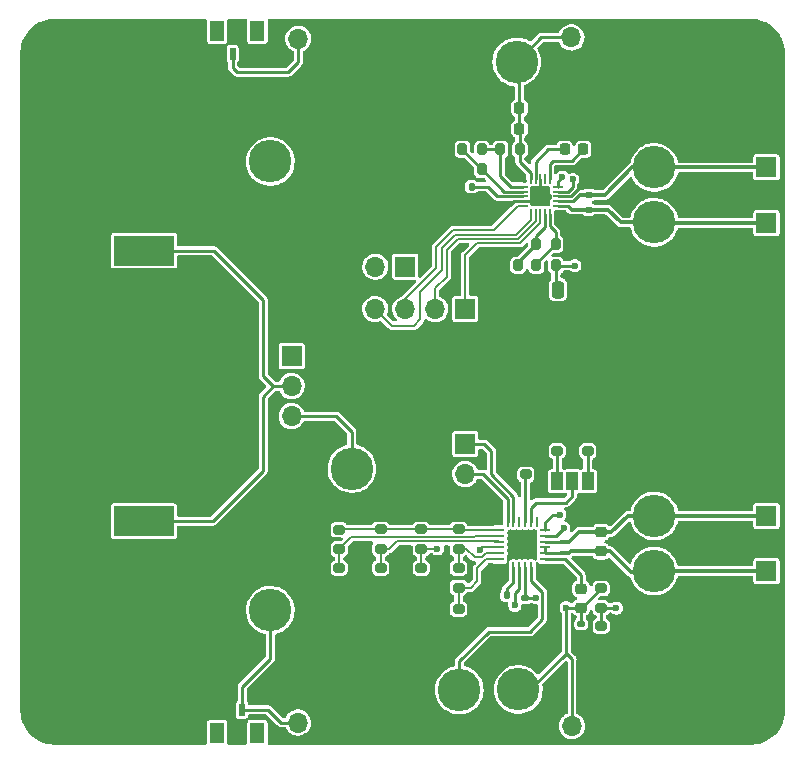
<source format=gtl>
%TF.GenerationSoftware,KiCad,Pcbnew,(6.0.0)*%
%TF.CreationDate,2022-08-30T12:58:24+02:00*%
%TF.ProjectId,OBJEX-EHDK_v1.0,4f424a45-582d-4454-9844-4b5f76312e30,1.0*%
%TF.SameCoordinates,Original*%
%TF.FileFunction,Copper,L1,Top*%
%TF.FilePolarity,Positive*%
%FSLAX46Y46*%
G04 Gerber Fmt 4.6, Leading zero omitted, Abs format (unit mm)*
G04 Created by KiCad (PCBNEW (6.0.0)) date 2022-08-30 12:58:24*
%MOMM*%
%LPD*%
G01*
G04 APERTURE LIST*
G04 Aperture macros list*
%AMRoundRect*
0 Rectangle with rounded corners*
0 $1 Rounding radius*
0 $2 $3 $4 $5 $6 $7 $8 $9 X,Y pos of 4 corners*
0 Add a 4 corners polygon primitive as box body*
4,1,4,$2,$3,$4,$5,$6,$7,$8,$9,$2,$3,0*
0 Add four circle primitives for the rounded corners*
1,1,$1+$1,$2,$3*
1,1,$1+$1,$4,$5*
1,1,$1+$1,$6,$7*
1,1,$1+$1,$8,$9*
0 Add four rect primitives between the rounded corners*
20,1,$1+$1,$2,$3,$4,$5,0*
20,1,$1+$1,$4,$5,$6,$7,0*
20,1,$1+$1,$6,$7,$8,$9,0*
20,1,$1+$1,$8,$9,$2,$3,0*%
G04 Aperture macros list end*
%TA.AperFunction,ComponentPad*%
%ADD10C,3.600000*%
%TD*%
%TA.AperFunction,ComponentPad*%
%ADD11C,5.500000*%
%TD*%
%TA.AperFunction,SMDPad,CuDef*%
%ADD12RoundRect,0.200000X-0.275000X0.200000X-0.275000X-0.200000X0.275000X-0.200000X0.275000X0.200000X0*%
%TD*%
%TA.AperFunction,SMDPad,CuDef*%
%ADD13RoundRect,0.062500X-0.375000X-0.062500X0.375000X-0.062500X0.375000X0.062500X-0.375000X0.062500X0*%
%TD*%
%TA.AperFunction,SMDPad,CuDef*%
%ADD14RoundRect,0.062500X-0.062500X-0.375000X0.062500X-0.375000X0.062500X0.375000X-0.062500X0.375000X0*%
%TD*%
%TA.AperFunction,SMDPad,CuDef*%
%ADD15R,2.300000X2.300000*%
%TD*%
%TA.AperFunction,ComponentPad*%
%ADD16R,1.700000X1.700000*%
%TD*%
%TA.AperFunction,ComponentPad*%
%ADD17O,1.700000X1.700000*%
%TD*%
%TA.AperFunction,SMDPad,CuDef*%
%ADD18R,0.500000X1.000000*%
%TD*%
%TA.AperFunction,SMDPad,CuDef*%
%ADD19R,1.200000X1.700000*%
%TD*%
%TA.AperFunction,SMDPad,CuDef*%
%ADD20RoundRect,0.200000X0.200000X0.275000X-0.200000X0.275000X-0.200000X-0.275000X0.200000X-0.275000X0*%
%TD*%
%TA.AperFunction,SMDPad,CuDef*%
%ADD21C,17.800000*%
%TD*%
%TA.AperFunction,SMDPad,CuDef*%
%ADD22R,5.100000X2.500000*%
%TD*%
%TA.AperFunction,SMDPad,CuDef*%
%ADD23RoundRect,0.225000X0.225000X0.250000X-0.225000X0.250000X-0.225000X-0.250000X0.225000X-0.250000X0*%
%TD*%
%TA.AperFunction,SMDPad,CuDef*%
%ADD24RoundRect,0.140000X-0.170000X0.140000X-0.170000X-0.140000X0.170000X-0.140000X0.170000X0.140000X0*%
%TD*%
%TA.AperFunction,SMDPad,CuDef*%
%ADD25RoundRect,0.140000X0.140000X0.170000X-0.140000X0.170000X-0.140000X-0.170000X0.140000X-0.170000X0*%
%TD*%
%TA.AperFunction,SMDPad,CuDef*%
%ADD26RoundRect,0.250000X0.250000X0.475000X-0.250000X0.475000X-0.250000X-0.475000X0.250000X-0.475000X0*%
%TD*%
%TA.AperFunction,SMDPad,CuDef*%
%ADD27RoundRect,0.200000X0.275000X-0.200000X0.275000X0.200000X-0.275000X0.200000X-0.275000X-0.200000X0*%
%TD*%
%TA.AperFunction,SMDPad,CuDef*%
%ADD28RoundRect,0.218750X0.256250X-0.218750X0.256250X0.218750X-0.256250X0.218750X-0.256250X-0.218750X0*%
%TD*%
%TA.AperFunction,SMDPad,CuDef*%
%ADD29RoundRect,0.225000X0.250000X-0.225000X0.250000X0.225000X-0.250000X0.225000X-0.250000X-0.225000X0*%
%TD*%
%TA.AperFunction,SMDPad,CuDef*%
%ADD30O,0.850000X0.200000*%
%TD*%
%TA.AperFunction,SMDPad,CuDef*%
%ADD31O,0.200000X0.850000*%
%TD*%
%TA.AperFunction,SMDPad,CuDef*%
%ADD32RoundRect,0.051000X-0.799000X-0.799000X0.799000X-0.799000X0.799000X0.799000X-0.799000X0.799000X0*%
%TD*%
%TA.AperFunction,SMDPad,CuDef*%
%ADD33RoundRect,0.218750X0.218750X0.256250X-0.218750X0.256250X-0.218750X-0.256250X0.218750X-0.256250X0*%
%TD*%
%TA.AperFunction,SMDPad,CuDef*%
%ADD34RoundRect,0.140000X0.170000X-0.140000X0.170000X0.140000X-0.170000X0.140000X-0.170000X-0.140000X0*%
%TD*%
%TA.AperFunction,SMDPad,CuDef*%
%ADD35R,1.000000X1.500000*%
%TD*%
%TA.AperFunction,SMDPad,CuDef*%
%ADD36RoundRect,0.225000X-0.250000X0.225000X-0.250000X-0.225000X0.250000X-0.225000X0.250000X0.225000X0*%
%TD*%
%TA.AperFunction,ViaPad*%
%ADD37C,0.600000*%
%TD*%
%TA.AperFunction,Conductor*%
%ADD38C,0.250000*%
%TD*%
%TA.AperFunction,Conductor*%
%ADD39C,0.200000*%
%TD*%
%TA.AperFunction,Conductor*%
%ADD40C,0.300000*%
%TD*%
G04 APERTURE END LIST*
D10*
%TO.P,J27,1,Pin_1*%
%TO.N,GND*%
X123390000Y-116760000D03*
%TD*%
D11*
%TO.P,H1,1,1*%
%TO.N,GND*%
X94200000Y-62800000D03*
%TD*%
D12*
%TO.P,R13,1*%
%TO.N,Net-(R12-Pad2)*%
X121825000Y-106425000D03*
%TO.P,R13,2*%
%TO.N,GND*%
X121825000Y-108075000D03*
%TD*%
D10*
%TO.P,J21,1,Pin_1*%
%TO.N,/ADP5091/Vout(MCU)*%
X145000000Y-102000000D03*
%TD*%
D13*
%TO.P,U2,1,REF*%
%TO.N,Net-(R10-Pad1)*%
X131887500Y-103175000D03*
%TO.P,U2,2,SETSD*%
%TO.N,Net-(R10-Pad2)*%
X131887500Y-103675000D03*
%TO.P,U2,3,SETBK*%
%TO.N,Net-(R12-Pad2)*%
X131887500Y-104175000D03*
%TO.P,U2,4,TERM*%
%TO.N,Net-(R16-Pad2)*%
X131887500Y-104675000D03*
%TO.P,U2,5,SETPG*%
%TO.N,Net-(R18-Pad2)*%
X131887500Y-105175000D03*
%TO.P,U2,6,SETHYST*%
%TO.N,Net-(R19-Pad2)*%
X131887500Y-105675000D03*
D14*
%TO.P,U2,7,AGND*%
%TO.N,GND*%
X132575000Y-106362500D03*
%TO.P,U2,8,CBP*%
%TO.N,Net-(C7-Pad1)*%
X133075000Y-106362500D03*
%TO.P,U2,9,MPPT*%
%TO.N,Net-(R14-Pad2)*%
X133575000Y-106362500D03*
%TO.P,U2,10,VIN*%
%TO.N,/ADP5091/SolarPanel*%
X134075000Y-106362500D03*
%TO.P,U2,11,LLD*%
%TO.N,/ADP5091/LLD*%
X134575000Y-106362500D03*
%TO.P,U2,12,PGND*%
%TO.N,GND*%
X135075000Y-106362500D03*
D13*
%TO.P,U2,13,SW*%
%TO.N,Net-(L2-Pad2)*%
X135762500Y-105675000D03*
%TO.P,U2,14,REG_OUT*%
%TO.N,/ADP5091/Vout(Sens)*%
X135762500Y-105175000D03*
%TO.P,U2,15,REG_FB*%
X135762500Y-104675000D03*
%TO.P,U2,16,SYS*%
%TO.N,/ADP5091/Vout(MCU)*%
X135762500Y-104175000D03*
%TO.P,U2,17,BAT*%
%TO.N,/ADP5091/BATT_ADP5091*%
X135762500Y-103675000D03*
%TO.P,U2,18,BACK_UP*%
%TO.N,/ADP5091/BACKUP-BATT_ADP5091*%
X135762500Y-103175000D03*
D14*
%TO.P,U2,19,PGOOD*%
%TO.N,unconnected-(U2-Pad19)*%
X135075000Y-102487500D03*
%TO.P,U2,20,VID*%
%TO.N,Net-(JP1-Pad2)*%
X134575000Y-102487500D03*
%TO.P,U2,21,MINOP*%
%TO.N,Net-(R9-Pad1)*%
X134075000Y-102487500D03*
%TO.P,U2,22,DIS_SW*%
%TO.N,unconnected-(U2-Pad22)*%
X133575000Y-102487500D03*
%TO.P,U2,23,REG_D1*%
%TO.N,/ADP5091/REG_D1*%
X133075000Y-102487500D03*
%TO.P,U2,24,REG_D0*%
%TO.N,/ADP5091/REG_D0*%
X132575000Y-102487500D03*
D15*
%TO.P,U2,25,AGND*%
%TO.N,GND*%
X133825000Y-104425000D03*
%TD*%
D16*
%TO.P,J19,1,Pin_1*%
%TO.N,GND*%
X125400000Y-95900000D03*
D17*
%TO.P,J19,2,Pin_2*%
X125400000Y-98440000D03*
%TD*%
D10*
%TO.P,J14,1,Pin_1*%
%TO.N,/SPV1050TTR/Vout_1V8*%
X145000000Y-77150000D03*
%TD*%
D12*
%TO.P,R12,1*%
%TO.N,Net-(R10-Pad1)*%
X121825000Y-103150000D03*
%TO.P,R12,2*%
%TO.N,Net-(R12-Pad2)*%
X121825000Y-104800000D03*
%TD*%
D18*
%TO.P,J2,1,1*%
%TO.N,GND*%
X110100000Y-62875000D03*
%TO.P,J2,2,2*%
%TO.N,/BatteryConnectors/BATT_SPV1050*%
X109300000Y-62875000D03*
D19*
%TO.P,J2,S1,SHIELD*%
%TO.N,unconnected-(J2-PadS1)*%
X111400000Y-60925000D03*
%TO.P,J2,S2,SHIELD*%
X108000000Y-60925000D03*
%TD*%
D20*
%TO.P,R2,1*%
%TO.N,Net-(R1-Pad2)*%
X136650000Y-79000000D03*
%TO.P,R2,2*%
%TO.N,Net-(R2-Pad2)*%
X135000000Y-79000000D03*
%TD*%
D10*
%TO.P,J22,1,Pin_1*%
%TO.N,/ADP5091/SolarPanel*%
X133500000Y-116700000D03*
%TD*%
D21*
%TO.P,BT1,N1*%
%TO.N,GND*%
X101800000Y-91000000D03*
D22*
%TO.P,BT1,P1*%
%TO.N,Net-(BT1-PadP1)*%
X101800000Y-79550000D03*
%TO.P,BT1,P2*%
X101800000Y-102450000D03*
%TD*%
D16*
%TO.P,J7,1,Pin_1*%
%TO.N,/SPV1050TTR/Vout_1V8*%
X154500000Y-77200000D03*
D17*
%TO.P,J7,2,Pin_2*%
%TO.N,GND*%
X154500000Y-79740000D03*
%TD*%
D16*
%TO.P,J9,1,Pin_1*%
%TO.N,/SPV1050TTR/BATT_OK*%
X129000000Y-84500000D03*
D17*
%TO.P,J9,2,Pin_2*%
%TO.N,/SPV1050TTR/BATT_CHG*%
X126460000Y-84500000D03*
%TO.P,J9,3,Pin_3*%
%TO.N,/SPV1050TTR/LDO_EN_1V8*%
X123920000Y-84500000D03*
%TO.P,J9,4,Pin_4*%
%TO.N,/SPV1050TTR/LDO_EN_3V3*%
X121380000Y-84500000D03*
%TD*%
D23*
%TO.P,C1,1*%
%TO.N,/SPV1050TTR/PV_MODULE*%
X133575000Y-67475000D03*
%TO.P,C1,2*%
%TO.N,GND*%
X132025000Y-67475000D03*
%TD*%
D20*
%TO.P,R3,1*%
%TO.N,Net-(R2-Pad2)*%
X133475000Y-80800000D03*
%TO.P,R3,2*%
%TO.N,GND*%
X131825000Y-80800000D03*
%TD*%
D16*
%TO.P,J4,1,Pin_1*%
%TO.N,GND*%
X117375000Y-119500000D03*
D17*
%TO.P,J4,2,Pin_2*%
%TO.N,/ADP5091/BATT_ADP5091*%
X114835000Y-119500000D03*
%TD*%
D16*
%TO.P,J16,1,Pin_1*%
%TO.N,/ADP5091/Vout(MCU)*%
X154500000Y-102000000D03*
D17*
%TO.P,J16,2,Pin_2*%
%TO.N,GND*%
X154500000Y-99460000D03*
%TD*%
D24*
%TO.P,C6,1*%
%TO.N,/SPV1050TTR/Vout_1V8*%
X139450000Y-76070000D03*
%TO.P,C6,2*%
%TO.N,GND*%
X139450000Y-77030000D03*
%TD*%
D10*
%TO.P,J25,1,Pin_1*%
%TO.N,/ADP5091/BATT_ADP5091*%
X112500000Y-110000000D03*
%TD*%
D16*
%TO.P,J26,1,Pin_1*%
%TO.N,/SPV1050TTR/STORE*%
X123925000Y-80900000D03*
D17*
%TO.P,J26,2,Pin_2*%
X121385000Y-80900000D03*
%TD*%
D10*
%TO.P,J13,1,Pin_1*%
%TO.N,/SPV1050TTR/PV_MODULE*%
X133350000Y-63575000D03*
%TD*%
D16*
%TO.P,J18,1,Pin_1*%
%TO.N,/ADP5091/REG_D1*%
X129000000Y-95925000D03*
D17*
%TO.P,J18,2,Pin_2*%
%TO.N,/ADP5091/REG_D0*%
X129000000Y-98465000D03*
%TD*%
D11*
%TO.P,H4,1,1*%
%TO.N,GND*%
X94300000Y-118400000D03*
%TD*%
D25*
%TO.P,C3,1*%
%TO.N,Net-(C3-Pad1)*%
X129530000Y-74125000D03*
%TO.P,C3,2*%
%TO.N,GND*%
X128570000Y-74125000D03*
%TD*%
D20*
%TO.P,R4,1*%
%TO.N,/SPV1050TTR/PV_MODULE*%
X133625000Y-70975000D03*
%TO.P,R4,2*%
%TO.N,Net-(R4-Pad2)*%
X131975000Y-70975000D03*
%TD*%
D18*
%TO.P,J5,1,1*%
%TO.N,GND*%
X109300000Y-118425000D03*
%TO.P,J5,2,2*%
%TO.N,/ADP5091/BATT_ADP5091*%
X110100000Y-118425000D03*
D19*
%TO.P,J5,S1,SHIELD*%
%TO.N,unconnected-(J5-PadS1)*%
X108000000Y-120375000D03*
%TO.P,J5,S2,SHIELD*%
X111400000Y-120375000D03*
%TD*%
D26*
%TO.P,C4,1*%
%TO.N,/SPV1050TTR/STORE*%
X136850000Y-82850000D03*
%TO.P,C4,2*%
%TO.N,GND*%
X134950000Y-82850000D03*
%TD*%
D27*
%TO.P,R8,1*%
%TO.N,Net-(JP1-Pad1)*%
X136775000Y-96500000D03*
%TO.P,R8,2*%
%TO.N,GND*%
X136775000Y-94850000D03*
%TD*%
D16*
%TO.P,J15,1,Pin_1*%
%TO.N,GND*%
X140575000Y-119800000D03*
D17*
%TO.P,J15,2,Pin_2*%
%TO.N,/ADP5091/SolarPanel*%
X138035000Y-119800000D03*
%TD*%
D25*
%TO.P,C7,1*%
%TO.N,Net-(C7-Pad1)*%
X132505000Y-108725000D03*
%TO.P,C7,2*%
%TO.N,GND*%
X131545000Y-108725000D03*
%TD*%
D12*
%TO.P,R16,1*%
%TO.N,Net-(R10-Pad1)*%
X125275000Y-103150000D03*
%TO.P,R16,2*%
%TO.N,Net-(R16-Pad2)*%
X125275000Y-104800000D03*
%TD*%
%TO.P,R20,1*%
%TO.N,Net-(R19-Pad2)*%
X128425000Y-109900000D03*
%TO.P,R20,2*%
%TO.N,GND*%
X128425000Y-111550000D03*
%TD*%
D16*
%TO.P,J6,1,Pin_1*%
%TO.N,GND*%
X140525000Y-61500000D03*
D17*
%TO.P,J6,2,Pin_2*%
%TO.N,/SPV1050TTR/PV_MODULE*%
X137985000Y-61500000D03*
%TD*%
D16*
%TO.P,J17,1,Pin_1*%
%TO.N,/ADP5091/Vout(Sens)*%
X154500000Y-106700000D03*
D17*
%TO.P,J17,2,Pin_2*%
%TO.N,GND*%
X154500000Y-109240000D03*
%TD*%
D12*
%TO.P,R15,1*%
%TO.N,Net-(R14-Pad2)*%
X140500000Y-111350000D03*
%TO.P,R15,2*%
%TO.N,GND*%
X140500000Y-113000000D03*
%TD*%
%TO.P,R19,1*%
%TO.N,Net-(R18-Pad2)*%
X128425000Y-106425000D03*
%TO.P,R19,2*%
%TO.N,Net-(R19-Pad2)*%
X128425000Y-108075000D03*
%TD*%
%TO.P,R17,1*%
%TO.N,Net-(R16-Pad2)*%
X125275000Y-106425000D03*
%TO.P,R17,2*%
%TO.N,GND*%
X125275000Y-108075000D03*
%TD*%
D28*
%TO.P,L2,1,1*%
%TO.N,/ADP5091/SolarPanel*%
X138800000Y-109762500D03*
%TO.P,L2,2,2*%
%TO.N,Net-(L2-Pad2)*%
X138800000Y-108187500D03*
%TD*%
D29*
%TO.P,C9,1*%
%TO.N,/ADP5091/Vout(MCU)*%
X140500000Y-103375000D03*
%TO.P,C9,2*%
%TO.N,GND*%
X140500000Y-101825000D03*
%TD*%
D30*
%TO.P,U1,1,MPP*%
%TO.N,Net-(R4-Pad2)*%
X133850000Y-74150000D03*
%TO.P,U1,2,MPP_SET*%
%TO.N,Net-(R5-Pad2)*%
X133850000Y-74550000D03*
%TO.P,U1,3,MPP_REF*%
%TO.N,Net-(C3-Pad1)*%
X133850000Y-74950000D03*
%TO.P,U1,4,GND*%
%TO.N,GND*%
X133850000Y-75350000D03*
%TO.P,U1,5,LDO1_EN*%
%TO.N,/SPV1050TTR/LDO_EN_1V8*%
X133850000Y-75750000D03*
D31*
%TO.P,U1,6,LDO2_EN*%
%TO.N,/SPV1050TTR/LDO_EN_3V3*%
X134550000Y-76450000D03*
%TO.P,U1,7,BATT_CHG*%
%TO.N,/SPV1050TTR/BATT_CHG*%
X134950000Y-76450000D03*
%TO.P,U1,8,BATT_CONN*%
%TO.N,/SPV1050TTR/BATT_OK*%
X135350000Y-76450000D03*
%TO.P,U1,9,EOC*%
%TO.N,Net-(R2-Pad2)*%
X135750000Y-76450000D03*
%TO.P,U1,10,UVP*%
%TO.N,Net-(R1-Pad2)*%
X136150000Y-76450000D03*
D30*
%TO.P,U1,11,LDO1*%
%TO.N,/SPV1050TTR/Vout_1V8*%
X136850000Y-75750000D03*
%TO.P,U1,12,LDO2*%
%TO.N,/SPV1050TTR/Vout_3V3*%
X136850000Y-75350000D03*
%TO.P,U1,13,CONF*%
%TO.N,GND*%
X136850000Y-74950000D03*
%TO.P,U1,14,BATT*%
%TO.N,/BatteryConnectors/BATT_SPV1050*%
X136850000Y-74550000D03*
%TO.P,U1,15,STORE*%
%TO.N,/SPV1050TTR/STORE*%
X136850000Y-74150000D03*
D31*
%TO.P,U1,16,IN_LV*%
%TO.N,Net-(L1-Pad1)*%
X136150000Y-73450000D03*
%TO.P,U1,17*%
%TO.N,N/C*%
X135750000Y-73450000D03*
%TO.P,U1,18,PGND*%
%TO.N,GND*%
X135350000Y-73450000D03*
%TO.P,U1,19,L_HV*%
%TO.N,Net-(L1-Pad2)*%
X134950000Y-73450000D03*
%TO.P,U1,20,IN_HV*%
%TO.N,/SPV1050TTR/PV_MODULE*%
X134550000Y-73450000D03*
D32*
%TO.P,U1,21,EXP*%
%TO.N,GND*%
X135350000Y-74950000D03*
%TD*%
D11*
%TO.P,H2,1,1*%
%TO.N,GND*%
X153100000Y-118400000D03*
%TD*%
D10*
%TO.P,J24,1,Pin_1*%
%TO.N,/ADP5091/BACKUP-BATT_ADP5091*%
X119400000Y-98000000D03*
%TD*%
D20*
%TO.P,R1,1*%
%TO.N,/SPV1050TTR/STORE*%
X136675000Y-80800000D03*
%TO.P,R1,2*%
%TO.N,Net-(R1-Pad2)*%
X135025000Y-80800000D03*
%TD*%
D27*
%TO.P,R9,1*%
%TO.N,Net-(R9-Pad1)*%
X134125000Y-98500000D03*
%TO.P,R9,2*%
%TO.N,GND*%
X134125000Y-96850000D03*
%TD*%
D33*
%TO.P,L1,1,1*%
%TO.N,Net-(L1-Pad1)*%
X138987500Y-70975000D03*
%TO.P,L1,2,2*%
%TO.N,Net-(L1-Pad2)*%
X137412500Y-70975000D03*
%TD*%
D10*
%TO.P,J20,1,Pin_1*%
%TO.N,/ADP5091/LLD*%
X128500000Y-116750000D03*
%TD*%
D16*
%TO.P,J1,1,Pin_1*%
%TO.N,GND*%
X117400000Y-61600000D03*
D17*
%TO.P,J1,2,Pin_2*%
%TO.N,/BatteryConnectors/BATT_SPV1050*%
X114860000Y-61600000D03*
%TD*%
D20*
%TO.P,R5,1*%
%TO.N,Net-(R4-Pad2)*%
X130400000Y-70975000D03*
%TO.P,R5,2*%
%TO.N,Net-(R5-Pad2)*%
X128750000Y-70975000D03*
%TD*%
D23*
%TO.P,C2,1*%
%TO.N,/SPV1050TTR/PV_MODULE*%
X133575000Y-69225000D03*
%TO.P,C2,2*%
%TO.N,GND*%
X132025000Y-69225000D03*
%TD*%
D12*
%TO.P,R14,1*%
%TO.N,/ADP5091/SolarPanel*%
X140500000Y-108150000D03*
%TO.P,R14,2*%
%TO.N,Net-(R14-Pad2)*%
X140500000Y-109800000D03*
%TD*%
D10*
%TO.P,J23,1,Pin_1*%
%TO.N,/ADP5091/Vout(Sens)*%
X144975000Y-106675000D03*
%TD*%
D34*
%TO.P,C11,1*%
%TO.N,GND*%
X134075000Y-109880000D03*
%TO.P,C11,2*%
%TO.N,/ADP5091/SolarPanel*%
X134075000Y-108920000D03*
%TD*%
%TO.P,C5,1*%
%TO.N,/SPV1050TTR/Vout_3V3*%
X139450000Y-74830000D03*
%TO.P,C5,2*%
%TO.N,GND*%
X139450000Y-73870000D03*
%TD*%
D10*
%TO.P,J11,1,Pin_1*%
%TO.N,/BatteryConnectors/BATT_SPV1050*%
X112500000Y-72000000D03*
%TD*%
D16*
%TO.P,J3,1,Pin_1*%
%TO.N,/BatteryConnectors/BATT_SPV1050*%
X114300000Y-88475000D03*
D17*
%TO.P,J3,2,Pin_2*%
%TO.N,Net-(BT1-PadP1)*%
X114300000Y-91015000D03*
%TO.P,J3,3,Pin_3*%
%TO.N,/ADP5091/BACKUP-BATT_ADP5091*%
X114300000Y-93555000D03*
%TD*%
D34*
%TO.P,C8,1*%
%TO.N,GND*%
X138800000Y-112125000D03*
%TO.P,C8,2*%
%TO.N,/ADP5091/SolarPanel*%
X138800000Y-111165000D03*
%TD*%
D12*
%TO.P,R18,1*%
%TO.N,Net-(R10-Pad1)*%
X128425000Y-103150000D03*
%TO.P,R18,2*%
%TO.N,Net-(R18-Pad2)*%
X128425000Y-104800000D03*
%TD*%
D35*
%TO.P,JP1,1,A*%
%TO.N,Net-(JP1-Pad1)*%
X136775000Y-99075000D03*
%TO.P,JP1,2,C*%
%TO.N,Net-(JP1-Pad2)*%
X138075000Y-99075000D03*
%TO.P,JP1,3,B*%
%TO.N,Net-(JP1-Pad3)*%
X139375000Y-99075000D03*
%TD*%
D36*
%TO.P,C10,1*%
%TO.N,/ADP5091/Vout(Sens)*%
X140500000Y-105000000D03*
%TO.P,C10,2*%
%TO.N,GND*%
X140500000Y-106550000D03*
%TD*%
D16*
%TO.P,J10,1,Pin_1*%
%TO.N,GND*%
X121400000Y-88100000D03*
D17*
%TO.P,J10,2,Pin_2*%
X123940000Y-88100000D03*
%TD*%
D12*
%TO.P,R10,1*%
%TO.N,Net-(R10-Pad1)*%
X118325000Y-103175000D03*
%TO.P,R10,2*%
%TO.N,Net-(R10-Pad2)*%
X118325000Y-104825000D03*
%TD*%
D10*
%TO.P,J12,1,Pin_1*%
%TO.N,/SPV1050TTR/Vout_3V3*%
X145000000Y-72500000D03*
%TD*%
D27*
%TO.P,R7,1*%
%TO.N,Net-(JP1-Pad3)*%
X139375000Y-96500000D03*
%TO.P,R7,2*%
%TO.N,GND*%
X139375000Y-94850000D03*
%TD*%
D11*
%TO.P,H3,1,1*%
%TO.N,GND*%
X153100000Y-62900000D03*
%TD*%
D16*
%TO.P,J8,1,Pin_1*%
%TO.N,/SPV1050TTR/Vout_3V3*%
X154500000Y-72500000D03*
D17*
%TO.P,J8,2,Pin_2*%
%TO.N,GND*%
X154500000Y-69960000D03*
%TD*%
D20*
%TO.P,R6,1*%
%TO.N,Net-(R5-Pad2)*%
X130425000Y-72675000D03*
%TO.P,R6,2*%
%TO.N,GND*%
X128775000Y-72675000D03*
%TD*%
D12*
%TO.P,R11,1*%
%TO.N,Net-(R10-Pad2)*%
X118325000Y-106425000D03*
%TO.P,R11,2*%
%TO.N,GND*%
X118325000Y-108075000D03*
%TD*%
D37*
%TO.N,/SPV1050TTR/STORE*%
X138275000Y-80825000D03*
X137225000Y-73325000D03*
%TO.N,/ADP5091/SolarPanel*%
X134950000Y-108925000D03*
X137537500Y-109762500D03*
%TO.N,/BatteryConnectors/BATT_SPV1050*%
X138100000Y-73525000D03*
%TO.N,/ADP5091/BACKUP-BATT_ADP5091*%
X137000000Y-101900000D03*
%TO.N,/ADP5091/BATT_ADP5091*%
X137325000Y-103025000D03*
%TO.N,Net-(R14-Pad2)*%
X133200000Y-109575000D03*
X141800000Y-109800000D03*
%TO.N,Net-(R16-Pad2)*%
X126625000Y-104800000D03*
X130225000Y-104900000D03*
%TD*%
D38*
%TO.N,GND*%
X137925000Y-74950000D02*
X139005000Y-73870000D01*
X133850000Y-75350000D02*
X133125000Y-75350000D01*
X133850000Y-75350000D02*
X134950000Y-75350000D01*
D39*
X132575000Y-105675000D02*
X132575000Y-106362500D01*
D38*
X135350000Y-73450000D02*
X135350000Y-74950000D01*
X134950000Y-75350000D02*
X135350000Y-74950000D01*
D39*
X133825000Y-104425000D02*
X132575000Y-105675000D01*
D38*
X136850000Y-74950000D02*
X137925000Y-74950000D01*
X139005000Y-73870000D02*
X139450000Y-73870000D01*
X133125000Y-75350000D02*
X132800000Y-75675000D01*
%TO.N,Net-(BT1-PadP1)*%
X111875000Y-90150000D02*
X111875000Y-83700000D01*
X112760000Y-91015000D02*
X114300000Y-91015000D01*
X111875000Y-98200000D02*
X111875000Y-91900000D01*
X111875000Y-83700000D02*
X107725000Y-79550000D01*
X107725000Y-79550000D02*
X101800000Y-79550000D01*
X112760000Y-91015000D02*
X112740000Y-91015000D01*
X112740000Y-91015000D02*
X111875000Y-90150000D01*
X107625000Y-102450000D02*
X111875000Y-98200000D01*
X111875000Y-91900000D02*
X112760000Y-91015000D01*
X101800000Y-102450000D02*
X107625000Y-102450000D01*
%TO.N,/SPV1050TTR/PV_MODULE*%
X133350000Y-65175000D02*
X133575000Y-65400000D01*
X134550000Y-72950000D02*
X133625000Y-72025000D01*
X133625000Y-70975000D02*
X133625000Y-69275000D01*
X133625000Y-72025000D02*
X133625000Y-70975000D01*
X133350000Y-63575000D02*
X133350000Y-65175000D01*
X134550000Y-73450000D02*
X134550000Y-72950000D01*
X133575000Y-65400000D02*
X133575000Y-67475000D01*
X133575000Y-69225000D02*
X133575000Y-67475000D01*
X133625000Y-69275000D02*
X133575000Y-69225000D01*
X133350000Y-63575000D02*
X135425000Y-61500000D01*
X135425000Y-61500000D02*
X137985000Y-61500000D01*
%TO.N,Net-(C3-Pad1)*%
X130900000Y-74125000D02*
X129530000Y-74125000D01*
X131725000Y-74950000D02*
X130900000Y-74125000D01*
X133850000Y-74950000D02*
X131725000Y-74950000D01*
%TO.N,/SPV1050TTR/STORE*%
X136675000Y-80800000D02*
X136675000Y-82675000D01*
X136850000Y-74150000D02*
X136850000Y-73700000D01*
X136700000Y-80825000D02*
X136675000Y-80800000D01*
X136675000Y-82675000D02*
X136850000Y-82850000D01*
X138275000Y-80825000D02*
X136700000Y-80825000D01*
X136850000Y-73700000D02*
X137225000Y-73325000D01*
D40*
%TO.N,/SPV1050TTR/Vout_3V3*%
X143150000Y-72500000D02*
X145000000Y-72500000D01*
D38*
X138200000Y-75350000D02*
X138225000Y-75325000D01*
D40*
X138720000Y-74830000D02*
X138225000Y-75325000D01*
X154500000Y-72500000D02*
X145000000Y-72500000D01*
D38*
X136850000Y-75350000D02*
X138200000Y-75350000D01*
D40*
X140820000Y-74830000D02*
X143150000Y-72500000D01*
X139450000Y-74830000D02*
X138720000Y-74830000D01*
X139450000Y-74830000D02*
X140820000Y-74830000D01*
%TO.N,/SPV1050TTR/Vout_1V8*%
X137995000Y-76070000D02*
X137900000Y-75975000D01*
X154500000Y-77200000D02*
X145050000Y-77200000D01*
X141070000Y-76070000D02*
X139450000Y-76070000D01*
X142150000Y-77150000D02*
X141070000Y-76070000D01*
D38*
X137675000Y-75750000D02*
X137900000Y-75975000D01*
D40*
X145000000Y-77150000D02*
X142150000Y-77150000D01*
D38*
X136850000Y-75750000D02*
X137675000Y-75750000D01*
D40*
X145050000Y-77200000D02*
X145000000Y-77150000D01*
X139450000Y-76070000D02*
X137995000Y-76070000D01*
D38*
%TO.N,Net-(C7-Pad1)*%
X133075000Y-107600000D02*
X133075000Y-106362500D01*
X132505000Y-108170000D02*
X133075000Y-107600000D01*
X132505000Y-108725000D02*
X132505000Y-108170000D01*
%TO.N,/ADP5091/SolarPanel*%
X134075000Y-106362500D02*
X134075000Y-108920000D01*
X137537500Y-113637500D02*
X137537500Y-109762500D01*
X138887500Y-109762500D02*
X140500000Y-108150000D01*
X138800000Y-109762500D02*
X137537500Y-109762500D01*
X134075000Y-108920000D02*
X134945000Y-108920000D01*
X138035000Y-119800000D02*
X138035000Y-114135000D01*
X138800000Y-111165000D02*
X138800000Y-109762500D01*
X137537500Y-113662500D02*
X134500000Y-116700000D01*
X134500000Y-116700000D02*
X133500000Y-116700000D01*
X138800000Y-109762500D02*
X138887500Y-109762500D01*
X134950000Y-108925000D02*
X134945000Y-108920000D01*
X138035000Y-114135000D02*
X137537500Y-113637500D01*
X137537500Y-113637500D02*
X137537500Y-113662500D01*
D40*
%TO.N,/ADP5091/Vout(MCU)*%
X141375000Y-103375000D02*
X142750000Y-102000000D01*
X137800000Y-104175000D02*
X137100000Y-104175000D01*
X140500000Y-103375000D02*
X138600000Y-103375000D01*
D38*
X135762500Y-104175000D02*
X137100000Y-104175000D01*
D40*
X138600000Y-103375000D02*
X137800000Y-104175000D01*
X142750000Y-102000000D02*
X145000000Y-102000000D01*
X145000000Y-102000000D02*
X154500000Y-102000000D01*
X140500000Y-103375000D02*
X141375000Y-103375000D01*
%TO.N,/ADP5091/Vout(Sens)*%
X154475000Y-106675000D02*
X154500000Y-106700000D01*
D38*
X135762500Y-105175000D02*
X135762500Y-104675000D01*
D40*
X144975000Y-106675000D02*
X154475000Y-106675000D01*
X137750000Y-105175000D02*
X137925000Y-105000000D01*
D38*
X135762500Y-105175000D02*
X137100000Y-105175000D01*
D40*
X140500000Y-105000000D02*
X141250000Y-105000000D01*
X143000000Y-106750000D02*
X144900000Y-106750000D01*
X141250000Y-105000000D02*
X143000000Y-106750000D01*
X137100000Y-105175000D02*
X137750000Y-105175000D01*
X144900000Y-106750000D02*
X144975000Y-106675000D01*
X137925000Y-105000000D02*
X140500000Y-105000000D01*
D38*
%TO.N,Net-(JP1-Pad2)*%
X134575000Y-101300000D02*
X134975000Y-100900000D01*
X137500000Y-100900000D02*
X138075000Y-100325000D01*
X138075000Y-100325000D02*
X138075000Y-99075000D01*
X134975000Y-100900000D02*
X137500000Y-100900000D01*
X134575000Y-102487500D02*
X134575000Y-101300000D01*
%TO.N,/BatteryConnectors/BATT_SPV1050*%
X109675000Y-64425000D02*
X114025000Y-64425000D01*
X114025000Y-64425000D02*
X114860000Y-63590000D01*
X109300000Y-64050000D02*
X109675000Y-64425000D01*
X137700000Y-74550000D02*
X138100000Y-74150000D01*
X138100000Y-74150000D02*
X138100000Y-73525000D01*
X114860000Y-63590000D02*
X114860000Y-61600000D01*
X109300000Y-62875000D02*
X109300000Y-64050000D01*
X136850000Y-74550000D02*
X137700000Y-74550000D01*
%TO.N,/ADP5091/BACKUP-BATT_ADP5091*%
X135762500Y-102562500D02*
X136425000Y-101900000D01*
X118055000Y-93555000D02*
X114300000Y-93555000D01*
X119400000Y-94900000D02*
X118055000Y-93555000D01*
X135762500Y-103175000D02*
X135762500Y-102562500D01*
X136425000Y-101900000D02*
X137000000Y-101900000D01*
X119400000Y-98000000D02*
X119400000Y-94900000D01*
%TO.N,/ADP5091/BATT_ADP5091*%
X112500000Y-114100000D02*
X112500000Y-110000000D01*
X113400000Y-119500000D02*
X112325000Y-118425000D01*
X110100000Y-118425000D02*
X110100000Y-116500000D01*
X110100000Y-116500000D02*
X112500000Y-114100000D01*
X135762500Y-103675000D02*
X136675000Y-103675000D01*
X112325000Y-118425000D02*
X110100000Y-118425000D01*
X114835000Y-119500000D02*
X113400000Y-119500000D01*
X136675000Y-103675000D02*
X137325000Y-103025000D01*
D39*
%TO.N,/SPV1050TTR/BATT_OK*%
X129000000Y-79925000D02*
X129000000Y-84500000D01*
X135350000Y-77175000D02*
X133600000Y-78925000D01*
X135350000Y-76450000D02*
X135350000Y-77175000D01*
X133600000Y-78925000D02*
X130000000Y-78925000D01*
X130000000Y-78925000D02*
X129000000Y-79925000D01*
%TO.N,/SPV1050TTR/BATT_CHG*%
X134950000Y-77025000D02*
X134950000Y-76450000D01*
X126460000Y-84500000D02*
X126460000Y-82715000D01*
X128375481Y-78549519D02*
X133425480Y-78549520D01*
X127425000Y-79500000D02*
X128375481Y-78549519D01*
X126460000Y-82715000D02*
X127425000Y-81750000D01*
X127425000Y-81750000D02*
X127425000Y-79500000D01*
X133425480Y-78549520D02*
X134950000Y-77025000D01*
%TO.N,/SPV1050TTR/LDO_EN_1V8*%
X131400000Y-77800000D02*
X133450000Y-75750000D01*
X126550000Y-79200000D02*
X127950000Y-77800000D01*
X126550000Y-81000000D02*
X126550000Y-79200000D01*
X123920000Y-84500000D02*
X123920000Y-83630000D01*
X123920000Y-83630000D02*
X126550000Y-81000000D01*
X127950000Y-77800000D02*
X131400000Y-77800000D01*
X133450000Y-75750000D02*
X133850000Y-75750000D01*
%TO.N,/SPV1050TTR/LDO_EN_3V3*%
X127000000Y-81225000D02*
X127000000Y-79350000D01*
X125175000Y-83050000D02*
X127000000Y-81225000D01*
X127000000Y-79350000D02*
X128150000Y-78200000D01*
X122780000Y-85900000D02*
X124650000Y-85900000D01*
X133275000Y-78200000D02*
X134550000Y-76925000D01*
X128150000Y-78200000D02*
X133275000Y-78200000D01*
X124650000Y-85900000D02*
X125175000Y-85375000D01*
X125175000Y-85375000D02*
X125175000Y-83050000D01*
X121380000Y-84500000D02*
X122780000Y-85900000D01*
X134550000Y-76925000D02*
X134550000Y-76450000D01*
D38*
%TO.N,/ADP5091/REG_D1*%
X131200000Y-98500000D02*
X131200000Y-96500000D01*
X130625000Y-95925000D02*
X129000000Y-95925000D01*
X133075000Y-100375000D02*
X131200000Y-98500000D01*
X131200000Y-96500000D02*
X130625000Y-95925000D01*
X133075000Y-102487500D02*
X133075000Y-100375000D01*
%TO.N,/ADP5091/REG_D0*%
X132575000Y-102487500D02*
X132575000Y-100575000D01*
X132575000Y-100575000D02*
X130465000Y-98465000D01*
X130465000Y-98465000D02*
X129000000Y-98465000D01*
%TO.N,/ADP5091/LLD*%
X134500000Y-111800000D02*
X131000000Y-111800000D01*
X131000000Y-111800000D02*
X128500000Y-114300000D01*
X128500000Y-114300000D02*
X128500000Y-116750000D01*
X134575000Y-107500000D02*
X135525000Y-108450000D01*
X134575000Y-106362500D02*
X134575000Y-107500000D01*
X135525000Y-110775000D02*
X134500000Y-111800000D01*
X135525000Y-108450000D02*
X135525000Y-110775000D01*
%TO.N,Net-(JP1-Pad3)*%
X139375000Y-99075000D02*
X139375000Y-96500000D01*
%TO.N,Net-(JP1-Pad1)*%
X136775000Y-99075000D02*
X136775000Y-96500000D01*
%TO.N,Net-(L1-Pad1)*%
X136150000Y-72200000D02*
X136150000Y-73450000D01*
X136425000Y-71925000D02*
X136150000Y-72200000D01*
X138987500Y-70975000D02*
X138037500Y-71925000D01*
X138037500Y-71925000D02*
X136425000Y-71925000D01*
%TO.N,Net-(L1-Pad2)*%
X134950000Y-73450000D02*
X134950000Y-72050000D01*
X134950000Y-72050000D02*
X136025000Y-70975000D01*
X136025000Y-70975000D02*
X137412500Y-70975000D01*
%TO.N,Net-(L2-Pad2)*%
X137450000Y-105675000D02*
X138800000Y-107025000D01*
X135762500Y-105675000D02*
X137450000Y-105675000D01*
X138800000Y-107025000D02*
X138800000Y-108187500D01*
%TO.N,Net-(R1-Pad2)*%
X135025000Y-80625000D02*
X136650000Y-79000000D01*
X136150000Y-77475000D02*
X136150000Y-76450000D01*
X136650000Y-77975000D02*
X136150000Y-77475000D01*
X135025000Y-80800000D02*
X135025000Y-80625000D01*
X136650000Y-79000000D02*
X136650000Y-77975000D01*
%TO.N,Net-(R2-Pad2)*%
X135750000Y-77525000D02*
X135750000Y-76450000D01*
X133475000Y-80525000D02*
X135000000Y-79000000D01*
X135000000Y-79000000D02*
X135000000Y-78275000D01*
X133475000Y-80800000D02*
X133475000Y-80525000D01*
X135000000Y-78275000D02*
X135750000Y-77525000D01*
%TO.N,Net-(R4-Pad2)*%
X132875000Y-74150000D02*
X131975000Y-73250000D01*
X131975000Y-70975000D02*
X130400000Y-70975000D01*
X131975000Y-73250000D02*
X131975000Y-70975000D01*
X133850000Y-74150000D02*
X132875000Y-74150000D01*
%TO.N,Net-(R5-Pad2)*%
X132300000Y-74550000D02*
X133850000Y-74550000D01*
X128750000Y-71000000D02*
X130425000Y-72675000D01*
X128750000Y-70975000D02*
X128750000Y-71000000D01*
X130425000Y-72675000D02*
X132300000Y-74550000D01*
%TO.N,Net-(R9-Pad1)*%
X134075000Y-102487500D02*
X134075000Y-98550000D01*
X134075000Y-98550000D02*
X134125000Y-98500000D01*
D39*
%TO.N,Net-(R10-Pad1)*%
X128450000Y-103175000D02*
X128425000Y-103150000D01*
X118350000Y-103150000D02*
X118325000Y-103175000D01*
X125275000Y-103150000D02*
X121825000Y-103150000D01*
X121825000Y-103150000D02*
X118350000Y-103150000D01*
X131887500Y-103175000D02*
X128450000Y-103175000D01*
X128425000Y-103150000D02*
X125275000Y-103150000D01*
%TO.N,Net-(R10-Pad2)*%
X129700000Y-103800000D02*
X129825000Y-103675000D01*
X118325000Y-104825000D02*
X119350000Y-103800000D01*
X119350000Y-103800000D02*
X129700000Y-103800000D01*
X118325000Y-106425000D02*
X118325000Y-104825000D01*
X129825000Y-103675000D02*
X131887500Y-103675000D01*
%TO.N,Net-(R12-Pad2)*%
X131887500Y-104175000D02*
X131862980Y-104150480D01*
X131862980Y-104150480D02*
X123224520Y-104150480D01*
X121825000Y-106425000D02*
X121825000Y-104800000D01*
X123224520Y-104150480D02*
X122575000Y-104800000D01*
X122575000Y-104800000D02*
X121825000Y-104800000D01*
D38*
%TO.N,Net-(R14-Pad2)*%
X133575000Y-108200000D02*
X133200000Y-108575000D01*
X140500000Y-109800000D02*
X140500000Y-111350000D01*
X133200000Y-108575000D02*
X133200000Y-109575000D01*
X133575000Y-106362500D02*
X133575000Y-108200000D01*
X140500000Y-109800000D02*
X141800000Y-109800000D01*
D39*
%TO.N,Net-(R16-Pad2)*%
X130450000Y-104675000D02*
X130225000Y-104900000D01*
X125275000Y-104800000D02*
X126625000Y-104800000D01*
X131887500Y-104675000D02*
X130450000Y-104675000D01*
X125275000Y-106425000D02*
X125275000Y-104800000D01*
%TO.N,Net-(R18-Pad2)*%
X129800000Y-105500000D02*
X129100000Y-104800000D01*
X128425000Y-106425000D02*
X128425000Y-104800000D01*
X130750000Y-105175000D02*
X130425000Y-105500000D01*
X130425000Y-105500000D02*
X129800000Y-105500000D01*
X131887500Y-105175000D02*
X130750000Y-105175000D01*
X129100000Y-104800000D02*
X128425000Y-104800000D01*
%TO.N,Net-(R19-Pad2)*%
X128425000Y-109900000D02*
X128425000Y-108075000D01*
X130775000Y-105675000D02*
X130000000Y-106450000D01*
X130000000Y-106450000D02*
X130000000Y-107550000D01*
X131887500Y-105675000D02*
X130775000Y-105675000D01*
X130000000Y-107550000D02*
X129475000Y-108075000D01*
X129475000Y-108075000D02*
X128425000Y-108075000D01*
%TD*%
%TA.AperFunction,Conductor*%
%TO.N,GND*%
G36*
X107087621Y-59949002D02*
G01*
X107134114Y-60002658D01*
X107145500Y-60055000D01*
X107145501Y-61800066D01*
X107150485Y-61825123D01*
X107157212Y-61858945D01*
X107160266Y-61874301D01*
X107167161Y-61884620D01*
X107167162Y-61884622D01*
X107177105Y-61899502D01*
X107216516Y-61958484D01*
X107300699Y-62014734D01*
X107374933Y-62029500D01*
X107999898Y-62029500D01*
X108625066Y-62029499D01*
X108660818Y-62022388D01*
X108687126Y-62017156D01*
X108687128Y-62017155D01*
X108699301Y-62014734D01*
X108709621Y-62007839D01*
X108712507Y-62006643D01*
X108769247Y-62000544D01*
X108769726Y-61987154D01*
X108784509Y-61956950D01*
X108839734Y-61874301D01*
X108854500Y-61800067D01*
X108854499Y-60055000D01*
X108874501Y-59986879D01*
X108928157Y-59940386D01*
X108980499Y-59929000D01*
X110419500Y-59929000D01*
X110487621Y-59949002D01*
X110534114Y-60002658D01*
X110545500Y-60055000D01*
X110545501Y-61800066D01*
X110550485Y-61825123D01*
X110557212Y-61858945D01*
X110560266Y-61874301D01*
X110567161Y-61884620D01*
X110567162Y-61884622D01*
X110577105Y-61899502D01*
X110616516Y-61958484D01*
X110700699Y-62014734D01*
X110774933Y-62029500D01*
X111399898Y-62029500D01*
X112025066Y-62029499D01*
X112060818Y-62022388D01*
X112087126Y-62017156D01*
X112087128Y-62017155D01*
X112099301Y-62014734D01*
X112109621Y-62007839D01*
X112109622Y-62007838D01*
X112173168Y-61965377D01*
X112183484Y-61958484D01*
X112239734Y-61874301D01*
X112254500Y-61800067D01*
X112254499Y-60055000D01*
X112274501Y-59986879D01*
X112328157Y-59940386D01*
X112380499Y-59929000D01*
X153160194Y-59929000D01*
X153182072Y-59930914D01*
X153200000Y-59934075D01*
X153210855Y-59932161D01*
X153217566Y-59932161D01*
X153236398Y-59931044D01*
X153514389Y-59946655D01*
X153528421Y-59948236D01*
X153680154Y-59974017D01*
X153831882Y-59999797D01*
X153845657Y-60002941D01*
X154141433Y-60088153D01*
X154154770Y-60092820D01*
X154328994Y-60164985D01*
X154439147Y-60210612D01*
X154451870Y-60216739D01*
X154721276Y-60365635D01*
X154733224Y-60373142D01*
X154984275Y-60551272D01*
X154995310Y-60560072D01*
X155197759Y-60740991D01*
X155224828Y-60765181D01*
X155234818Y-60775171D01*
X155439928Y-61004690D01*
X155448726Y-61015722D01*
X155626858Y-61266776D01*
X155634365Y-61278724D01*
X155768728Y-61521834D01*
X155783259Y-61548126D01*
X155789388Y-61560853D01*
X155831171Y-61661727D01*
X155907180Y-61845230D01*
X155911847Y-61858567D01*
X155997059Y-62154343D01*
X156000203Y-62168118D01*
X156011179Y-62232718D01*
X156050688Y-62465245D01*
X156051763Y-62471574D01*
X156053345Y-62485611D01*
X156066135Y-62713359D01*
X156068956Y-62763600D01*
X156067839Y-62782434D01*
X156067839Y-62789145D01*
X156065925Y-62800000D01*
X156067839Y-62810854D01*
X156069086Y-62817926D01*
X156071000Y-62839806D01*
X156071000Y-118460194D01*
X156069086Y-118482072D01*
X156065925Y-118500000D01*
X156067839Y-118510855D01*
X156067839Y-118517566D01*
X156068956Y-118536398D01*
X156053345Y-118814385D01*
X156051764Y-118828421D01*
X156045994Y-118862379D01*
X156000203Y-119131882D01*
X155997059Y-119145657D01*
X155911847Y-119441433D01*
X155907180Y-119454770D01*
X155859708Y-119569378D01*
X155793088Y-119730216D01*
X155789390Y-119739143D01*
X155783261Y-119751870D01*
X155634365Y-120021276D01*
X155626858Y-120033224D01*
X155451823Y-120279913D01*
X155448728Y-120284275D01*
X155439928Y-120295310D01*
X155279516Y-120474812D01*
X155234819Y-120524828D01*
X155224829Y-120534818D01*
X154995310Y-120739928D01*
X154984278Y-120748726D01*
X154733224Y-120926858D01*
X154721276Y-120934365D01*
X154451870Y-121083261D01*
X154439147Y-121089388D01*
X154328994Y-121135015D01*
X154154770Y-121207180D01*
X154141433Y-121211847D01*
X153845657Y-121297059D01*
X153831882Y-121300203D01*
X153680154Y-121325983D01*
X153528421Y-121351764D01*
X153514389Y-121353345D01*
X153236398Y-121368956D01*
X153217566Y-121367839D01*
X153210855Y-121367839D01*
X153200000Y-121365925D01*
X153182072Y-121369086D01*
X153160194Y-121371000D01*
X112380500Y-121371000D01*
X112312379Y-121350998D01*
X112265886Y-121297342D01*
X112254500Y-121245000D01*
X112254499Y-119506123D01*
X112254499Y-119499934D01*
X112244216Y-119448231D01*
X112242156Y-119437874D01*
X112242155Y-119437872D01*
X112239734Y-119425699D01*
X112227939Y-119408046D01*
X112190377Y-119351832D01*
X112183484Y-119341516D01*
X112111410Y-119293357D01*
X112109620Y-119292161D01*
X112099301Y-119285266D01*
X112025067Y-119270500D01*
X111400102Y-119270500D01*
X110774934Y-119270501D01*
X110739182Y-119277612D01*
X110712874Y-119282844D01*
X110712872Y-119282845D01*
X110700699Y-119285266D01*
X110690379Y-119292161D01*
X110687493Y-119293357D01*
X110630753Y-119299456D01*
X110630274Y-119312846D01*
X110615491Y-119343050D01*
X110560266Y-119425699D01*
X110545500Y-119499933D01*
X110545500Y-119506120D01*
X110545501Y-121245000D01*
X110525499Y-121313121D01*
X110471843Y-121359614D01*
X110419501Y-121371000D01*
X108980500Y-121371000D01*
X108912379Y-121350998D01*
X108865886Y-121297342D01*
X108854500Y-121245000D01*
X108854499Y-119506123D01*
X108854499Y-119499934D01*
X108844216Y-119448231D01*
X108842156Y-119437874D01*
X108842155Y-119437872D01*
X108839734Y-119425699D01*
X108827939Y-119408046D01*
X108790377Y-119351832D01*
X108783484Y-119341516D01*
X108711410Y-119293357D01*
X108709620Y-119292161D01*
X108699301Y-119285266D01*
X108625067Y-119270500D01*
X108000102Y-119270500D01*
X107374934Y-119270501D01*
X107339182Y-119277612D01*
X107312874Y-119282844D01*
X107312872Y-119282845D01*
X107300699Y-119285266D01*
X107290379Y-119292161D01*
X107290378Y-119292162D01*
X107288590Y-119293357D01*
X107216516Y-119341516D01*
X107209623Y-119351832D01*
X107172062Y-119408046D01*
X107160266Y-119425699D01*
X107145500Y-119499933D01*
X107145500Y-119506120D01*
X107145501Y-121245000D01*
X107125499Y-121313121D01*
X107071843Y-121359614D01*
X107019501Y-121371000D01*
X94239806Y-121371000D01*
X94217928Y-121369086D01*
X94200000Y-121365925D01*
X94189145Y-121367839D01*
X94182434Y-121367839D01*
X94163602Y-121368956D01*
X93885611Y-121353345D01*
X93871579Y-121351764D01*
X93719846Y-121325983D01*
X93568118Y-121300203D01*
X93554343Y-121297059D01*
X93258567Y-121211847D01*
X93245230Y-121207180D01*
X93071006Y-121135015D01*
X92960853Y-121089388D01*
X92948130Y-121083261D01*
X92678724Y-120934365D01*
X92666776Y-120926858D01*
X92415722Y-120748726D01*
X92404690Y-120739928D01*
X92175171Y-120534818D01*
X92165181Y-120524828D01*
X92120484Y-120474812D01*
X91960072Y-120295310D01*
X91951272Y-120284275D01*
X91948177Y-120279913D01*
X91773142Y-120033224D01*
X91765635Y-120021276D01*
X91616739Y-119751870D01*
X91610610Y-119739143D01*
X91606913Y-119730216D01*
X91540292Y-119569378D01*
X91492820Y-119454770D01*
X91488153Y-119441433D01*
X91402941Y-119145657D01*
X91399797Y-119131882D01*
X91354006Y-118862379D01*
X91348236Y-118828421D01*
X91346655Y-118814385D01*
X91331044Y-118536398D01*
X91332161Y-118517566D01*
X91332161Y-118510855D01*
X91334075Y-118500000D01*
X91330914Y-118482072D01*
X91329000Y-118460194D01*
X91329000Y-117899933D01*
X109595500Y-117899933D01*
X109595501Y-118950066D01*
X109610266Y-119024301D01*
X109617161Y-119034621D01*
X109617162Y-119034622D01*
X109649885Y-119083595D01*
X109666516Y-119108484D01*
X109750699Y-119164734D01*
X109824933Y-119179500D01*
X110099955Y-119179500D01*
X110375066Y-119179499D01*
X110410818Y-119172388D01*
X110437126Y-119167156D01*
X110437128Y-119167155D01*
X110449301Y-119164734D01*
X110459621Y-119157839D01*
X110462507Y-119156643D01*
X110519247Y-119150544D01*
X110519726Y-119137154D01*
X110534509Y-119106950D01*
X110589734Y-119024301D01*
X110604500Y-118950067D01*
X110604500Y-118930500D01*
X110624502Y-118862379D01*
X110678158Y-118815886D01*
X110730500Y-118804500D01*
X112115616Y-118804500D01*
X112183737Y-118824502D01*
X112204711Y-118841405D01*
X113093522Y-119730216D01*
X113108664Y-119748964D01*
X113109779Y-119750189D01*
X113115429Y-119758940D01*
X113123607Y-119765387D01*
X113123609Y-119765389D01*
X113141800Y-119779729D01*
X113146241Y-119783675D01*
X113146303Y-119783602D01*
X113150267Y-119786961D01*
X113153944Y-119790638D01*
X113169692Y-119801892D01*
X113174362Y-119805398D01*
X113214647Y-119837156D01*
X113223281Y-119840188D01*
X113230734Y-119845514D01*
X113260260Y-119854344D01*
X113279858Y-119860205D01*
X113285507Y-119862040D01*
X113333851Y-119879018D01*
X113339416Y-119879500D01*
X113342123Y-119879500D01*
X113344755Y-119879614D01*
X113344856Y-119879644D01*
X113344849Y-119879807D01*
X113345549Y-119879851D01*
X113351778Y-119881714D01*
X113402559Y-119879718D01*
X113405650Y-119879597D01*
X113410598Y-119879500D01*
X113712990Y-119879500D01*
X113781111Y-119899502D01*
X113827416Y-119952749D01*
X113839575Y-119979123D01*
X113874377Y-120054616D01*
X113991533Y-120220389D01*
X113995675Y-120224424D01*
X114023126Y-120251165D01*
X114136938Y-120362035D01*
X114305720Y-120474812D01*
X114311023Y-120477090D01*
X114311026Y-120477092D01*
X114434416Y-120530104D01*
X114492228Y-120554942D01*
X114565244Y-120571464D01*
X114684579Y-120598467D01*
X114684584Y-120598468D01*
X114690216Y-120599742D01*
X114695987Y-120599969D01*
X114695989Y-120599969D01*
X114755756Y-120602317D01*
X114893053Y-120607712D01*
X114993499Y-120593148D01*
X115088231Y-120579413D01*
X115088236Y-120579412D01*
X115093945Y-120578584D01*
X115099409Y-120576729D01*
X115099414Y-120576728D01*
X115280693Y-120515192D01*
X115280698Y-120515190D01*
X115286165Y-120513334D01*
X115463276Y-120414147D01*
X115525934Y-120362035D01*
X115614913Y-120288031D01*
X115619345Y-120284345D01*
X115749147Y-120128276D01*
X115832677Y-119979123D01*
X115845510Y-119956208D01*
X115845511Y-119956206D01*
X115848334Y-119951165D01*
X115850190Y-119945698D01*
X115850192Y-119945693D01*
X115911728Y-119764414D01*
X115911729Y-119764409D01*
X115913584Y-119758945D01*
X115914412Y-119753236D01*
X115914413Y-119753231D01*
X115936940Y-119597859D01*
X115942712Y-119558053D01*
X115944232Y-119500000D01*
X115929811Y-119343056D01*
X115926187Y-119303613D01*
X115926186Y-119303610D01*
X115925658Y-119297859D01*
X115888796Y-119167156D01*
X115872125Y-119108046D01*
X115872124Y-119108044D01*
X115870557Y-119102487D01*
X115837088Y-119034617D01*
X115783331Y-118925609D01*
X115780776Y-118920428D01*
X115770317Y-118906421D01*
X115712075Y-118828426D01*
X115659320Y-118757779D01*
X115521248Y-118630146D01*
X115514503Y-118623911D01*
X115510258Y-118619987D01*
X115505375Y-118616906D01*
X115505371Y-118616903D01*
X115343464Y-118514748D01*
X115338581Y-118511667D01*
X115150039Y-118436446D01*
X115144379Y-118435320D01*
X115144375Y-118435319D01*
X114956613Y-118397971D01*
X114956610Y-118397971D01*
X114950946Y-118396844D01*
X114945171Y-118396768D01*
X114945167Y-118396768D01*
X114843793Y-118395441D01*
X114747971Y-118394187D01*
X114742274Y-118395166D01*
X114742273Y-118395166D01*
X114620969Y-118416010D01*
X114547910Y-118428564D01*
X114357463Y-118498824D01*
X114183010Y-118602612D01*
X114178670Y-118606418D01*
X114178666Y-118606421D01*
X114068737Y-118702827D01*
X114030392Y-118736455D01*
X113904720Y-118895869D01*
X113902031Y-118900980D01*
X113902029Y-118900983D01*
X113821960Y-119053168D01*
X113772540Y-119104141D01*
X113710452Y-119120500D01*
X113609384Y-119120500D01*
X113541263Y-119100498D01*
X113520289Y-119083595D01*
X112631478Y-118194784D01*
X112616336Y-118176036D01*
X112615221Y-118174811D01*
X112609571Y-118166060D01*
X112601393Y-118159613D01*
X112601391Y-118159611D01*
X112583200Y-118145271D01*
X112578759Y-118141325D01*
X112578697Y-118141398D01*
X112574733Y-118138039D01*
X112571056Y-118134362D01*
X112555308Y-118123108D01*
X112550638Y-118119602D01*
X112510353Y-118087844D01*
X112501719Y-118084812D01*
X112494266Y-118079486D01*
X112445150Y-118064797D01*
X112439508Y-118062964D01*
X112398633Y-118048610D01*
X112398632Y-118048610D01*
X112391149Y-118045982D01*
X112385584Y-118045500D01*
X112382876Y-118045500D01*
X112380242Y-118045386D01*
X112380144Y-118045357D01*
X112380151Y-118045193D01*
X112379447Y-118045149D01*
X112373222Y-118043287D01*
X112319365Y-118045403D01*
X112314418Y-118045500D01*
X110730499Y-118045500D01*
X110662378Y-118025498D01*
X110615885Y-117971842D01*
X110604499Y-117919500D01*
X110604499Y-117899934D01*
X110595937Y-117856884D01*
X110592156Y-117837874D01*
X110592155Y-117837872D01*
X110589734Y-117825699D01*
X110574854Y-117803429D01*
X110540377Y-117751832D01*
X110533484Y-117741516D01*
X110523168Y-117734623D01*
X110516405Y-117727860D01*
X110482379Y-117665548D01*
X110479500Y-117638765D01*
X110479500Y-116709384D01*
X110499502Y-116641263D01*
X110516405Y-116620289D01*
X112730216Y-114406478D01*
X112748964Y-114391336D01*
X112750189Y-114390221D01*
X112758940Y-114384571D01*
X112765387Y-114376393D01*
X112765389Y-114376391D01*
X112779729Y-114358200D01*
X112783676Y-114353758D01*
X112783603Y-114353696D01*
X112786961Y-114349733D01*
X112790638Y-114346056D01*
X112793660Y-114341827D01*
X112801859Y-114330354D01*
X112805422Y-114325608D01*
X112821167Y-114305635D01*
X112837156Y-114285353D01*
X112840189Y-114276717D01*
X112845514Y-114269265D01*
X112860204Y-114220145D01*
X112862039Y-114214498D01*
X112876391Y-114173630D01*
X112876391Y-114173628D01*
X112879018Y-114166149D01*
X112879500Y-114160584D01*
X112879500Y-114157877D01*
X112879614Y-114155245D01*
X112879644Y-114155144D01*
X112879807Y-114155151D01*
X112879851Y-114154451D01*
X112881714Y-114148222D01*
X112879597Y-114094350D01*
X112879500Y-114089402D01*
X112879500Y-112121706D01*
X112899502Y-112053585D01*
X112953158Y-112007092D01*
X112973526Y-111999830D01*
X113152690Y-111952827D01*
X113152691Y-111952827D01*
X113156833Y-111951740D01*
X113415638Y-111844540D01*
X113463396Y-111816633D01*
X113653801Y-111705369D01*
X113653802Y-111705369D01*
X113657499Y-111703208D01*
X113678910Y-111686420D01*
X113874569Y-111533003D01*
X113877941Y-111530359D01*
X114072886Y-111329192D01*
X114075419Y-111325744D01*
X114075423Y-111325739D01*
X114236187Y-111106884D01*
X114238725Y-111103429D01*
X114242930Y-111095685D01*
X114370341Y-110861023D01*
X114370342Y-110861021D01*
X114372391Y-110857247D01*
X114471409Y-110595203D01*
X114533948Y-110322146D01*
X114554365Y-110093371D01*
X114558629Y-110045595D01*
X114558629Y-110045589D01*
X114558849Y-110043127D01*
X114559301Y-110000000D01*
X114549838Y-109861193D01*
X114540540Y-109724798D01*
X114540539Y-109724792D01*
X114540248Y-109720521D01*
X114519747Y-109621522D01*
X114500376Y-109527986D01*
X114483442Y-109446213D01*
X114389933Y-109182153D01*
X114261452Y-108933226D01*
X114256405Y-108926044D01*
X114102844Y-108707550D01*
X114102843Y-108707549D01*
X114100377Y-108704040D01*
X113909689Y-108498834D01*
X113905687Y-108495558D01*
X113797345Y-108406882D01*
X113692914Y-108321407D01*
X113454066Y-108175040D01*
X113354399Y-108131289D01*
X113201495Y-108064169D01*
X113197563Y-108062443D01*
X113178210Y-108056930D01*
X113128626Y-108042806D01*
X112928153Y-107985700D01*
X112923911Y-107985096D01*
X112923905Y-107985095D01*
X112718548Y-107955868D01*
X112650819Y-107946229D01*
X112503708Y-107945459D01*
X112374981Y-107944785D01*
X112374975Y-107944785D01*
X112370695Y-107944763D01*
X112366451Y-107945322D01*
X112366447Y-107945322D01*
X112275497Y-107957296D01*
X112092964Y-107981327D01*
X112088824Y-107982460D01*
X112088822Y-107982460D01*
X111826910Y-108054111D01*
X111822765Y-108055245D01*
X111565097Y-108165149D01*
X111483163Y-108214186D01*
X111328411Y-108306803D01*
X111328407Y-108306806D01*
X111324729Y-108309007D01*
X111321386Y-108311685D01*
X111321382Y-108311688D01*
X111258670Y-108361930D01*
X111106109Y-108484155D01*
X111103165Y-108487257D01*
X111103161Y-108487261D01*
X110916231Y-108684243D01*
X110913281Y-108687352D01*
X110749815Y-108914839D01*
X110747811Y-108918624D01*
X110655494Y-109092982D01*
X110618735Y-109162407D01*
X110617263Y-109166430D01*
X110617261Y-109166434D01*
X110528364Y-109409355D01*
X110522466Y-109425473D01*
X110462790Y-109699171D01*
X110462454Y-109703441D01*
X110441439Y-109970474D01*
X110440812Y-109978435D01*
X110456937Y-110258099D01*
X110457762Y-110262306D01*
X110457763Y-110262311D01*
X110476789Y-110359285D01*
X110510868Y-110532986D01*
X110512255Y-110537037D01*
X110598942Y-110790229D01*
X110601606Y-110798011D01*
X110727473Y-111048269D01*
X110886139Y-111279130D01*
X110889020Y-111282296D01*
X111070541Y-111481785D01*
X111074669Y-111486322D01*
X111289573Y-111666010D01*
X111293199Y-111668285D01*
X111293201Y-111668286D01*
X111348661Y-111703076D01*
X111526876Y-111814869D01*
X111530778Y-111816631D01*
X111530782Y-111816633D01*
X111778273Y-111928380D01*
X111778277Y-111928382D01*
X111782185Y-111930146D01*
X112030287Y-112003637D01*
X112089920Y-112042161D01*
X112119260Y-112106812D01*
X112120500Y-112124447D01*
X112120500Y-113890616D01*
X112100498Y-113958737D01*
X112083595Y-113979711D01*
X109869784Y-116193522D01*
X109851036Y-116208664D01*
X109849811Y-116209779D01*
X109841060Y-116215429D01*
X109834613Y-116223607D01*
X109834611Y-116223609D01*
X109820271Y-116241800D01*
X109816325Y-116246241D01*
X109816398Y-116246303D01*
X109813039Y-116250267D01*
X109809362Y-116253944D01*
X109798108Y-116269692D01*
X109794602Y-116274362D01*
X109762844Y-116314647D01*
X109759812Y-116323281D01*
X109754486Y-116330734D01*
X109751501Y-116340715D01*
X109739799Y-116379844D01*
X109737964Y-116385492D01*
X109731661Y-116403441D01*
X109720982Y-116433851D01*
X109720500Y-116439416D01*
X109720500Y-116442124D01*
X109720386Y-116444758D01*
X109720357Y-116444856D01*
X109720193Y-116444849D01*
X109720149Y-116445553D01*
X109718287Y-116451778D01*
X109720403Y-116505635D01*
X109720500Y-116510582D01*
X109720500Y-117638765D01*
X109700498Y-117706886D01*
X109683595Y-117727860D01*
X109676832Y-117734623D01*
X109666516Y-117741516D01*
X109610266Y-117825699D01*
X109595500Y-117899933D01*
X91329000Y-117899933D01*
X91329000Y-106170685D01*
X117595500Y-106170685D01*
X117595501Y-106679314D01*
X117598507Y-106711127D01*
X117643791Y-106840076D01*
X117724990Y-106950010D01*
X117834924Y-107031209D01*
X117963873Y-107076493D01*
X117971515Y-107077215D01*
X117971518Y-107077216D01*
X117986421Y-107078624D01*
X117995685Y-107079500D01*
X118324777Y-107079500D01*
X118654314Y-107079499D01*
X118657262Y-107079220D01*
X118657271Y-107079220D01*
X118678478Y-107077216D01*
X118678480Y-107077216D01*
X118686127Y-107076493D01*
X118815076Y-107031209D01*
X118925010Y-106950010D01*
X119006209Y-106840076D01*
X119051493Y-106711127D01*
X119054500Y-106679315D01*
X119054499Y-106170686D01*
X119053679Y-106162001D01*
X119052216Y-106146522D01*
X119052215Y-106146518D01*
X119051493Y-106138873D01*
X119006209Y-106009924D01*
X118925010Y-105899990D01*
X118815076Y-105818791D01*
X118763750Y-105800766D01*
X118706106Y-105759324D01*
X118680018Y-105693295D01*
X118679500Y-105681885D01*
X118679500Y-105568115D01*
X118699502Y-105499994D01*
X118753158Y-105453501D01*
X118763736Y-105449239D01*
X118815076Y-105431209D01*
X118925010Y-105350010D01*
X119006209Y-105240076D01*
X119051493Y-105111127D01*
X119052784Y-105097475D01*
X119054059Y-105083983D01*
X119054500Y-105079315D01*
X119054499Y-104649029D01*
X119074501Y-104580909D01*
X119091404Y-104559934D01*
X119459933Y-104191405D01*
X119522245Y-104157379D01*
X119549028Y-104154500D01*
X121064276Y-104154500D01*
X121132397Y-104174502D01*
X121178890Y-104228158D01*
X121188994Y-104298432D01*
X121165628Y-104355359D01*
X121143791Y-104384924D01*
X121098507Y-104513873D01*
X121097785Y-104521515D01*
X121097784Y-104521518D01*
X121097457Y-104524982D01*
X121095500Y-104545685D01*
X121095501Y-105054314D01*
X121098507Y-105086127D01*
X121143791Y-105215076D01*
X121224990Y-105325010D01*
X121334924Y-105406209D01*
X121386250Y-105424234D01*
X121443894Y-105465676D01*
X121469982Y-105531705D01*
X121470500Y-105543115D01*
X121470500Y-105681885D01*
X121450498Y-105750006D01*
X121396842Y-105796499D01*
X121386264Y-105800761D01*
X121334924Y-105818791D01*
X121224990Y-105899990D01*
X121143791Y-106009924D01*
X121098507Y-106138873D01*
X121095500Y-106170685D01*
X121095501Y-106679314D01*
X121098507Y-106711127D01*
X121143791Y-106840076D01*
X121224990Y-106950010D01*
X121334924Y-107031209D01*
X121463873Y-107076493D01*
X121471515Y-107077215D01*
X121471518Y-107077216D01*
X121486421Y-107078624D01*
X121495685Y-107079500D01*
X121824777Y-107079500D01*
X122154314Y-107079499D01*
X122157262Y-107079220D01*
X122157271Y-107079220D01*
X122178478Y-107077216D01*
X122178480Y-107077216D01*
X122186127Y-107076493D01*
X122315076Y-107031209D01*
X122425010Y-106950010D01*
X122506209Y-106840076D01*
X122551493Y-106711127D01*
X122554500Y-106679315D01*
X122554499Y-106170686D01*
X122553679Y-106162001D01*
X122552216Y-106146522D01*
X122552215Y-106146518D01*
X122551493Y-106138873D01*
X122506209Y-106009924D01*
X122425010Y-105899990D01*
X122315076Y-105818791D01*
X122263750Y-105800766D01*
X122206106Y-105759324D01*
X122180018Y-105693295D01*
X122179500Y-105681885D01*
X122179500Y-105543115D01*
X122199502Y-105474994D01*
X122253158Y-105428501D01*
X122263736Y-105424239D01*
X122315076Y-105406209D01*
X122425010Y-105325010D01*
X122506209Y-105215076D01*
X122506780Y-105215498D01*
X122551123Y-105169998D01*
X122601663Y-105154500D01*
X122604451Y-105154500D01*
X122609578Y-105153647D01*
X122609585Y-105153646D01*
X122622041Y-105151573D01*
X122627916Y-105150736D01*
X122664929Y-105146355D01*
X122675270Y-105145131D01*
X122682978Y-105141430D01*
X122691417Y-105140025D01*
X122733401Y-105117371D01*
X122738664Y-105114690D01*
X122762013Y-105103478D01*
X122781658Y-105094045D01*
X122785650Y-105090689D01*
X122787597Y-105088742D01*
X122789222Y-105087252D01*
X122789654Y-105087019D01*
X122789687Y-105087055D01*
X122789845Y-105086916D01*
X122795280Y-105083983D01*
X122829345Y-105047132D01*
X122832773Y-105043566D01*
X123080839Y-104795500D01*
X123334453Y-104541885D01*
X123396766Y-104507860D01*
X123423549Y-104504980D01*
X124419500Y-104504980D01*
X124487621Y-104524982D01*
X124534114Y-104578638D01*
X124545500Y-104630980D01*
X124545501Y-104842352D01*
X124545501Y-105054314D01*
X124548507Y-105086127D01*
X124593791Y-105215076D01*
X124674990Y-105325010D01*
X124784924Y-105406209D01*
X124836250Y-105424234D01*
X124893894Y-105465676D01*
X124919982Y-105531705D01*
X124920500Y-105543115D01*
X124920500Y-105681885D01*
X124900498Y-105750006D01*
X124846842Y-105796499D01*
X124836264Y-105800761D01*
X124784924Y-105818791D01*
X124674990Y-105899990D01*
X124593791Y-106009924D01*
X124548507Y-106138873D01*
X124545500Y-106170685D01*
X124545501Y-106679314D01*
X124548507Y-106711127D01*
X124593791Y-106840076D01*
X124674990Y-106950010D01*
X124784924Y-107031209D01*
X124913873Y-107076493D01*
X124921515Y-107077215D01*
X124921518Y-107077216D01*
X124936421Y-107078624D01*
X124945685Y-107079500D01*
X125274777Y-107079500D01*
X125604314Y-107079499D01*
X125607262Y-107079220D01*
X125607271Y-107079220D01*
X125628478Y-107077216D01*
X125628480Y-107077216D01*
X125636127Y-107076493D01*
X125765076Y-107031209D01*
X125875010Y-106950010D01*
X125956209Y-106840076D01*
X126001493Y-106711127D01*
X126004500Y-106679315D01*
X126004499Y-106170686D01*
X126003679Y-106162001D01*
X126002216Y-106146522D01*
X126002215Y-106146518D01*
X126001493Y-106138873D01*
X125956209Y-106009924D01*
X125875010Y-105899990D01*
X125765076Y-105818791D01*
X125713750Y-105800766D01*
X125656106Y-105759324D01*
X125630018Y-105693295D01*
X125629500Y-105681885D01*
X125629500Y-105543115D01*
X125649502Y-105474994D01*
X125703158Y-105428501D01*
X125713736Y-105424239D01*
X125765076Y-105406209D01*
X125875010Y-105325010D01*
X125956209Y-105215076D01*
X125956961Y-105215632D01*
X126000753Y-105170698D01*
X126062556Y-105154500D01*
X126137886Y-105154500D01*
X126206007Y-105174502D01*
X126225468Y-105190186D01*
X126229526Y-105195474D01*
X126236076Y-105200500D01*
X126338028Y-105278731D01*
X126345357Y-105284355D01*
X126480246Y-105340228D01*
X126625000Y-105359285D01*
X126633188Y-105358207D01*
X126761566Y-105341306D01*
X126769754Y-105340228D01*
X126904643Y-105284355D01*
X126911196Y-105279327D01*
X127013921Y-105200503D01*
X127013924Y-105200500D01*
X127020474Y-105195474D01*
X127036567Y-105174502D01*
X127103667Y-105087055D01*
X127109355Y-105079642D01*
X127112824Y-105071269D01*
X127162069Y-104952380D01*
X127165228Y-104944754D01*
X127184285Y-104800000D01*
X127165228Y-104655246D01*
X127166550Y-104655072D01*
X127168040Y-104592610D01*
X127207836Y-104533815D01*
X127273102Y-104505870D01*
X127288055Y-104504980D01*
X127569500Y-104504980D01*
X127637621Y-104524982D01*
X127684114Y-104578638D01*
X127695500Y-104630980D01*
X127695501Y-104842352D01*
X127695501Y-105054314D01*
X127698507Y-105086127D01*
X127743791Y-105215076D01*
X127824990Y-105325010D01*
X127934924Y-105406209D01*
X127986250Y-105424234D01*
X128043894Y-105465676D01*
X128069982Y-105531705D01*
X128070500Y-105543115D01*
X128070500Y-105681885D01*
X128050498Y-105750006D01*
X127996842Y-105796499D01*
X127986264Y-105800761D01*
X127934924Y-105818791D01*
X127824990Y-105899990D01*
X127743791Y-106009924D01*
X127698507Y-106138873D01*
X127695500Y-106170685D01*
X127695501Y-106679314D01*
X127698507Y-106711127D01*
X127743791Y-106840076D01*
X127824990Y-106950010D01*
X127934924Y-107031209D01*
X128063873Y-107076493D01*
X128071515Y-107077215D01*
X128071518Y-107077216D01*
X128086421Y-107078624D01*
X128095685Y-107079500D01*
X128424777Y-107079500D01*
X128754314Y-107079499D01*
X128757262Y-107079220D01*
X128757271Y-107079220D01*
X128778478Y-107077216D01*
X128778480Y-107077216D01*
X128786127Y-107076493D01*
X128915076Y-107031209D01*
X129025010Y-106950010D01*
X129106209Y-106840076D01*
X129151493Y-106711127D01*
X129154500Y-106679315D01*
X129154499Y-106170686D01*
X129153679Y-106162001D01*
X129152216Y-106146522D01*
X129152215Y-106146518D01*
X129151493Y-106138873D01*
X129106209Y-106009924D01*
X129025010Y-105899990D01*
X128915076Y-105818791D01*
X128863750Y-105800766D01*
X128806106Y-105759324D01*
X128780018Y-105693295D01*
X128779500Y-105681885D01*
X128779500Y-105543115D01*
X128799502Y-105474994D01*
X128853158Y-105428501D01*
X128863736Y-105424239D01*
X128915076Y-105406209D01*
X128994505Y-105347542D01*
X129061182Y-105323159D01*
X129130458Y-105338695D01*
X129158459Y-105359798D01*
X129513084Y-105714423D01*
X129525592Y-105729909D01*
X129528526Y-105733134D01*
X129534175Y-105741882D01*
X129553478Y-105757099D01*
X129558430Y-105761003D01*
X129562431Y-105764559D01*
X129562516Y-105764459D01*
X129566473Y-105767812D01*
X129570155Y-105771494D01*
X129584691Y-105781882D01*
X129589378Y-105785401D01*
X129626857Y-105814946D01*
X129634925Y-105817779D01*
X129641885Y-105822753D01*
X129651863Y-105825737D01*
X129687560Y-105836413D01*
X129693203Y-105838247D01*
X129730723Y-105851422D01*
X129730727Y-105851423D01*
X129738208Y-105854050D01*
X129743404Y-105854500D01*
X129746111Y-105854500D01*
X129748369Y-105854597D01*
X129748841Y-105854739D01*
X129748839Y-105854785D01*
X129749038Y-105854798D01*
X129754955Y-105856567D01*
X129773288Y-105855847D01*
X129784205Y-105855418D01*
X129853059Y-105872731D01*
X129901622Y-105924520D01*
X129914476Y-105994343D01*
X129887541Y-106060032D01*
X129878246Y-106070416D01*
X129785580Y-106163082D01*
X129770098Y-106175587D01*
X129766871Y-106178523D01*
X129758118Y-106184175D01*
X129738991Y-106208438D01*
X129735441Y-106212433D01*
X129735540Y-106212517D01*
X129732182Y-106216480D01*
X129728506Y-106220156D01*
X129725483Y-106224385D01*
X129725483Y-106224386D01*
X129718146Y-106234652D01*
X129714585Y-106239395D01*
X129691503Y-106268675D01*
X129691501Y-106268679D01*
X129685054Y-106276857D01*
X129682221Y-106284925D01*
X129677247Y-106291885D01*
X129674263Y-106301863D01*
X129663580Y-106337586D01*
X129661744Y-106343235D01*
X129645950Y-106388208D01*
X129645500Y-106393404D01*
X129645500Y-106396109D01*
X129645403Y-106398365D01*
X129645260Y-106398841D01*
X129645214Y-106398839D01*
X129645201Y-106399038D01*
X129643432Y-106404955D01*
X129643841Y-106415359D01*
X129645403Y-106455124D01*
X129645500Y-106460070D01*
X129645500Y-107350970D01*
X129625498Y-107419091D01*
X129608596Y-107440065D01*
X129365067Y-107683595D01*
X129302754Y-107717620D01*
X129275971Y-107720500D01*
X129212556Y-107720500D01*
X129144435Y-107700498D01*
X129106766Y-107659513D01*
X129106209Y-107659924D01*
X129102383Y-107654744D01*
X129025010Y-107549990D01*
X128915076Y-107468791D01*
X128786127Y-107423507D01*
X128778485Y-107422785D01*
X128778482Y-107422784D01*
X128763579Y-107421376D01*
X128754315Y-107420500D01*
X128425223Y-107420500D01*
X128095686Y-107420501D01*
X128092738Y-107420780D01*
X128092729Y-107420780D01*
X128071522Y-107422784D01*
X128071520Y-107422784D01*
X128063873Y-107423507D01*
X127934924Y-107468791D01*
X127824990Y-107549990D01*
X127743791Y-107659924D01*
X127698507Y-107788873D01*
X127695500Y-107820685D01*
X127695501Y-108329314D01*
X127695780Y-108332262D01*
X127695780Y-108332271D01*
X127696821Y-108343285D01*
X127698507Y-108361127D01*
X127743791Y-108490076D01*
X127824990Y-108600010D01*
X127934924Y-108681209D01*
X127986250Y-108699234D01*
X128043894Y-108740676D01*
X128069982Y-108806705D01*
X128070500Y-108818115D01*
X128070500Y-109156885D01*
X128050498Y-109225006D01*
X127996842Y-109271499D01*
X127986264Y-109275761D01*
X127934924Y-109293791D01*
X127824990Y-109374990D01*
X127743791Y-109484924D01*
X127698507Y-109613873D01*
X127695500Y-109645685D01*
X127695501Y-110154314D01*
X127695780Y-110157262D01*
X127695780Y-110157271D01*
X127697005Y-110170231D01*
X127698507Y-110186127D01*
X127743791Y-110315076D01*
X127824990Y-110425010D01*
X127934924Y-110506209D01*
X128063873Y-110551493D01*
X128071515Y-110552215D01*
X128071518Y-110552216D01*
X128086421Y-110553624D01*
X128095685Y-110554500D01*
X128424777Y-110554500D01*
X128754314Y-110554499D01*
X128757262Y-110554220D01*
X128757271Y-110554220D01*
X128778478Y-110552216D01*
X128778480Y-110552216D01*
X128786127Y-110551493D01*
X128915076Y-110506209D01*
X129025010Y-110425010D01*
X129106209Y-110315076D01*
X129151493Y-110186127D01*
X129154500Y-110154315D01*
X129154499Y-109645686D01*
X129152633Y-109625932D01*
X129152216Y-109621522D01*
X129152215Y-109621518D01*
X129151493Y-109613873D01*
X129106209Y-109484924D01*
X129025010Y-109374990D01*
X128915076Y-109293791D01*
X128863750Y-109275766D01*
X128806106Y-109234324D01*
X128780018Y-109168295D01*
X128779500Y-109156885D01*
X128779500Y-108818115D01*
X128799502Y-108749994D01*
X128853158Y-108703501D01*
X128863736Y-108699239D01*
X128915076Y-108681209D01*
X129025010Y-108600010D01*
X129106209Y-108490076D01*
X129106961Y-108490632D01*
X129150753Y-108445698D01*
X129212556Y-108429500D01*
X129423743Y-108429500D01*
X129443537Y-108431606D01*
X129447890Y-108431811D01*
X129458070Y-108434003D01*
X129488740Y-108430373D01*
X129494083Y-108430058D01*
X129494072Y-108429928D01*
X129499252Y-108429500D01*
X129504451Y-108429500D01*
X129509575Y-108428647D01*
X129509588Y-108428646D01*
X129522041Y-108426573D01*
X129527916Y-108425736D01*
X129564929Y-108421355D01*
X129575270Y-108420131D01*
X129582978Y-108416430D01*
X129591417Y-108415025D01*
X129633401Y-108392371D01*
X129638664Y-108389690D01*
X129658075Y-108380369D01*
X129681658Y-108369045D01*
X129685650Y-108365689D01*
X129687597Y-108363742D01*
X129689222Y-108362252D01*
X129689654Y-108362019D01*
X129689687Y-108362055D01*
X129689845Y-108361916D01*
X129695280Y-108358983D01*
X129702868Y-108350775D01*
X129729346Y-108322131D01*
X129732774Y-108318565D01*
X130214422Y-107836916D01*
X130229902Y-107824414D01*
X130233132Y-107821475D01*
X130241882Y-107815825D01*
X130261009Y-107791562D01*
X130264559Y-107787567D01*
X130264460Y-107787483D01*
X130267818Y-107783520D01*
X130271494Y-107779844D01*
X130275198Y-107774661D01*
X130281854Y-107765348D01*
X130285415Y-107760605D01*
X130308497Y-107731325D01*
X130308499Y-107731321D01*
X130314946Y-107723143D01*
X130317779Y-107715075D01*
X130322753Y-107708115D01*
X130336420Y-107662414D01*
X130338256Y-107656765D01*
X130351424Y-107619269D01*
X130354050Y-107611792D01*
X130354500Y-107606596D01*
X130354500Y-107603891D01*
X130354597Y-107601635D01*
X130354740Y-107601159D01*
X130354786Y-107601161D01*
X130354799Y-107600962D01*
X130356568Y-107595045D01*
X130354597Y-107544876D01*
X130354500Y-107539930D01*
X130354500Y-106649029D01*
X130374502Y-106580908D01*
X130391405Y-106559934D01*
X130884934Y-106066405D01*
X130947246Y-106032379D01*
X130974029Y-106029500D01*
X131360677Y-106029500D01*
X131413923Y-106041304D01*
X131429189Y-106048422D01*
X131475356Y-106054500D01*
X132299644Y-106054500D01*
X132303731Y-106053962D01*
X132336251Y-106049681D01*
X132336254Y-106049680D01*
X132345811Y-106048422D01*
X132354546Y-106044349D01*
X132354549Y-106044348D01*
X132437136Y-106005837D01*
X132437137Y-106005836D01*
X132447129Y-106001177D01*
X132480405Y-105967901D01*
X132542717Y-105933875D01*
X132613532Y-105938940D01*
X132670368Y-105981487D01*
X132695179Y-106048007D01*
X132695500Y-106056996D01*
X132695500Y-107390616D01*
X132675498Y-107458737D01*
X132658595Y-107479711D01*
X132274784Y-107863522D01*
X132256036Y-107878664D01*
X132254811Y-107879779D01*
X132246060Y-107885429D01*
X132239613Y-107893607D01*
X132239611Y-107893609D01*
X132225271Y-107911800D01*
X132221325Y-107916241D01*
X132221398Y-107916303D01*
X132218039Y-107920267D01*
X132214362Y-107923944D01*
X132203108Y-107939692D01*
X132199602Y-107944362D01*
X132167844Y-107984647D01*
X132164812Y-107993281D01*
X132159486Y-108000734D01*
X132156501Y-108010715D01*
X132144799Y-108049844D01*
X132142964Y-108055492D01*
X132125982Y-108103851D01*
X132125500Y-108109416D01*
X132125500Y-108112124D01*
X132125386Y-108114758D01*
X132125357Y-108114856D01*
X132125193Y-108114849D01*
X132125149Y-108115553D01*
X132123287Y-108121778D01*
X132123696Y-108132183D01*
X132125403Y-108175635D01*
X132125500Y-108180582D01*
X132125500Y-108184404D01*
X132105498Y-108252525D01*
X132088595Y-108273499D01*
X132041865Y-108320229D01*
X131985132Y-108431573D01*
X131983581Y-108441363D01*
X131983581Y-108441364D01*
X131981508Y-108454454D01*
X131970500Y-108523955D01*
X131970501Y-108926044D01*
X131985132Y-109018427D01*
X132041865Y-109129771D01*
X132130229Y-109218135D01*
X132241573Y-109274868D01*
X132251363Y-109276419D01*
X132251364Y-109276419D01*
X132277101Y-109280495D01*
X132333955Y-109289500D01*
X132345531Y-109289500D01*
X132534626Y-109289499D01*
X132602746Y-109309501D01*
X132649239Y-109363156D01*
X132659548Y-109431945D01*
X132652137Y-109488239D01*
X132640715Y-109575000D01*
X132641793Y-109583188D01*
X132650412Y-109648654D01*
X132659772Y-109719754D01*
X132715645Y-109854642D01*
X132804526Y-109970474D01*
X132811076Y-109975500D01*
X132811079Y-109975503D01*
X132906462Y-110048693D01*
X132920357Y-110059355D01*
X133055246Y-110115228D01*
X133200000Y-110134285D01*
X133208188Y-110133207D01*
X133336566Y-110116306D01*
X133344754Y-110115228D01*
X133479643Y-110059355D01*
X133493538Y-110048693D01*
X133588921Y-109975503D01*
X133588924Y-109975500D01*
X133595474Y-109970474D01*
X133684355Y-109854642D01*
X133740228Y-109719754D01*
X133749589Y-109648654D01*
X133758207Y-109583188D01*
X133759285Y-109575000D01*
X133759802Y-109575068D01*
X133778209Y-109512379D01*
X133831865Y-109465886D01*
X133884207Y-109454500D01*
X134145029Y-109454499D01*
X134276044Y-109454499D01*
X134301863Y-109450410D01*
X134358629Y-109441420D01*
X134358631Y-109441419D01*
X134368427Y-109439868D01*
X134388452Y-109429665D01*
X134447659Y-109399497D01*
X134479771Y-109383135D01*
X134484442Y-109378464D01*
X134549575Y-109355223D01*
X134618727Y-109371301D01*
X134633476Y-109381055D01*
X134650950Y-109394463D01*
X134670357Y-109409355D01*
X134805246Y-109465228D01*
X134950000Y-109484285D01*
X135003055Y-109477300D01*
X135073202Y-109488239D01*
X135126301Y-109535367D01*
X135145500Y-109602222D01*
X135145500Y-110565616D01*
X135125498Y-110633737D01*
X135108595Y-110654711D01*
X134379711Y-111383595D01*
X134317399Y-111417621D01*
X134290616Y-111420500D01*
X131053920Y-111420500D01*
X131029972Y-111417951D01*
X131028307Y-111417872D01*
X131018124Y-111415680D01*
X130984777Y-111419627D01*
X130978846Y-111419977D01*
X130978854Y-111420072D01*
X130973676Y-111420500D01*
X130968476Y-111420500D01*
X130963347Y-111421354D01*
X130963344Y-111421354D01*
X130949435Y-111423669D01*
X130943557Y-111424506D01*
X130902999Y-111429306D01*
X130902998Y-111429306D01*
X130892659Y-111430530D01*
X130884407Y-111434493D01*
X130875374Y-111435996D01*
X130866205Y-111440943D01*
X130866203Y-111440944D01*
X130830268Y-111460334D01*
X130824975Y-111463031D01*
X130785918Y-111481785D01*
X130785914Y-111481788D01*
X130778768Y-111485219D01*
X130774492Y-111488814D01*
X130772569Y-111490737D01*
X130770637Y-111492509D01*
X130770558Y-111492552D01*
X130770445Y-111492428D01*
X130769905Y-111492904D01*
X130764186Y-111495990D01*
X130757119Y-111503635D01*
X130727584Y-111535586D01*
X130724154Y-111539152D01*
X128269784Y-113993522D01*
X128251036Y-114008664D01*
X128249811Y-114009779D01*
X128241060Y-114015429D01*
X128234613Y-114023607D01*
X128234611Y-114023609D01*
X128220271Y-114041800D01*
X128216325Y-114046241D01*
X128216398Y-114046303D01*
X128213039Y-114050267D01*
X128209362Y-114053944D01*
X128198108Y-114069692D01*
X128194602Y-114074362D01*
X128162844Y-114114647D01*
X128159812Y-114123281D01*
X128154486Y-114130734D01*
X128145877Y-114159522D01*
X128139799Y-114179844D01*
X128137964Y-114185492D01*
X128125795Y-114220145D01*
X128120982Y-114233851D01*
X128120500Y-114239416D01*
X128120500Y-114242124D01*
X128120386Y-114244758D01*
X128120357Y-114244856D01*
X128120193Y-114244849D01*
X128120149Y-114245553D01*
X128118287Y-114251778D01*
X128119267Y-114276717D01*
X128120403Y-114305635D01*
X128120500Y-114310582D01*
X128120500Y-114627634D01*
X128100498Y-114695755D01*
X128046842Y-114742248D01*
X128027748Y-114749168D01*
X127979223Y-114762443D01*
X127822765Y-114805245D01*
X127565097Y-114915149D01*
X127419747Y-115002140D01*
X127328411Y-115056803D01*
X127328407Y-115056806D01*
X127324729Y-115059007D01*
X127321386Y-115061685D01*
X127321382Y-115061688D01*
X127312046Y-115069168D01*
X127106109Y-115234155D01*
X127103165Y-115237257D01*
X127103161Y-115237261D01*
X126916231Y-115434243D01*
X126913281Y-115437352D01*
X126749815Y-115664839D01*
X126747811Y-115668624D01*
X126645209Y-115862407D01*
X126618735Y-115912407D01*
X126617263Y-115916430D01*
X126617261Y-115916434D01*
X126540763Y-116125473D01*
X126522466Y-116175473D01*
X126462790Y-116449171D01*
X126440812Y-116728435D01*
X126456937Y-117008099D01*
X126457762Y-117012306D01*
X126457763Y-117012311D01*
X126470322Y-117076324D01*
X126510868Y-117282986D01*
X126512255Y-117287037D01*
X126583099Y-117493955D01*
X126601606Y-117548011D01*
X126629378Y-117603229D01*
X126704118Y-117751832D01*
X126727473Y-117798269D01*
X126886139Y-118029130D01*
X126916926Y-118062964D01*
X127066441Y-118227279D01*
X127074669Y-118236322D01*
X127289573Y-118416010D01*
X127293199Y-118418285D01*
X127293201Y-118418286D01*
X127348661Y-118453076D01*
X127526876Y-118564869D01*
X127530778Y-118566631D01*
X127530782Y-118566633D01*
X127778273Y-118678380D01*
X127778277Y-118678382D01*
X127782185Y-118680146D01*
X127786305Y-118681366D01*
X127786304Y-118681366D01*
X128046664Y-118758488D01*
X128046668Y-118758489D01*
X128050777Y-118759706D01*
X128055014Y-118760354D01*
X128055017Y-118760355D01*
X128273612Y-118793805D01*
X128327682Y-118802079D01*
X128470295Y-118804319D01*
X128603484Y-118806412D01*
X128603490Y-118806412D01*
X128607775Y-118806479D01*
X128885875Y-118772825D01*
X129126469Y-118709706D01*
X129152690Y-118702827D01*
X129152691Y-118702827D01*
X129156833Y-118701740D01*
X129415638Y-118594540D01*
X129463396Y-118566633D01*
X129653801Y-118455369D01*
X129653802Y-118455369D01*
X129657499Y-118453208D01*
X129729480Y-118396768D01*
X129874569Y-118283003D01*
X129877941Y-118280359D01*
X130072886Y-118079192D01*
X130075419Y-118075744D01*
X130075423Y-118075739D01*
X130236187Y-117856884D01*
X130238725Y-117853429D01*
X130267919Y-117799661D01*
X130370341Y-117611023D01*
X130370342Y-117611021D01*
X130372391Y-117607247D01*
X130471409Y-117345203D01*
X130533948Y-117072146D01*
X130558849Y-116793127D01*
X130559301Y-116750000D01*
X130559001Y-116745595D01*
X130540540Y-116474798D01*
X130540539Y-116474792D01*
X130540248Y-116470521D01*
X130537194Y-116455771D01*
X130507968Y-116314647D01*
X130483442Y-116196213D01*
X130389933Y-115932153D01*
X130261452Y-115683226D01*
X130248530Y-115664839D01*
X130102844Y-115457550D01*
X130102843Y-115457549D01*
X130100377Y-115454040D01*
X129909689Y-115248834D01*
X129895550Y-115237261D01*
X129696232Y-115074123D01*
X129692914Y-115071407D01*
X129454066Y-114925040D01*
X129197563Y-114812443D01*
X129178210Y-114806930D01*
X129111045Y-114787798D01*
X128970980Y-114747900D01*
X128910947Y-114710002D01*
X128880932Y-114645662D01*
X128879500Y-114626721D01*
X128879500Y-114509384D01*
X128899502Y-114441263D01*
X128916405Y-114420289D01*
X131120289Y-112216405D01*
X131182601Y-112182379D01*
X131209384Y-112179500D01*
X134446080Y-112179500D01*
X134470028Y-112182049D01*
X134471693Y-112182128D01*
X134481876Y-112184320D01*
X134492217Y-112183096D01*
X134515223Y-112180373D01*
X134521154Y-112180023D01*
X134521146Y-112179928D01*
X134526324Y-112179500D01*
X134531524Y-112179500D01*
X134536653Y-112178646D01*
X134536656Y-112178646D01*
X134550565Y-112176331D01*
X134556443Y-112175494D01*
X134597001Y-112170694D01*
X134597002Y-112170694D01*
X134607341Y-112169470D01*
X134615593Y-112165507D01*
X134624626Y-112164004D01*
X134633795Y-112159057D01*
X134633797Y-112159056D01*
X134669732Y-112139666D01*
X134675025Y-112136969D01*
X134714082Y-112118215D01*
X134714086Y-112118212D01*
X134721232Y-112114781D01*
X134725508Y-112111186D01*
X134727431Y-112109263D01*
X134729363Y-112107491D01*
X134729442Y-112107448D01*
X134729555Y-112107572D01*
X134730095Y-112107096D01*
X134735814Y-112104010D01*
X134772417Y-112064413D01*
X134775846Y-112060848D01*
X135755216Y-111081478D01*
X135773964Y-111066336D01*
X135775189Y-111065221D01*
X135783940Y-111059571D01*
X135790387Y-111051393D01*
X135790389Y-111051391D01*
X135804729Y-111033200D01*
X135808675Y-111028759D01*
X135808602Y-111028697D01*
X135811961Y-111024733D01*
X135815638Y-111021056D01*
X135826892Y-111005308D01*
X135830398Y-111000638D01*
X135862156Y-110960353D01*
X135865188Y-110951719D01*
X135870514Y-110944266D01*
X135885203Y-110895150D01*
X135887036Y-110889508D01*
X135901390Y-110848633D01*
X135901390Y-110848632D01*
X135904018Y-110841149D01*
X135904500Y-110835584D01*
X135904500Y-110832876D01*
X135904614Y-110830242D01*
X135904643Y-110830144D01*
X135904807Y-110830151D01*
X135904851Y-110829447D01*
X135906713Y-110823222D01*
X135904597Y-110769365D01*
X135904500Y-110764418D01*
X135904500Y-108503920D01*
X135907049Y-108479972D01*
X135907128Y-108478307D01*
X135909320Y-108468124D01*
X135905373Y-108434777D01*
X135905023Y-108428846D01*
X135904928Y-108428854D01*
X135904500Y-108423676D01*
X135904500Y-108418476D01*
X135903646Y-108413344D01*
X135901331Y-108399435D01*
X135900494Y-108393557D01*
X135895694Y-108352999D01*
X135895694Y-108352998D01*
X135894470Y-108342659D01*
X135890507Y-108334407D01*
X135889004Y-108325374D01*
X135881620Y-108311688D01*
X135864666Y-108280268D01*
X135861969Y-108274975D01*
X135843215Y-108235918D01*
X135843212Y-108235914D01*
X135839781Y-108228768D01*
X135836186Y-108224492D01*
X135834263Y-108222569D01*
X135832491Y-108220637D01*
X135832448Y-108220558D01*
X135832572Y-108220445D01*
X135832096Y-108219905D01*
X135829010Y-108214186D01*
X135789413Y-108177583D01*
X135785848Y-108174154D01*
X134991405Y-107379711D01*
X134957379Y-107317399D01*
X134954500Y-107290616D01*
X134954500Y-106056996D01*
X134974502Y-105988875D01*
X135028158Y-105942382D01*
X135098432Y-105932278D01*
X135163012Y-105961772D01*
X135169595Y-105967901D01*
X135202871Y-106001177D01*
X135212863Y-106005836D01*
X135212864Y-106005837D01*
X135295451Y-106044348D01*
X135295454Y-106044349D01*
X135304189Y-106048422D01*
X135313746Y-106049680D01*
X135313749Y-106049681D01*
X135346269Y-106053962D01*
X135350356Y-106054500D01*
X137240616Y-106054500D01*
X137308737Y-106074502D01*
X137329711Y-106091405D01*
X138383595Y-107145289D01*
X138417621Y-107207601D01*
X138420500Y-107234384D01*
X138420500Y-107422174D01*
X138400498Y-107490295D01*
X138346842Y-107536788D01*
X138338731Y-107540156D01*
X138322549Y-107546222D01*
X138322548Y-107546223D01*
X138314147Y-107549372D01*
X138205670Y-107630670D01*
X138124372Y-107739147D01*
X138121222Y-107747548D01*
X138121221Y-107747551D01*
X138102864Y-107796518D01*
X138076786Y-107866081D01*
X138075933Y-107873934D01*
X138075932Y-107873938D01*
X138071342Y-107916194D01*
X138070500Y-107923947D01*
X138070501Y-108451052D01*
X138076786Y-108508919D01*
X138084956Y-108530711D01*
X138120956Y-108626740D01*
X138124372Y-108635853D01*
X138205670Y-108744330D01*
X138314147Y-108825628D01*
X138322548Y-108828778D01*
X138322551Y-108828779D01*
X138397879Y-108857018D01*
X138454643Y-108899660D01*
X138479343Y-108966221D01*
X138464135Y-109035570D01*
X138413849Y-109085688D01*
X138397879Y-109092982D01*
X138322551Y-109121221D01*
X138322548Y-109121222D01*
X138314147Y-109124372D01*
X138205670Y-109205670D01*
X138200289Y-109212850D01*
X138156335Y-109271499D01*
X138124372Y-109314147D01*
X138122592Y-109318895D01*
X138073725Y-109367655D01*
X138013462Y-109383000D01*
X137996562Y-109383000D01*
X137928441Y-109362998D01*
X137919874Y-109356974D01*
X137817143Y-109278145D01*
X137682254Y-109222272D01*
X137537500Y-109203215D01*
X137529312Y-109204293D01*
X137400932Y-109221194D01*
X137400930Y-109221195D01*
X137392746Y-109222272D01*
X137363650Y-109234324D01*
X137265486Y-109274985D01*
X137265484Y-109274986D01*
X137257858Y-109278145D01*
X137142026Y-109367026D01*
X137053145Y-109482858D01*
X137049986Y-109490484D01*
X137049985Y-109490486D01*
X137040917Y-109512379D01*
X136997272Y-109617746D01*
X136996195Y-109625930D01*
X136996194Y-109625932D01*
X136982839Y-109727380D01*
X136978215Y-109762500D01*
X136979293Y-109770688D01*
X136990346Y-109854642D01*
X136997272Y-109907254D01*
X137000431Y-109914880D01*
X137046481Y-110026053D01*
X137053145Y-110042142D01*
X137058172Y-110048693D01*
X137131963Y-110144860D01*
X137157563Y-110211081D01*
X137158000Y-110221564D01*
X137158000Y-113453116D01*
X137137998Y-113521237D01*
X137121095Y-113542211D01*
X135269331Y-115393975D01*
X135207019Y-115428001D01*
X135136204Y-115422936D01*
X135087935Y-115390650D01*
X134912613Y-115201980D01*
X134912608Y-115201976D01*
X134909689Y-115198834D01*
X134895550Y-115187261D01*
X134757321Y-115074123D01*
X134692914Y-115021407D01*
X134454066Y-114875040D01*
X134197563Y-114762443D01*
X134178210Y-114756930D01*
X134103680Y-114735700D01*
X133928153Y-114685700D01*
X133923911Y-114685096D01*
X133923905Y-114685095D01*
X133718548Y-114655868D01*
X133650819Y-114646229D01*
X133503708Y-114645459D01*
X133374981Y-114644785D01*
X133374975Y-114644785D01*
X133370695Y-114644763D01*
X133366451Y-114645322D01*
X133366447Y-114645322D01*
X133244326Y-114661400D01*
X133092964Y-114681327D01*
X133088824Y-114682460D01*
X133088822Y-114682460D01*
X132870274Y-114742248D01*
X132822765Y-114755245D01*
X132565097Y-114865149D01*
X132481554Y-114915149D01*
X132328411Y-115006803D01*
X132328407Y-115006806D01*
X132324729Y-115009007D01*
X132321386Y-115011685D01*
X132321382Y-115011688D01*
X132312046Y-115019168D01*
X132106109Y-115184155D01*
X132103165Y-115187257D01*
X132103161Y-115187261D01*
X131916231Y-115384243D01*
X131913281Y-115387352D01*
X131749815Y-115614839D01*
X131618735Y-115862407D01*
X131617263Y-115866430D01*
X131617261Y-115866434D01*
X131523941Y-116121442D01*
X131522466Y-116125473D01*
X131462790Y-116399171D01*
X131440812Y-116678435D01*
X131456937Y-116958099D01*
X131457762Y-116962306D01*
X131457763Y-116962311D01*
X131470322Y-117026324D01*
X131510868Y-117232986D01*
X131601606Y-117498011D01*
X131628679Y-117551840D01*
X131724077Y-117741516D01*
X131727473Y-117748269D01*
X131767758Y-117806884D01*
X131845157Y-117919500D01*
X131886139Y-117979130D01*
X131928550Y-118025739D01*
X132037316Y-118145271D01*
X132074669Y-118186322D01*
X132289573Y-118366010D01*
X132293199Y-118368285D01*
X132293201Y-118368286D01*
X132348661Y-118403076D01*
X132526876Y-118514869D01*
X132530778Y-118516631D01*
X132530782Y-118516633D01*
X132778273Y-118628380D01*
X132778277Y-118628382D01*
X132782185Y-118630146D01*
X132786305Y-118631366D01*
X132786304Y-118631366D01*
X133046664Y-118708488D01*
X133046668Y-118708489D01*
X133050777Y-118709706D01*
X133055014Y-118710354D01*
X133055017Y-118710355D01*
X133268090Y-118742960D01*
X133327682Y-118752079D01*
X133470296Y-118754319D01*
X133603484Y-118756412D01*
X133603490Y-118756412D01*
X133607775Y-118756479D01*
X133885875Y-118722825D01*
X134156833Y-118651740D01*
X134415638Y-118544540D01*
X134454504Y-118521829D01*
X134653801Y-118405369D01*
X134653802Y-118405369D01*
X134657499Y-118403208D01*
X134877941Y-118230359D01*
X135072886Y-118029192D01*
X135075419Y-118025744D01*
X135075423Y-118025739D01*
X135236187Y-117806884D01*
X135238725Y-117803429D01*
X135266755Y-117751804D01*
X135370341Y-117561023D01*
X135370342Y-117561021D01*
X135372391Y-117557247D01*
X135471409Y-117295203D01*
X135533948Y-117022146D01*
X135558849Y-116743127D01*
X135559301Y-116700000D01*
X135546051Y-116505635D01*
X135540540Y-116424798D01*
X135540539Y-116424792D01*
X135540248Y-116420521D01*
X135515592Y-116301460D01*
X135521364Y-116230700D01*
X135549879Y-116186815D01*
X137440405Y-114296289D01*
X137502717Y-114262263D01*
X137573532Y-114267328D01*
X137630368Y-114309875D01*
X137655179Y-114376395D01*
X137655500Y-114385384D01*
X137655500Y-118674839D01*
X137635498Y-118742960D01*
X137581842Y-118789453D01*
X137573118Y-118793049D01*
X137557463Y-118798824D01*
X137383010Y-118902612D01*
X137378670Y-118906418D01*
X137378666Y-118906421D01*
X137244251Y-119024301D01*
X137230392Y-119036455D01*
X137226817Y-119040990D01*
X137226816Y-119040991D01*
X137216675Y-119053855D01*
X137104720Y-119195869D01*
X137102031Y-119200980D01*
X137102029Y-119200983D01*
X137089073Y-119225609D01*
X137010203Y-119375515D01*
X136970399Y-119503704D01*
X136953524Y-119558053D01*
X136950007Y-119569378D01*
X136926148Y-119770964D01*
X136927635Y-119793656D01*
X136938063Y-119952749D01*
X136939424Y-119973522D01*
X136940845Y-119979118D01*
X136940846Y-119979123D01*
X136961119Y-120058945D01*
X136989392Y-120170269D01*
X136991809Y-120175512D01*
X137029010Y-120256208D01*
X137074377Y-120354616D01*
X137077710Y-120359332D01*
X137159323Y-120474812D01*
X137191533Y-120520389D01*
X137336938Y-120662035D01*
X137505720Y-120774812D01*
X137511023Y-120777090D01*
X137511026Y-120777092D01*
X137599707Y-120815192D01*
X137692228Y-120854942D01*
X137765244Y-120871464D01*
X137884579Y-120898467D01*
X137884584Y-120898468D01*
X137890216Y-120899742D01*
X137895987Y-120899969D01*
X137895989Y-120899969D01*
X137955756Y-120902317D01*
X138093053Y-120907712D01*
X138193499Y-120893148D01*
X138288231Y-120879413D01*
X138288236Y-120879412D01*
X138293945Y-120878584D01*
X138299409Y-120876729D01*
X138299414Y-120876728D01*
X138480693Y-120815192D01*
X138480698Y-120815190D01*
X138486165Y-120813334D01*
X138663276Y-120714147D01*
X138725934Y-120662035D01*
X138814913Y-120588031D01*
X138819345Y-120584345D01*
X138949147Y-120428276D01*
X139023605Y-120295322D01*
X139045510Y-120256208D01*
X139045511Y-120256206D01*
X139048334Y-120251165D01*
X139050190Y-120245698D01*
X139050192Y-120245693D01*
X139111728Y-120064414D01*
X139111729Y-120064409D01*
X139113584Y-120058945D01*
X139114412Y-120053236D01*
X139114413Y-120053231D01*
X139139281Y-119881714D01*
X139142712Y-119858053D01*
X139144232Y-119800000D01*
X139125658Y-119597859D01*
X139124090Y-119592299D01*
X139072125Y-119408046D01*
X139072124Y-119408044D01*
X139070557Y-119402487D01*
X139059978Y-119381033D01*
X138983331Y-119225609D01*
X138980776Y-119220428D01*
X138859320Y-119057779D01*
X138710258Y-118919987D01*
X138705375Y-118916906D01*
X138705371Y-118916903D01*
X138543464Y-118814748D01*
X138538581Y-118811667D01*
X138493810Y-118793805D01*
X138437951Y-118749985D01*
X138414500Y-118676775D01*
X138414500Y-114188920D01*
X138417049Y-114164973D01*
X138417128Y-114163307D01*
X138419320Y-114153124D01*
X138418096Y-114142782D01*
X138418096Y-114142779D01*
X138415374Y-114119787D01*
X138415023Y-114113846D01*
X138414928Y-114113854D01*
X138414500Y-114108674D01*
X138414500Y-114103476D01*
X138411329Y-114084424D01*
X138410492Y-114078547D01*
X138405693Y-114037997D01*
X138405692Y-114037995D01*
X138404469Y-114027659D01*
X138400508Y-114019410D01*
X138399004Y-114010374D01*
X138394056Y-114001203D01*
X138374652Y-113965240D01*
X138371957Y-113959951D01*
X138353212Y-113920915D01*
X138349780Y-113913768D01*
X138346186Y-113909492D01*
X138344246Y-113907552D01*
X138342493Y-113905641D01*
X138342444Y-113905551D01*
X138342567Y-113905439D01*
X138342095Y-113904904D01*
X138339010Y-113899186D01*
X138299413Y-113862583D01*
X138295848Y-113859154D01*
X137953905Y-113517211D01*
X137919879Y-113454899D01*
X137917000Y-113428116D01*
X137917000Y-110312376D01*
X137937002Y-110244255D01*
X137990658Y-110197762D01*
X138060932Y-110187658D01*
X138125512Y-110217152D01*
X138143827Y-110236812D01*
X138205670Y-110319330D01*
X138314147Y-110400628D01*
X138322548Y-110403777D01*
X138322549Y-110403778D01*
X138338731Y-110409844D01*
X138395495Y-110452486D01*
X138420194Y-110519048D01*
X138420500Y-110527826D01*
X138420500Y-110624404D01*
X138400498Y-110692525D01*
X138383595Y-110713499D01*
X138306865Y-110790229D01*
X138250132Y-110901573D01*
X138235500Y-110993955D01*
X138235501Y-111336044D01*
X138236276Y-111340935D01*
X138236276Y-111340937D01*
X138248421Y-111417621D01*
X138250132Y-111428427D01*
X138254633Y-111437260D01*
X138254635Y-111437265D01*
X138256510Y-111440944D01*
X138306865Y-111539771D01*
X138395229Y-111628135D01*
X138506573Y-111684868D01*
X138516363Y-111686419D01*
X138516364Y-111686419D01*
X138542101Y-111690495D01*
X138598955Y-111699500D01*
X138799959Y-111699500D01*
X139001044Y-111699499D01*
X139024208Y-111695830D01*
X139083629Y-111686420D01*
X139083631Y-111686419D01*
X139093427Y-111684868D01*
X139204771Y-111628135D01*
X139293135Y-111539771D01*
X139349868Y-111428427D01*
X139364500Y-111336045D01*
X139364499Y-110993956D01*
X139357086Y-110947146D01*
X139351420Y-110911371D01*
X139351419Y-110911369D01*
X139349868Y-110901573D01*
X139293135Y-110790229D01*
X139216405Y-110713499D01*
X139182379Y-110651187D01*
X139179500Y-110624404D01*
X139179500Y-110527826D01*
X139199502Y-110459705D01*
X139253158Y-110413212D01*
X139261269Y-110409844D01*
X139277451Y-110403778D01*
X139277452Y-110403777D01*
X139285853Y-110400628D01*
X139394330Y-110319330D01*
X139475628Y-110210853D01*
X139479509Y-110200503D01*
X139504332Y-110134285D01*
X139523214Y-110083919D01*
X139524067Y-110076063D01*
X139525628Y-110069499D01*
X139560844Y-110007852D01*
X139623798Y-109975031D01*
X139694504Y-109981455D01*
X139750511Y-110025086D01*
X139771283Y-110071640D01*
X139772785Y-110078485D01*
X139773507Y-110086127D01*
X139818791Y-110215076D01*
X139899990Y-110325010D01*
X140009924Y-110406209D01*
X140036250Y-110415454D01*
X140093895Y-110456898D01*
X140119982Y-110522928D01*
X140120500Y-110534336D01*
X140120500Y-110615664D01*
X140100498Y-110683785D01*
X140046842Y-110730278D01*
X140036253Y-110734545D01*
X140009924Y-110743791D01*
X139899990Y-110824990D01*
X139818791Y-110934924D01*
X139773507Y-111063873D01*
X139770500Y-111095685D01*
X139770501Y-111604314D01*
X139773507Y-111636127D01*
X139818791Y-111765076D01*
X139899990Y-111875010D01*
X140009924Y-111956209D01*
X140138873Y-112001493D01*
X140146515Y-112002215D01*
X140146518Y-112002216D01*
X140161421Y-112003624D01*
X140170685Y-112004500D01*
X140499777Y-112004500D01*
X140829314Y-112004499D01*
X140832262Y-112004220D01*
X140832271Y-112004220D01*
X140853478Y-112002216D01*
X140853480Y-112002216D01*
X140861127Y-112001493D01*
X140990076Y-111956209D01*
X141100010Y-111875010D01*
X141181209Y-111765076D01*
X141226493Y-111636127D01*
X141227249Y-111628135D01*
X141228624Y-111613579D01*
X141229500Y-111604315D01*
X141229499Y-111095686D01*
X141228157Y-111081478D01*
X141227216Y-111071522D01*
X141227215Y-111071518D01*
X141226493Y-111063873D01*
X141181209Y-110934924D01*
X141100010Y-110824990D01*
X140990076Y-110743791D01*
X140963750Y-110734546D01*
X140906105Y-110693102D01*
X140880018Y-110627072D01*
X140879500Y-110615664D01*
X140879500Y-110534336D01*
X140899502Y-110466215D01*
X140953158Y-110419722D01*
X140963750Y-110415454D01*
X140990076Y-110406209D01*
X141100010Y-110325010D01*
X141105602Y-110317439D01*
X141105605Y-110317436D01*
X141169713Y-110230641D01*
X141226274Y-110187730D01*
X141271064Y-110179500D01*
X141340938Y-110179500D01*
X141409059Y-110199502D01*
X141417626Y-110205526D01*
X141520357Y-110284355D01*
X141655246Y-110340228D01*
X141800000Y-110359285D01*
X141808188Y-110358207D01*
X141936566Y-110341306D01*
X141944754Y-110340228D01*
X142079643Y-110284355D01*
X142086196Y-110279327D01*
X142188921Y-110200503D01*
X142188924Y-110200500D01*
X142195474Y-110195474D01*
X142201472Y-110187658D01*
X142279328Y-110086193D01*
X142284355Y-110079642D01*
X142288557Y-110069499D01*
X142337069Y-109952380D01*
X142340228Y-109944754D01*
X142359285Y-109800000D01*
X142340228Y-109655246D01*
X142284355Y-109520358D01*
X142195474Y-109404526D01*
X142188924Y-109399500D01*
X142188921Y-109399497D01*
X142086196Y-109320673D01*
X142086194Y-109320672D01*
X142079643Y-109315645D01*
X141944754Y-109259772D01*
X141800000Y-109240715D01*
X141776255Y-109243841D01*
X141663432Y-109258694D01*
X141663430Y-109258695D01*
X141655246Y-109259772D01*
X141618519Y-109274985D01*
X141527986Y-109312485D01*
X141527984Y-109312486D01*
X141520358Y-109315645D01*
X141468887Y-109355140D01*
X141417640Y-109394463D01*
X141351419Y-109420063D01*
X141340936Y-109420500D01*
X141271064Y-109420500D01*
X141202943Y-109400498D01*
X141169713Y-109369359D01*
X141105605Y-109282564D01*
X141105602Y-109282561D01*
X141100010Y-109274990D01*
X140990076Y-109193791D01*
X140861127Y-109148507D01*
X140853485Y-109147785D01*
X140853482Y-109147784D01*
X140838579Y-109146376D01*
X140829315Y-109145500D01*
X140818327Y-109145500D01*
X140345382Y-109145501D01*
X140277262Y-109125499D01*
X140230769Y-109071844D01*
X140220665Y-109001570D01*
X140250158Y-108936989D01*
X140256288Y-108930406D01*
X140345289Y-108841405D01*
X140407601Y-108807379D01*
X140434384Y-108804500D01*
X140805255Y-108804499D01*
X140829314Y-108804499D01*
X140832262Y-108804220D01*
X140832271Y-108804220D01*
X140853478Y-108802216D01*
X140853480Y-108802216D01*
X140861127Y-108801493D01*
X140990076Y-108756209D01*
X141100010Y-108675010D01*
X141181209Y-108565076D01*
X141226493Y-108436127D01*
X141227443Y-108426084D01*
X141229221Y-108407265D01*
X141229500Y-108404315D01*
X141229499Y-107895686D01*
X141226493Y-107863873D01*
X141181209Y-107734924D01*
X141100010Y-107624990D01*
X140990076Y-107543791D01*
X140861127Y-107498507D01*
X140853485Y-107497785D01*
X140853482Y-107497784D01*
X140838579Y-107496376D01*
X140829315Y-107495500D01*
X140500223Y-107495500D01*
X140170686Y-107495501D01*
X140167738Y-107495780D01*
X140167729Y-107495780D01*
X140146522Y-107497784D01*
X140146520Y-107497784D01*
X140138873Y-107498507D01*
X140009924Y-107543791D01*
X139899990Y-107624990D01*
X139818791Y-107734924D01*
X139773507Y-107863873D01*
X139772784Y-107871518D01*
X139771283Y-107878360D01*
X139737146Y-107940611D01*
X139674773Y-107974524D01*
X139603967Y-107969332D01*
X139547207Y-107926684D01*
X139525628Y-107880501D01*
X139524067Y-107873935D01*
X139523214Y-107866081D01*
X139520441Y-107858683D01*
X139478779Y-107747551D01*
X139478778Y-107747548D01*
X139475628Y-107739147D01*
X139394330Y-107630670D01*
X139285853Y-107549372D01*
X139277452Y-107546223D01*
X139277451Y-107546222D01*
X139261269Y-107540156D01*
X139204505Y-107497514D01*
X139179806Y-107430952D01*
X139179500Y-107422174D01*
X139179500Y-107078920D01*
X139182049Y-107054973D01*
X139182128Y-107053307D01*
X139184320Y-107043124D01*
X139183096Y-107032782D01*
X139183096Y-107032779D01*
X139180374Y-107009787D01*
X139180023Y-107003846D01*
X139179928Y-107003854D01*
X139179500Y-106998674D01*
X139179500Y-106993476D01*
X139176329Y-106974424D01*
X139175492Y-106968547D01*
X139170693Y-106927997D01*
X139170692Y-106927995D01*
X139169469Y-106917659D01*
X139165508Y-106909410D01*
X139164004Y-106900374D01*
X139159056Y-106891203D01*
X139139652Y-106855240D01*
X139136957Y-106849951D01*
X139118212Y-106810915D01*
X139114780Y-106803768D01*
X139111186Y-106799492D01*
X139109246Y-106797552D01*
X139107493Y-106795641D01*
X139107444Y-106795551D01*
X139107567Y-106795439D01*
X139107095Y-106794904D01*
X139104010Y-106789186D01*
X139064413Y-106752583D01*
X139060848Y-106749154D01*
X137993467Y-105681773D01*
X137959441Y-105619461D01*
X137964506Y-105548646D01*
X137993464Y-105503585D01*
X138013511Y-105483538D01*
X138013515Y-105483535D01*
X138055645Y-105441405D01*
X138117957Y-105407379D01*
X138144740Y-105404500D01*
X139722778Y-105404500D01*
X139790899Y-105424502D01*
X139823140Y-105459091D01*
X139825083Y-105457635D01*
X139899333Y-105556705D01*
X139907456Y-105567544D01*
X139914633Y-105572923D01*
X140010183Y-105644535D01*
X140010186Y-105644537D01*
X140017365Y-105649917D01*
X140025769Y-105653067D01*
X140025770Y-105653068D01*
X140138581Y-105695358D01*
X140138582Y-105695358D01*
X140145976Y-105698130D01*
X140153826Y-105698983D01*
X140153827Y-105698983D01*
X140201205Y-105704130D01*
X140204611Y-105704500D01*
X140499956Y-105704500D01*
X140795388Y-105704499D01*
X140798782Y-105704130D01*
X140798788Y-105704130D01*
X140846166Y-105698984D01*
X140846170Y-105698983D01*
X140854024Y-105698130D01*
X140982635Y-105649917D01*
X140989814Y-105644537D01*
X140989817Y-105644535D01*
X141092544Y-105567544D01*
X141094851Y-105570623D01*
X141141337Y-105545239D01*
X141212152Y-105550304D01*
X141257215Y-105579265D01*
X141965632Y-106287681D01*
X142759277Y-107081326D01*
X142779160Y-107091457D01*
X142796013Y-107101784D01*
X142814071Y-107114905D01*
X142835295Y-107121801D01*
X142853561Y-107129366D01*
X142873445Y-107139498D01*
X142883238Y-107141049D01*
X142892595Y-107142531D01*
X142956749Y-107172943D01*
X142992092Y-107226166D01*
X143023328Y-107317399D01*
X143074093Y-107465670D01*
X143076606Y-107473011D01*
X143113427Y-107546222D01*
X143156852Y-107632561D01*
X143202473Y-107723269D01*
X143294127Y-107856627D01*
X143356125Y-107946834D01*
X143361139Y-107954130D01*
X143400925Y-107997854D01*
X143523155Y-108132183D01*
X143549669Y-108161322D01*
X143764573Y-108341010D01*
X144001876Y-108489869D01*
X144005778Y-108491631D01*
X144005782Y-108491633D01*
X144253273Y-108603380D01*
X144253277Y-108603382D01*
X144257185Y-108605146D01*
X144261305Y-108606366D01*
X144261304Y-108606366D01*
X144521664Y-108683488D01*
X144521668Y-108683489D01*
X144525777Y-108684706D01*
X144530014Y-108685354D01*
X144530017Y-108685355D01*
X144675061Y-108707550D01*
X144802682Y-108727079D01*
X144945296Y-108729319D01*
X145078484Y-108731412D01*
X145078490Y-108731412D01*
X145082775Y-108731479D01*
X145360875Y-108697825D01*
X145631833Y-108626740D01*
X145890638Y-108519540D01*
X145917369Y-108503920D01*
X146128801Y-108380369D01*
X146128802Y-108380369D01*
X146132499Y-108378208D01*
X146157018Y-108358983D01*
X146349569Y-108208003D01*
X146352941Y-108205359D01*
X146547886Y-108004192D01*
X146550419Y-108000744D01*
X146550423Y-108000739D01*
X146708357Y-107785736D01*
X146713725Y-107778429D01*
X146715771Y-107774661D01*
X146845341Y-107536023D01*
X146845342Y-107536021D01*
X146847391Y-107532247D01*
X146946409Y-107270203D01*
X146967671Y-107177370D01*
X147002377Y-107115434D01*
X147065058Y-107082094D01*
X147090491Y-107079500D01*
X153269501Y-107079500D01*
X153337622Y-107099502D01*
X153384115Y-107153158D01*
X153395501Y-107205500D01*
X153395501Y-107575066D01*
X153398453Y-107589907D01*
X153405431Y-107624990D01*
X153410266Y-107649301D01*
X153417161Y-107659620D01*
X153417162Y-107659622D01*
X153444475Y-107700498D01*
X153466516Y-107733484D01*
X153550699Y-107789734D01*
X153624933Y-107804500D01*
X154499858Y-107804500D01*
X155375066Y-107804499D01*
X155415193Y-107796518D01*
X155437126Y-107792156D01*
X155437128Y-107792155D01*
X155449301Y-107789734D01*
X155459621Y-107782839D01*
X155459622Y-107782838D01*
X155523168Y-107740377D01*
X155533484Y-107733484D01*
X155589734Y-107649301D01*
X155604500Y-107575067D01*
X155604499Y-105824934D01*
X155594497Y-105774644D01*
X155592156Y-105762874D01*
X155592155Y-105762872D01*
X155589734Y-105750699D01*
X155576987Y-105731621D01*
X155540377Y-105676832D01*
X155533484Y-105666516D01*
X155449301Y-105610266D01*
X155375067Y-105595500D01*
X154500142Y-105595500D01*
X153624934Y-105595501D01*
X153589182Y-105602612D01*
X153562874Y-105607844D01*
X153562872Y-105607845D01*
X153550699Y-105610266D01*
X153540379Y-105617161D01*
X153540378Y-105617162D01*
X153499412Y-105644535D01*
X153466516Y-105666516D01*
X153410266Y-105750699D01*
X153395500Y-105824933D01*
X153395500Y-106144500D01*
X153375498Y-106212621D01*
X153321842Y-106259114D01*
X153269500Y-106270500D01*
X147091938Y-106270500D01*
X147023817Y-106250498D01*
X146977324Y-106196842D01*
X146968556Y-106170052D01*
X146963682Y-106146518D01*
X146958442Y-106121213D01*
X146864933Y-105857153D01*
X146774470Y-105681885D01*
X146738417Y-105612033D01*
X146738417Y-105612032D01*
X146736452Y-105608226D01*
X146728357Y-105596707D01*
X146577844Y-105382550D01*
X146577843Y-105382549D01*
X146575377Y-105379040D01*
X146401017Y-105191405D01*
X146387606Y-105176973D01*
X146387605Y-105176972D01*
X146384689Y-105173834D01*
X146380003Y-105169998D01*
X146269408Y-105079478D01*
X146167914Y-104996407D01*
X145929066Y-104850040D01*
X145804821Y-104795500D01*
X145676495Y-104739169D01*
X145672563Y-104737443D01*
X145653210Y-104731930D01*
X145622881Y-104723291D01*
X145403153Y-104660700D01*
X145398911Y-104660096D01*
X145398905Y-104660095D01*
X145174792Y-104628199D01*
X145125819Y-104621229D01*
X144978708Y-104620459D01*
X144849981Y-104619785D01*
X144849975Y-104619785D01*
X144845695Y-104619763D01*
X144841451Y-104620322D01*
X144841447Y-104620322D01*
X144729237Y-104635095D01*
X144567964Y-104656327D01*
X144563824Y-104657460D01*
X144563822Y-104657460D01*
X144301910Y-104729111D01*
X144297765Y-104730245D01*
X144040097Y-104840149D01*
X143926630Y-104908058D01*
X143803411Y-104981803D01*
X143803407Y-104981806D01*
X143799729Y-104984007D01*
X143796386Y-104986685D01*
X143796382Y-104986688D01*
X143731400Y-105038749D01*
X143581109Y-105159155D01*
X143578165Y-105162257D01*
X143578161Y-105162261D01*
X143392214Y-105358207D01*
X143388281Y-105362352D01*
X143224815Y-105589839D01*
X143222811Y-105593624D01*
X143103554Y-105818863D01*
X143093735Y-105837407D01*
X143092263Y-105841430D01*
X143092261Y-105841434D01*
X143087144Y-105855418D01*
X143045226Y-105969963D01*
X143003033Y-106027060D01*
X142936667Y-106052282D01*
X142867201Y-106037620D01*
X142837806Y-106015756D01*
X141513515Y-104691465D01*
X141513511Y-104691462D01*
X141490723Y-104668674D01*
X141470844Y-104658545D01*
X141453989Y-104648216D01*
X141443953Y-104640925D01*
X141435929Y-104635095D01*
X141414704Y-104628199D01*
X141396438Y-104620633D01*
X141376555Y-104610502D01*
X141354513Y-104607011D01*
X141335287Y-104602395D01*
X141323500Y-104598565D01*
X141323498Y-104598565D01*
X141314066Y-104595500D01*
X141277222Y-104595500D01*
X141209101Y-104575498D01*
X141176860Y-104540909D01*
X141174917Y-104542365D01*
X141097923Y-104439633D01*
X141092544Y-104432456D01*
X141059990Y-104408058D01*
X140989817Y-104355465D01*
X140989814Y-104355463D01*
X140982635Y-104350083D01*
X140863659Y-104305482D01*
X140806895Y-104262841D01*
X140782194Y-104196280D01*
X140797401Y-104126931D01*
X140847686Y-104076812D01*
X140863659Y-104069518D01*
X140974230Y-104028068D01*
X140974231Y-104028067D01*
X140982635Y-104024917D01*
X140989814Y-104019537D01*
X140989817Y-104019535D01*
X141085367Y-103947923D01*
X141092544Y-103942544D01*
X141103160Y-103928380D01*
X141174917Y-103832635D01*
X141177297Y-103834418D01*
X141216967Y-103794841D01*
X141277222Y-103779500D01*
X141439066Y-103779500D01*
X141448498Y-103776435D01*
X141448500Y-103776435D01*
X141460287Y-103772605D01*
X141479513Y-103767989D01*
X141491762Y-103766049D01*
X141501555Y-103764498D01*
X141521439Y-103754366D01*
X141539705Y-103746801D01*
X141551496Y-103742970D01*
X141560929Y-103739905D01*
X141578989Y-103726784D01*
X141595846Y-103716454D01*
X141615723Y-103706326D01*
X141638511Y-103683538D01*
X141638515Y-103683535D01*
X142811436Y-102510613D01*
X142873748Y-102476588D01*
X142944563Y-102481652D01*
X143001399Y-102524199D01*
X143019738Y-102558894D01*
X143033543Y-102599215D01*
X143101606Y-102798011D01*
X143139131Y-102872620D01*
X143214873Y-103023216D01*
X143227473Y-103048269D01*
X143310967Y-103169754D01*
X143379793Y-103269896D01*
X143386139Y-103279130D01*
X143389020Y-103282296D01*
X143470418Y-103371751D01*
X143574669Y-103486322D01*
X143789573Y-103666010D01*
X143793199Y-103668285D01*
X143793201Y-103668286D01*
X143848661Y-103703076D01*
X144026876Y-103814869D01*
X144030778Y-103816631D01*
X144030782Y-103816633D01*
X144278273Y-103928380D01*
X144278277Y-103928382D01*
X144282185Y-103930146D01*
X144299811Y-103935367D01*
X144546664Y-104008488D01*
X144546668Y-104008489D01*
X144550777Y-104009706D01*
X144555014Y-104010354D01*
X144555017Y-104010355D01*
X144678097Y-104029189D01*
X144827682Y-104052079D01*
X144970295Y-104054319D01*
X145103484Y-104056412D01*
X145103490Y-104056412D01*
X145107775Y-104056479D01*
X145385875Y-104022825D01*
X145646313Y-103954500D01*
X145652690Y-103952827D01*
X145652691Y-103952827D01*
X145656833Y-103951740D01*
X145915638Y-103844540D01*
X145933520Y-103834091D01*
X146153801Y-103705369D01*
X146153802Y-103705369D01*
X146157499Y-103703208D01*
X146377941Y-103530359D01*
X146572886Y-103329192D01*
X146575419Y-103325744D01*
X146575423Y-103325739D01*
X146736187Y-103106884D01*
X146738725Y-103103429D01*
X146746161Y-103089734D01*
X146870341Y-102861023D01*
X146870342Y-102861021D01*
X146872391Y-102857247D01*
X146971409Y-102595203D01*
X146988454Y-102520780D01*
X146992671Y-102502370D01*
X147027377Y-102440434D01*
X147090058Y-102407094D01*
X147115491Y-102404500D01*
X153269501Y-102404500D01*
X153337622Y-102424502D01*
X153384115Y-102478158D01*
X153395501Y-102530500D01*
X153395501Y-102875066D01*
X153398975Y-102892530D01*
X153406004Y-102927871D01*
X153410266Y-102949301D01*
X153417161Y-102959620D01*
X153417162Y-102959622D01*
X153441224Y-102995633D01*
X153466516Y-103033484D01*
X153550699Y-103089734D01*
X153624933Y-103104500D01*
X154499858Y-103104500D01*
X155375066Y-103104499D01*
X155410818Y-103097388D01*
X155437126Y-103092156D01*
X155437128Y-103092155D01*
X155449301Y-103089734D01*
X155459621Y-103082839D01*
X155459622Y-103082838D01*
X155523168Y-103040377D01*
X155533484Y-103033484D01*
X155589734Y-102949301D01*
X155604500Y-102875067D01*
X155604499Y-101124934D01*
X155589734Y-101050699D01*
X155573787Y-101026832D01*
X155540377Y-100976832D01*
X155533484Y-100966516D01*
X155478417Y-100929721D01*
X155459620Y-100917161D01*
X155449301Y-100910266D01*
X155375067Y-100895500D01*
X154500142Y-100895500D01*
X153624934Y-100895501D01*
X153589182Y-100902612D01*
X153562874Y-100907844D01*
X153562872Y-100907845D01*
X153550699Y-100910266D01*
X153540379Y-100917161D01*
X153540378Y-100917162D01*
X153521583Y-100929721D01*
X153466516Y-100966516D01*
X153410266Y-101050699D01*
X153395500Y-101124933D01*
X153395500Y-101469500D01*
X153375498Y-101537621D01*
X153321842Y-101584114D01*
X153269500Y-101595500D01*
X147116938Y-101595500D01*
X147048817Y-101575498D01*
X147002324Y-101521842D01*
X146993556Y-101495052D01*
X146992098Y-101488012D01*
X146983442Y-101446213D01*
X146889933Y-101182153D01*
X146804441Y-101016516D01*
X146763417Y-100937033D01*
X146763417Y-100937032D01*
X146761452Y-100933226D01*
X146750162Y-100917161D01*
X146602844Y-100707550D01*
X146602843Y-100707549D01*
X146600377Y-100704040D01*
X146445767Y-100537659D01*
X146412606Y-100501973D01*
X146412605Y-100501972D01*
X146409689Y-100498834D01*
X146395550Y-100487261D01*
X146278123Y-100391149D01*
X146192914Y-100321407D01*
X145954066Y-100175040D01*
X145935555Y-100166914D01*
X145701495Y-100064169D01*
X145697563Y-100062443D01*
X145692800Y-100061086D01*
X145586682Y-100030858D01*
X145428153Y-99985700D01*
X145423911Y-99985096D01*
X145423905Y-99985095D01*
X145197178Y-99952827D01*
X145150819Y-99946229D01*
X145003708Y-99945459D01*
X144874981Y-99944785D01*
X144874975Y-99944785D01*
X144870695Y-99944763D01*
X144866451Y-99945322D01*
X144866447Y-99945322D01*
X144744326Y-99961400D01*
X144592964Y-99981327D01*
X144588824Y-99982460D01*
X144588822Y-99982460D01*
X144439390Y-100023340D01*
X144322765Y-100055245D01*
X144065097Y-100165149D01*
X143943692Y-100237809D01*
X143828411Y-100306803D01*
X143828407Y-100306806D01*
X143824729Y-100309007D01*
X143821386Y-100311685D01*
X143821382Y-100311688D01*
X143729145Y-100385584D01*
X143606109Y-100484155D01*
X143603165Y-100487257D01*
X143603161Y-100487261D01*
X143416231Y-100684243D01*
X143413281Y-100687352D01*
X143249815Y-100914839D01*
X143247811Y-100918624D01*
X143135301Y-101131120D01*
X143118735Y-101162407D01*
X143117263Y-101166430D01*
X143117261Y-101166434D01*
X143024363Y-101420289D01*
X143022466Y-101425473D01*
X143021552Y-101429665D01*
X143007014Y-101496342D01*
X142972959Y-101558638D01*
X142910631Y-101592633D01*
X142883906Y-101595500D01*
X142685934Y-101595500D01*
X142676502Y-101598565D01*
X142676500Y-101598565D01*
X142664713Y-101602395D01*
X142645487Y-101607011D01*
X142623445Y-101610502D01*
X142603562Y-101620633D01*
X142585296Y-101628199D01*
X142564071Y-101635095D01*
X142546013Y-101648216D01*
X142529160Y-101658543D01*
X142509277Y-101668674D01*
X142486486Y-101691465D01*
X141314381Y-102863569D01*
X141252069Y-102897595D01*
X141181254Y-102892530D01*
X141124461Y-102850041D01*
X141097924Y-102814634D01*
X141097923Y-102814633D01*
X141092544Y-102807456D01*
X141040982Y-102768812D01*
X140989817Y-102730465D01*
X140989814Y-102730463D01*
X140982635Y-102725083D01*
X140945943Y-102711328D01*
X140861419Y-102679642D01*
X140861418Y-102679642D01*
X140854024Y-102676870D01*
X140846174Y-102676017D01*
X140846173Y-102676017D01*
X140798786Y-102670869D01*
X140798785Y-102670869D01*
X140795389Y-102670500D01*
X140500044Y-102670500D01*
X140204612Y-102670501D01*
X140201218Y-102670870D01*
X140201212Y-102670870D01*
X140153834Y-102676016D01*
X140153830Y-102676017D01*
X140145976Y-102676870D01*
X140017365Y-102725083D01*
X140010186Y-102730463D01*
X140010183Y-102730465D01*
X139959018Y-102768812D01*
X139907456Y-102807456D01*
X139902077Y-102814633D01*
X139870139Y-102857247D01*
X139825083Y-102917365D01*
X139822703Y-102915582D01*
X139783033Y-102955159D01*
X139722778Y-102970500D01*
X138535934Y-102970500D01*
X138526502Y-102973565D01*
X138526500Y-102973565D01*
X138514713Y-102977395D01*
X138495487Y-102982011D01*
X138473445Y-102985502D01*
X138453562Y-102995633D01*
X138435296Y-103003199D01*
X138414071Y-103010095D01*
X138406047Y-103015925D01*
X138396011Y-103023216D01*
X138379156Y-103033545D01*
X138359277Y-103043674D01*
X138336489Y-103066462D01*
X138336485Y-103066465D01*
X138052948Y-103350002D01*
X137990636Y-103384028D01*
X137919821Y-103378963D01*
X137862985Y-103336416D01*
X137838174Y-103269896D01*
X137847444Y-103212689D01*
X137862068Y-103177383D01*
X137865228Y-103169754D01*
X137876671Y-103082839D01*
X137883207Y-103033188D01*
X137884285Y-103025000D01*
X137878881Y-102983951D01*
X137866306Y-102888432D01*
X137866305Y-102888430D01*
X137865228Y-102880246D01*
X137837741Y-102813886D01*
X137812515Y-102752986D01*
X137812514Y-102752984D01*
X137809355Y-102745358D01*
X137751915Y-102670501D01*
X137725501Y-102636077D01*
X137725500Y-102636076D01*
X137720474Y-102629526D01*
X137713924Y-102624500D01*
X137713921Y-102624497D01*
X137611196Y-102545673D01*
X137611194Y-102545672D01*
X137604643Y-102540645D01*
X137509060Y-102501053D01*
X137477386Y-102487933D01*
X137477384Y-102487932D01*
X137469754Y-102484772D01*
X137466948Y-102484403D01*
X137408474Y-102448760D01*
X137377452Y-102384899D01*
X137385881Y-102314405D01*
X137401746Y-102287301D01*
X137479325Y-102186198D01*
X137479327Y-102186195D01*
X137484355Y-102179642D01*
X137540228Y-102044754D01*
X137559285Y-101900000D01*
X137553574Y-101856621D01*
X137541306Y-101763432D01*
X137541305Y-101763430D01*
X137540228Y-101755246D01*
X137513809Y-101691465D01*
X137487515Y-101627986D01*
X137487514Y-101627984D01*
X137484355Y-101620358D01*
X137418468Y-101534492D01*
X137400501Y-101511077D01*
X137400500Y-101511076D01*
X137395474Y-101504526D01*
X137388920Y-101499497D01*
X137386996Y-101497573D01*
X137352969Y-101435261D01*
X137358032Y-101364446D01*
X137400577Y-101307609D01*
X137467097Y-101282796D01*
X137474387Y-101282708D01*
X137481876Y-101284320D01*
X137492217Y-101283096D01*
X137492218Y-101283096D01*
X137515223Y-101280373D01*
X137521154Y-101280023D01*
X137521146Y-101279928D01*
X137526324Y-101279500D01*
X137531524Y-101279500D01*
X137536653Y-101278646D01*
X137536656Y-101278646D01*
X137550565Y-101276331D01*
X137556443Y-101275494D01*
X137597001Y-101270694D01*
X137597002Y-101270694D01*
X137607341Y-101269470D01*
X137615593Y-101265507D01*
X137624626Y-101264004D01*
X137633795Y-101259057D01*
X137633797Y-101259056D01*
X137669732Y-101239666D01*
X137675025Y-101236969D01*
X137714082Y-101218215D01*
X137714086Y-101218212D01*
X137721232Y-101214781D01*
X137725508Y-101211186D01*
X137727431Y-101209263D01*
X137729363Y-101207491D01*
X137729442Y-101207448D01*
X137729555Y-101207572D01*
X137730095Y-101207096D01*
X137735814Y-101204010D01*
X137772417Y-101164413D01*
X137775846Y-101160848D01*
X138305216Y-100631478D01*
X138323964Y-100616336D01*
X138325189Y-100615221D01*
X138333940Y-100609571D01*
X138340387Y-100601393D01*
X138340389Y-100601391D01*
X138354729Y-100583200D01*
X138358675Y-100578759D01*
X138358602Y-100578697D01*
X138361961Y-100574733D01*
X138365638Y-100571056D01*
X138376892Y-100555308D01*
X138380398Y-100550638D01*
X138412156Y-100510353D01*
X138415188Y-100501719D01*
X138420514Y-100494266D01*
X138435203Y-100445150D01*
X138437036Y-100439508D01*
X138451390Y-100398633D01*
X138451390Y-100398632D01*
X138454018Y-100391149D01*
X138454500Y-100385584D01*
X138454500Y-100382876D01*
X138454614Y-100380242D01*
X138454643Y-100380144D01*
X138454807Y-100380151D01*
X138454851Y-100379447D01*
X138456713Y-100373222D01*
X138454597Y-100319365D01*
X138454500Y-100314418D01*
X138454500Y-100205499D01*
X138474502Y-100137378D01*
X138528158Y-100090885D01*
X138580500Y-100079499D01*
X138600066Y-100079499D01*
X138674301Y-100064734D01*
X138680333Y-100060703D01*
X138747373Y-100053496D01*
X138767902Y-100059524D01*
X138775699Y-100064734D01*
X138849933Y-100079500D01*
X139374915Y-100079500D01*
X139900066Y-100079499D01*
X139936196Y-100072313D01*
X139962126Y-100067156D01*
X139962128Y-100067155D01*
X139974301Y-100064734D01*
X139984621Y-100057839D01*
X139984622Y-100057838D01*
X140048168Y-100015377D01*
X140058484Y-100008484D01*
X140114734Y-99924301D01*
X140129500Y-99850067D01*
X140129499Y-98299934D01*
X140122016Y-98262311D01*
X140117156Y-98237874D01*
X140117155Y-98237872D01*
X140114734Y-98225699D01*
X140101612Y-98206060D01*
X140065377Y-98151832D01*
X140058484Y-98141516D01*
X139974301Y-98085266D01*
X139900067Y-98070500D01*
X139880500Y-98070500D01*
X139812379Y-98050498D01*
X139765886Y-97996842D01*
X139754500Y-97944500D01*
X139754500Y-97234336D01*
X139774502Y-97166215D01*
X139828158Y-97119722D01*
X139838750Y-97115454D01*
X139865076Y-97106209D01*
X139975010Y-97025010D01*
X140056209Y-96915076D01*
X140101493Y-96786127D01*
X140104500Y-96754315D01*
X140104499Y-96245686D01*
X140102633Y-96225932D01*
X140102216Y-96221522D01*
X140102215Y-96221518D01*
X140101493Y-96213873D01*
X140056209Y-96084924D01*
X139975010Y-95974990D01*
X139865076Y-95893791D01*
X139736127Y-95848507D01*
X139728485Y-95847785D01*
X139728482Y-95847784D01*
X139713579Y-95846376D01*
X139704315Y-95845500D01*
X139375223Y-95845500D01*
X139045686Y-95845501D01*
X139042738Y-95845780D01*
X139042729Y-95845780D01*
X139021522Y-95847784D01*
X139021520Y-95847784D01*
X139013873Y-95848507D01*
X138884924Y-95893791D01*
X138774990Y-95974990D01*
X138693791Y-96084924D01*
X138648507Y-96213873D01*
X138645500Y-96245685D01*
X138645501Y-96754314D01*
X138648507Y-96786127D01*
X138693791Y-96915076D01*
X138774990Y-97025010D01*
X138884924Y-97106209D01*
X138911250Y-97115454D01*
X138968895Y-97156898D01*
X138994982Y-97222928D01*
X138995500Y-97234336D01*
X138995500Y-97944501D01*
X138975498Y-98012622D01*
X138921842Y-98059115D01*
X138869500Y-98070501D01*
X138849934Y-98070501D01*
X138775699Y-98085266D01*
X138769667Y-98089297D01*
X138702627Y-98096504D01*
X138682098Y-98090476D01*
X138674301Y-98085266D01*
X138600067Y-98070500D01*
X138075085Y-98070500D01*
X137549934Y-98070501D01*
X137475699Y-98085266D01*
X137469667Y-98089297D01*
X137402627Y-98096504D01*
X137382098Y-98090476D01*
X137374301Y-98085266D01*
X137300067Y-98070500D01*
X137280500Y-98070500D01*
X137212379Y-98050498D01*
X137165886Y-97996842D01*
X137154500Y-97944500D01*
X137154500Y-97234336D01*
X137174502Y-97166215D01*
X137228158Y-97119722D01*
X137238750Y-97115454D01*
X137265076Y-97106209D01*
X137375010Y-97025010D01*
X137456209Y-96915076D01*
X137501493Y-96786127D01*
X137504500Y-96754315D01*
X137504499Y-96245686D01*
X137502633Y-96225932D01*
X137502216Y-96221522D01*
X137502215Y-96221518D01*
X137501493Y-96213873D01*
X137456209Y-96084924D01*
X137375010Y-95974990D01*
X137265076Y-95893791D01*
X137136127Y-95848507D01*
X137128485Y-95847785D01*
X137128482Y-95847784D01*
X137113579Y-95846376D01*
X137104315Y-95845500D01*
X136775223Y-95845500D01*
X136445686Y-95845501D01*
X136442738Y-95845780D01*
X136442729Y-95845780D01*
X136421522Y-95847784D01*
X136421520Y-95847784D01*
X136413873Y-95848507D01*
X136284924Y-95893791D01*
X136174990Y-95974990D01*
X136093791Y-96084924D01*
X136048507Y-96213873D01*
X136045500Y-96245685D01*
X136045501Y-96754314D01*
X136048507Y-96786127D01*
X136093791Y-96915076D01*
X136174990Y-97025010D01*
X136284924Y-97106209D01*
X136311250Y-97115454D01*
X136368895Y-97156898D01*
X136394982Y-97222928D01*
X136395500Y-97234336D01*
X136395500Y-97944501D01*
X136375498Y-98012622D01*
X136321842Y-98059115D01*
X136269500Y-98070501D01*
X136249934Y-98070501D01*
X136215509Y-98077348D01*
X136187874Y-98082844D01*
X136187872Y-98082845D01*
X136175699Y-98085266D01*
X136165379Y-98092161D01*
X136165378Y-98092162D01*
X136124486Y-98119486D01*
X136091516Y-98141516D01*
X136035266Y-98225699D01*
X136020500Y-98299933D01*
X136020501Y-99850066D01*
X136035266Y-99924301D01*
X136042161Y-99934620D01*
X136042162Y-99934622D01*
X136072996Y-99980767D01*
X136091516Y-100008484D01*
X136175699Y-100064734D01*
X136249933Y-100079500D01*
X136774915Y-100079500D01*
X137300066Y-100079499D01*
X137374301Y-100064734D01*
X137380333Y-100060703D01*
X137447373Y-100053496D01*
X137467902Y-100059524D01*
X137475699Y-100064734D01*
X137487869Y-100067155D01*
X137487872Y-100067156D01*
X137509568Y-100071471D01*
X137513802Y-100072313D01*
X137576712Y-100105220D01*
X137611845Y-100166914D01*
X137608045Y-100237809D01*
X137578318Y-100284987D01*
X137379711Y-100483595D01*
X137317399Y-100517620D01*
X137290615Y-100520500D01*
X135028920Y-100520500D01*
X135004973Y-100517951D01*
X135003307Y-100517872D01*
X134993124Y-100515680D01*
X134982782Y-100516904D01*
X134982779Y-100516904D01*
X134959787Y-100519626D01*
X134953846Y-100519977D01*
X134953854Y-100520072D01*
X134948674Y-100520500D01*
X134943476Y-100520500D01*
X134938354Y-100521353D01*
X134938349Y-100521353D01*
X134924427Y-100523671D01*
X134918550Y-100524508D01*
X134912049Y-100525277D01*
X134877997Y-100529307D01*
X134877995Y-100529308D01*
X134867659Y-100530531D01*
X134859410Y-100534492D01*
X134850374Y-100535996D01*
X134841205Y-100540943D01*
X134841203Y-100540944D01*
X134805240Y-100560348D01*
X134799951Y-100563043D01*
X134770124Y-100577366D01*
X134753768Y-100585220D01*
X134749492Y-100588814D01*
X134747552Y-100590754D01*
X134745641Y-100592507D01*
X134745551Y-100592556D01*
X134745439Y-100592433D01*
X134744904Y-100592905D01*
X134739186Y-100595990D01*
X134732119Y-100603635D01*
X134702584Y-100635586D01*
X134699154Y-100639152D01*
X134669595Y-100668711D01*
X134607283Y-100702737D01*
X134536468Y-100697672D01*
X134479632Y-100655125D01*
X134454821Y-100588605D01*
X134454500Y-100579616D01*
X134454500Y-99251895D01*
X134474502Y-99183774D01*
X134528158Y-99137281D01*
X134538751Y-99133013D01*
X134577948Y-99119247D01*
X134615076Y-99106209D01*
X134725010Y-99025010D01*
X134806209Y-98915076D01*
X134851493Y-98786127D01*
X134854500Y-98754315D01*
X134854499Y-98245686D01*
X134853756Y-98237817D01*
X134852216Y-98221522D01*
X134852215Y-98221518D01*
X134851493Y-98213873D01*
X134806209Y-98084924D01*
X134725010Y-97974990D01*
X134615076Y-97893791D01*
X134486127Y-97848507D01*
X134478485Y-97847785D01*
X134478482Y-97847784D01*
X134463579Y-97846376D01*
X134454315Y-97845500D01*
X134125223Y-97845500D01*
X133795686Y-97845501D01*
X133792738Y-97845780D01*
X133792729Y-97845780D01*
X133771522Y-97847784D01*
X133771520Y-97847784D01*
X133763873Y-97848507D01*
X133634924Y-97893791D01*
X133524990Y-97974990D01*
X133443791Y-98084924D01*
X133398507Y-98213873D01*
X133395500Y-98245685D01*
X133395501Y-98754314D01*
X133398507Y-98786127D01*
X133443791Y-98915076D01*
X133524990Y-99025010D01*
X133629442Y-99102160D01*
X133634924Y-99106209D01*
X133634368Y-99106961D01*
X133679302Y-99150753D01*
X133695500Y-99212556D01*
X133695500Y-100252519D01*
X133675498Y-100320640D01*
X133621842Y-100367133D01*
X133551568Y-100377237D01*
X133486988Y-100347743D01*
X133448503Y-100287673D01*
X133445693Y-100278002D01*
X133444469Y-100267659D01*
X133440508Y-100259410D01*
X133439004Y-100250374D01*
X133434056Y-100241203D01*
X133414652Y-100205240D01*
X133411957Y-100199951D01*
X133393212Y-100160915D01*
X133389780Y-100153768D01*
X133386186Y-100149492D01*
X133384246Y-100147552D01*
X133382493Y-100145641D01*
X133382444Y-100145551D01*
X133382567Y-100145439D01*
X133382095Y-100144904D01*
X133379010Y-100139186D01*
X133339413Y-100102583D01*
X133335848Y-100099154D01*
X131616405Y-98379711D01*
X131582379Y-98317399D01*
X131579500Y-98290616D01*
X131579500Y-96553920D01*
X131582049Y-96529972D01*
X131582128Y-96528307D01*
X131584320Y-96518124D01*
X131580373Y-96484777D01*
X131580023Y-96478846D01*
X131579928Y-96478854D01*
X131579500Y-96473676D01*
X131579500Y-96468476D01*
X131578646Y-96463344D01*
X131576331Y-96449435D01*
X131575494Y-96443557D01*
X131570694Y-96402999D01*
X131570694Y-96402998D01*
X131569470Y-96392659D01*
X131565507Y-96384407D01*
X131564004Y-96375374D01*
X131556993Y-96362379D01*
X131539666Y-96330268D01*
X131536969Y-96324975D01*
X131518213Y-96285913D01*
X131518209Y-96285907D01*
X131514781Y-96278768D01*
X131511187Y-96274492D01*
X131509248Y-96272553D01*
X131507492Y-96270638D01*
X131507445Y-96270552D01*
X131507567Y-96270439D01*
X131507095Y-96269904D01*
X131504010Y-96264186D01*
X131480805Y-96242735D01*
X131464439Y-96227607D01*
X131460873Y-96224178D01*
X130931476Y-95694782D01*
X130916339Y-95676039D01*
X130915221Y-95674810D01*
X130909571Y-95666060D01*
X130901393Y-95659613D01*
X130901391Y-95659611D01*
X130883200Y-95645271D01*
X130878759Y-95641325D01*
X130878697Y-95641398D01*
X130874733Y-95638039D01*
X130871056Y-95634362D01*
X130855308Y-95623108D01*
X130850638Y-95619602D01*
X130810353Y-95587844D01*
X130801719Y-95584812D01*
X130794266Y-95579486D01*
X130745150Y-95564797D01*
X130739508Y-95562964D01*
X130698633Y-95548610D01*
X130698632Y-95548610D01*
X130691149Y-95545982D01*
X130685584Y-95545500D01*
X130682876Y-95545500D01*
X130680242Y-95545386D01*
X130680144Y-95545357D01*
X130680151Y-95545193D01*
X130679447Y-95545149D01*
X130673222Y-95543287D01*
X130619365Y-95545403D01*
X130614418Y-95545500D01*
X130230499Y-95545500D01*
X130162378Y-95525498D01*
X130115885Y-95471842D01*
X130104499Y-95419500D01*
X130104499Y-95049934D01*
X130089734Y-94975699D01*
X130059181Y-94929973D01*
X130040377Y-94901832D01*
X130033484Y-94891516D01*
X129949301Y-94835266D01*
X129875067Y-94820500D01*
X129000142Y-94820500D01*
X128124934Y-94820501D01*
X128089182Y-94827612D01*
X128062874Y-94832844D01*
X128062872Y-94832845D01*
X128050699Y-94835266D01*
X128040379Y-94842161D01*
X128040378Y-94842162D01*
X128008670Y-94863349D01*
X127966516Y-94891516D01*
X127910266Y-94975699D01*
X127895500Y-95049933D01*
X127895501Y-96800066D01*
X127910266Y-96874301D01*
X127917161Y-96884620D01*
X127917162Y-96884622D01*
X127947297Y-96929721D01*
X127966516Y-96958484D01*
X128050699Y-97014734D01*
X128124933Y-97029500D01*
X128999858Y-97029500D01*
X129875066Y-97029499D01*
X129910818Y-97022388D01*
X129937126Y-97017156D01*
X129937128Y-97017155D01*
X129949301Y-97014734D01*
X129959621Y-97007839D01*
X129959622Y-97007838D01*
X130023168Y-96965377D01*
X130033484Y-96958484D01*
X130089734Y-96874301D01*
X130104500Y-96800067D01*
X130104500Y-96430500D01*
X130124502Y-96362379D01*
X130178158Y-96315886D01*
X130230500Y-96304500D01*
X130415616Y-96304500D01*
X130483737Y-96324502D01*
X130504711Y-96341405D01*
X130783595Y-96620289D01*
X130817621Y-96682601D01*
X130820500Y-96709384D01*
X130820500Y-98010280D01*
X130800498Y-98078401D01*
X130746842Y-98124894D01*
X130676568Y-98134998D01*
X130650853Y-98126397D01*
X130650346Y-98127841D01*
X130647069Y-98126690D01*
X130640493Y-98123936D01*
X130634266Y-98119486D01*
X130585150Y-98104797D01*
X130579508Y-98102964D01*
X130538633Y-98088610D01*
X130538632Y-98088610D01*
X130531149Y-98085982D01*
X130525584Y-98085500D01*
X130522876Y-98085500D01*
X130520242Y-98085386D01*
X130520144Y-98085357D01*
X130520151Y-98085193D01*
X130519447Y-98085149D01*
X130513222Y-98083287D01*
X130459365Y-98085403D01*
X130454418Y-98085500D01*
X130122792Y-98085500D01*
X130054671Y-98065498D01*
X130009786Y-98015228D01*
X129948331Y-97890609D01*
X129945776Y-97885428D01*
X129824320Y-97722779D01*
X129675258Y-97584987D01*
X129670375Y-97581906D01*
X129670371Y-97581903D01*
X129508464Y-97479748D01*
X129503581Y-97476667D01*
X129315039Y-97401446D01*
X129309379Y-97400320D01*
X129309375Y-97400319D01*
X129121613Y-97362971D01*
X129121610Y-97362971D01*
X129115946Y-97361844D01*
X129110171Y-97361768D01*
X129110167Y-97361768D01*
X129008793Y-97360441D01*
X128912971Y-97359187D01*
X128907274Y-97360166D01*
X128907273Y-97360166D01*
X128718607Y-97392585D01*
X128712910Y-97393564D01*
X128522463Y-97463824D01*
X128348010Y-97567612D01*
X128343670Y-97571418D01*
X128343666Y-97571421D01*
X128323723Y-97588911D01*
X128195392Y-97701455D01*
X128191817Y-97705990D01*
X128191816Y-97705991D01*
X128178581Y-97722779D01*
X128069720Y-97860869D01*
X128067031Y-97865980D01*
X128067029Y-97865983D01*
X128025719Y-97944500D01*
X127975203Y-98040515D01*
X127915007Y-98234378D01*
X127891148Y-98435964D01*
X127904424Y-98638522D01*
X127905845Y-98644118D01*
X127905846Y-98644123D01*
X127945902Y-98801840D01*
X127954392Y-98835269D01*
X127956809Y-98840512D01*
X127991803Y-98916419D01*
X128039377Y-99019616D01*
X128042710Y-99024332D01*
X128134690Y-99154481D01*
X128156533Y-99185389D01*
X128301938Y-99327035D01*
X128470720Y-99439812D01*
X128476023Y-99442090D01*
X128476026Y-99442092D01*
X128651921Y-99517662D01*
X128657228Y-99519942D01*
X128730244Y-99536464D01*
X128849579Y-99563467D01*
X128849584Y-99563468D01*
X128855216Y-99564742D01*
X128860987Y-99564969D01*
X128860989Y-99564969D01*
X128920756Y-99567317D01*
X129058053Y-99572712D01*
X129158499Y-99558148D01*
X129253231Y-99544413D01*
X129253236Y-99544412D01*
X129258945Y-99543584D01*
X129264409Y-99541729D01*
X129264414Y-99541728D01*
X129445693Y-99480192D01*
X129445698Y-99480190D01*
X129451165Y-99478334D01*
X129628276Y-99379147D01*
X129690934Y-99327035D01*
X129779913Y-99253031D01*
X129784345Y-99249345D01*
X129900795Y-99109330D01*
X129910453Y-99097718D01*
X129910455Y-99097715D01*
X129914147Y-99093276D01*
X130013334Y-98916165D01*
X130013787Y-98916419D01*
X130057368Y-98865151D01*
X130126488Y-98844500D01*
X130255616Y-98844500D01*
X130323737Y-98864502D01*
X130344711Y-98881405D01*
X132158595Y-100695289D01*
X132192621Y-100757601D01*
X132195500Y-100784384D01*
X132195500Y-102669500D01*
X132175498Y-102737621D01*
X132121842Y-102784114D01*
X132069500Y-102795500D01*
X131475356Y-102795500D01*
X131429189Y-102801578D01*
X131413923Y-102808696D01*
X131360677Y-102820500D01*
X129225557Y-102820500D01*
X129157436Y-102800498D01*
X129114966Y-102751485D01*
X129113738Y-102752135D01*
X129109328Y-102743806D01*
X129106209Y-102734924D01*
X129100617Y-102727354D01*
X129100616Y-102727351D01*
X129030602Y-102632561D01*
X129025010Y-102624990D01*
X128915076Y-102543791D01*
X128786127Y-102498507D01*
X128778485Y-102497785D01*
X128778482Y-102497784D01*
X128763579Y-102496376D01*
X128754315Y-102495500D01*
X128425223Y-102495500D01*
X128095686Y-102495501D01*
X128092738Y-102495780D01*
X128092729Y-102495780D01*
X128071522Y-102497784D01*
X128071520Y-102497784D01*
X128063873Y-102498507D01*
X127934924Y-102543791D01*
X127824990Y-102624990D01*
X127743791Y-102734924D01*
X127743039Y-102734368D01*
X127699247Y-102779302D01*
X127637444Y-102795500D01*
X126062556Y-102795500D01*
X125994435Y-102775498D01*
X125956766Y-102734513D01*
X125956209Y-102734924D01*
X125952383Y-102729744D01*
X125875010Y-102624990D01*
X125765076Y-102543791D01*
X125636127Y-102498507D01*
X125628485Y-102497785D01*
X125628482Y-102497784D01*
X125613579Y-102496376D01*
X125604315Y-102495500D01*
X125275223Y-102495500D01*
X124945686Y-102495501D01*
X124942738Y-102495780D01*
X124942729Y-102495780D01*
X124921522Y-102497784D01*
X124921520Y-102497784D01*
X124913873Y-102498507D01*
X124784924Y-102543791D01*
X124674990Y-102624990D01*
X124593791Y-102734924D01*
X124593039Y-102734368D01*
X124549247Y-102779302D01*
X124487444Y-102795500D01*
X122612556Y-102795500D01*
X122544435Y-102775498D01*
X122506766Y-102734513D01*
X122506209Y-102734924D01*
X122502383Y-102729744D01*
X122425010Y-102624990D01*
X122315076Y-102543791D01*
X122186127Y-102498507D01*
X122178485Y-102497785D01*
X122178482Y-102497784D01*
X122163579Y-102496376D01*
X122154315Y-102495500D01*
X121825223Y-102495500D01*
X121495686Y-102495501D01*
X121492738Y-102495780D01*
X121492729Y-102495780D01*
X121471522Y-102497784D01*
X121471520Y-102497784D01*
X121463873Y-102498507D01*
X121334924Y-102543791D01*
X121224990Y-102624990D01*
X121143791Y-102734924D01*
X121143039Y-102734368D01*
X121099247Y-102779302D01*
X121037444Y-102795500D01*
X119096064Y-102795500D01*
X119027943Y-102775498D01*
X118994713Y-102744359D01*
X118930605Y-102657564D01*
X118930602Y-102657561D01*
X118925010Y-102649990D01*
X118815076Y-102568791D01*
X118686127Y-102523507D01*
X118678485Y-102522785D01*
X118678482Y-102522784D01*
X118663579Y-102521376D01*
X118654315Y-102520500D01*
X118325223Y-102520500D01*
X117995686Y-102520501D01*
X117992738Y-102520780D01*
X117992729Y-102520780D01*
X117971522Y-102522784D01*
X117971520Y-102522784D01*
X117963873Y-102523507D01*
X117834924Y-102568791D01*
X117724990Y-102649990D01*
X117643791Y-102759924D01*
X117598507Y-102888873D01*
X117597785Y-102896515D01*
X117597784Y-102896518D01*
X117596376Y-102911421D01*
X117595500Y-102920685D01*
X117595501Y-103429314D01*
X117598507Y-103461127D01*
X117643791Y-103590076D01*
X117724990Y-103700010D01*
X117834924Y-103781209D01*
X117963873Y-103826493D01*
X117971515Y-103827215D01*
X117971518Y-103827216D01*
X117986421Y-103828624D01*
X117995685Y-103829500D01*
X118009403Y-103829500D01*
X118514973Y-103829499D01*
X118583093Y-103849501D01*
X118629586Y-103903156D01*
X118639690Y-103973430D01*
X118610197Y-104038011D01*
X118604067Y-104044594D01*
X118515066Y-104133595D01*
X118452754Y-104167621D01*
X118425971Y-104170500D01*
X118021648Y-104170501D01*
X117995686Y-104170501D01*
X117992738Y-104170780D01*
X117992729Y-104170780D01*
X117971522Y-104172784D01*
X117971520Y-104172784D01*
X117963873Y-104173507D01*
X117834924Y-104218791D01*
X117724990Y-104299990D01*
X117643791Y-104409924D01*
X117598507Y-104538873D01*
X117595500Y-104570685D01*
X117595501Y-105079314D01*
X117595780Y-105082262D01*
X117595780Y-105082271D01*
X117596893Y-105094045D01*
X117598507Y-105111127D01*
X117643791Y-105240076D01*
X117724990Y-105350010D01*
X117834924Y-105431209D01*
X117886250Y-105449234D01*
X117943894Y-105490676D01*
X117969982Y-105556705D01*
X117970500Y-105568115D01*
X117970500Y-105681885D01*
X117950498Y-105750006D01*
X117896842Y-105796499D01*
X117886264Y-105800761D01*
X117834924Y-105818791D01*
X117724990Y-105899990D01*
X117643791Y-106009924D01*
X117598507Y-106138873D01*
X117595500Y-106170685D01*
X91329000Y-106170685D01*
X91329000Y-101174933D01*
X98995500Y-101174933D01*
X98995501Y-103725066D01*
X98999062Y-103742970D01*
X99006668Y-103781209D01*
X99010266Y-103799301D01*
X99017161Y-103809620D01*
X99017162Y-103809622D01*
X99032539Y-103832635D01*
X99066516Y-103883484D01*
X99150699Y-103939734D01*
X99224933Y-103954500D01*
X101799791Y-103954500D01*
X104375066Y-103954499D01*
X104410818Y-103947388D01*
X104437126Y-103942156D01*
X104437128Y-103942155D01*
X104449301Y-103939734D01*
X104459621Y-103932839D01*
X104459622Y-103932838D01*
X104523168Y-103890377D01*
X104533484Y-103883484D01*
X104589734Y-103799301D01*
X104604500Y-103725067D01*
X104604500Y-102955500D01*
X104624502Y-102887379D01*
X104678158Y-102840886D01*
X104730500Y-102829500D01*
X107571080Y-102829500D01*
X107595028Y-102832049D01*
X107596693Y-102832128D01*
X107606876Y-102834320D01*
X107617217Y-102833096D01*
X107640223Y-102830373D01*
X107646154Y-102830023D01*
X107646146Y-102829928D01*
X107651324Y-102829500D01*
X107656524Y-102829500D01*
X107661653Y-102828646D01*
X107661656Y-102828646D01*
X107675565Y-102826331D01*
X107681443Y-102825494D01*
X107722001Y-102820694D01*
X107722002Y-102820694D01*
X107732341Y-102819470D01*
X107740593Y-102815507D01*
X107749626Y-102814004D01*
X107758795Y-102809057D01*
X107758797Y-102809056D01*
X107794732Y-102789666D01*
X107800025Y-102786969D01*
X107839082Y-102768215D01*
X107839086Y-102768212D01*
X107846232Y-102764781D01*
X107850508Y-102761186D01*
X107852431Y-102759263D01*
X107854363Y-102757491D01*
X107854442Y-102757448D01*
X107854555Y-102757572D01*
X107855095Y-102757096D01*
X107860814Y-102754010D01*
X107897417Y-102714413D01*
X107900846Y-102710848D01*
X112105216Y-98506478D01*
X112123964Y-98491336D01*
X112125189Y-98490221D01*
X112133940Y-98484571D01*
X112140387Y-98476393D01*
X112140389Y-98476391D01*
X112154729Y-98458200D01*
X112158675Y-98453759D01*
X112158602Y-98453697D01*
X112161961Y-98449733D01*
X112165638Y-98446056D01*
X112176892Y-98430308D01*
X112180398Y-98425638D01*
X112212156Y-98385353D01*
X112215188Y-98376719D01*
X112220514Y-98369266D01*
X112235203Y-98320150D01*
X112237036Y-98314508D01*
X112251390Y-98273633D01*
X112251390Y-98273632D01*
X112254018Y-98266149D01*
X112254500Y-98260584D01*
X112254500Y-98257876D01*
X112254614Y-98255242D01*
X112254643Y-98255144D01*
X112254807Y-98255151D01*
X112254851Y-98254447D01*
X112256713Y-98248222D01*
X112254597Y-98194365D01*
X112254500Y-98189418D01*
X112254500Y-93525964D01*
X113191148Y-93525964D01*
X113204424Y-93728522D01*
X113254392Y-93925269D01*
X113256809Y-93930512D01*
X113291803Y-94006419D01*
X113339377Y-94109616D01*
X113456533Y-94275389D01*
X113601938Y-94417035D01*
X113770720Y-94529812D01*
X113776023Y-94532090D01*
X113776026Y-94532092D01*
X113864707Y-94570192D01*
X113957228Y-94609942D01*
X114020036Y-94624154D01*
X114149579Y-94653467D01*
X114149584Y-94653468D01*
X114155216Y-94654742D01*
X114160987Y-94654969D01*
X114160989Y-94654969D01*
X114220756Y-94657317D01*
X114358053Y-94662712D01*
X114458499Y-94648148D01*
X114553231Y-94634413D01*
X114553236Y-94634412D01*
X114558945Y-94633584D01*
X114564409Y-94631729D01*
X114564414Y-94631728D01*
X114745693Y-94570192D01*
X114745698Y-94570190D01*
X114751165Y-94568334D01*
X114928276Y-94469147D01*
X114990934Y-94417035D01*
X115079913Y-94343031D01*
X115084345Y-94339345D01*
X115214147Y-94183276D01*
X115313334Y-94006165D01*
X115313787Y-94006419D01*
X115357368Y-93955151D01*
X115426488Y-93934500D01*
X117845616Y-93934500D01*
X117913737Y-93954502D01*
X117934711Y-93971405D01*
X118983595Y-95020289D01*
X119017621Y-95082601D01*
X119020500Y-95109384D01*
X119020500Y-95877634D01*
X119000498Y-95945755D01*
X118946842Y-95992248D01*
X118927747Y-95999168D01*
X118722765Y-96055245D01*
X118465097Y-96165149D01*
X118363537Y-96225932D01*
X118228411Y-96306803D01*
X118228407Y-96306806D01*
X118224729Y-96309007D01*
X118221386Y-96311685D01*
X118221382Y-96311688D01*
X118130615Y-96384407D01*
X118006109Y-96484155D01*
X118003165Y-96487257D01*
X118003161Y-96487261D01*
X117816231Y-96684243D01*
X117813281Y-96687352D01*
X117649815Y-96914839D01*
X117518735Y-97162407D01*
X117517263Y-97166430D01*
X117517261Y-97166434D01*
X117423941Y-97421442D01*
X117422466Y-97425473D01*
X117362790Y-97699171D01*
X117362454Y-97703441D01*
X117343483Y-97944501D01*
X117340812Y-97978435D01*
X117356937Y-98258099D01*
X117357762Y-98262306D01*
X117357763Y-98262311D01*
X117380796Y-98379711D01*
X117410868Y-98532986D01*
X117412255Y-98537037D01*
X117494920Y-98778482D01*
X117501606Y-98798011D01*
X117627473Y-99048269D01*
X117786139Y-99279130D01*
X117974669Y-99486322D01*
X118189573Y-99666010D01*
X118193199Y-99668285D01*
X118193201Y-99668286D01*
X118248661Y-99703076D01*
X118426876Y-99814869D01*
X118430778Y-99816631D01*
X118430782Y-99816633D01*
X118678273Y-99928380D01*
X118678277Y-99928382D01*
X118682185Y-99930146D01*
X118686305Y-99931366D01*
X118686304Y-99931366D01*
X118946664Y-100008488D01*
X118946668Y-100008489D01*
X118950777Y-100009706D01*
X118955014Y-100010354D01*
X118955017Y-100010355D01*
X119039874Y-100023340D01*
X119227682Y-100052079D01*
X119370296Y-100054319D01*
X119503484Y-100056412D01*
X119503490Y-100056412D01*
X119507775Y-100056479D01*
X119785875Y-100022825D01*
X120056833Y-99951740D01*
X120315638Y-99844540D01*
X120363396Y-99816633D01*
X120553801Y-99705369D01*
X120553802Y-99705369D01*
X120557499Y-99703208D01*
X120777941Y-99530359D01*
X120972886Y-99329192D01*
X120975419Y-99325744D01*
X120975423Y-99325739D01*
X121136187Y-99106884D01*
X121138725Y-99103429D01*
X121166755Y-99051804D01*
X121270341Y-98861023D01*
X121270342Y-98861021D01*
X121272391Y-98857247D01*
X121371409Y-98595203D01*
X121433948Y-98322146D01*
X121450650Y-98134998D01*
X121458629Y-98045595D01*
X121458629Y-98045589D01*
X121458849Y-98043127D01*
X121459301Y-98000000D01*
X121457215Y-97969398D01*
X121440540Y-97724798D01*
X121440539Y-97724792D01*
X121440248Y-97720521D01*
X121383442Y-97446213D01*
X121289933Y-97182153D01*
X121204771Y-97017155D01*
X121163417Y-96937033D01*
X121163417Y-96937032D01*
X121161452Y-96933226D01*
X121154021Y-96922652D01*
X121002844Y-96707550D01*
X121002843Y-96707549D01*
X121000377Y-96704040D01*
X120809689Y-96498834D01*
X120795550Y-96487261D01*
X120680732Y-96393285D01*
X120592914Y-96321407D01*
X120354066Y-96175040D01*
X120097563Y-96062443D01*
X120078210Y-96056930D01*
X120011045Y-96037798D01*
X119870980Y-95997900D01*
X119810947Y-95960002D01*
X119780932Y-95895662D01*
X119779500Y-95876721D01*
X119779500Y-94953920D01*
X119782049Y-94929973D01*
X119782128Y-94928307D01*
X119784320Y-94918124D01*
X119783096Y-94907782D01*
X119783096Y-94907779D01*
X119780374Y-94884787D01*
X119780023Y-94878846D01*
X119779928Y-94878854D01*
X119779500Y-94873674D01*
X119779500Y-94868476D01*
X119776329Y-94849424D01*
X119775492Y-94843547D01*
X119770693Y-94802997D01*
X119770692Y-94802995D01*
X119769469Y-94792659D01*
X119765508Y-94784410D01*
X119764004Y-94775374D01*
X119759056Y-94766203D01*
X119739652Y-94730240D01*
X119736957Y-94724951D01*
X119718212Y-94685915D01*
X119714780Y-94678768D01*
X119711186Y-94674492D01*
X119709246Y-94672552D01*
X119707493Y-94670641D01*
X119707444Y-94670551D01*
X119707567Y-94670439D01*
X119707095Y-94669904D01*
X119704010Y-94664186D01*
X119693794Y-94654742D01*
X119664414Y-94627584D01*
X119660848Y-94624154D01*
X118361478Y-93324784D01*
X118346336Y-93306036D01*
X118345221Y-93304811D01*
X118339571Y-93296060D01*
X118331393Y-93289613D01*
X118331391Y-93289611D01*
X118313200Y-93275271D01*
X118308759Y-93271325D01*
X118308697Y-93271398D01*
X118304733Y-93268039D01*
X118301056Y-93264362D01*
X118285308Y-93253108D01*
X118280638Y-93249602D01*
X118240353Y-93217844D01*
X118231719Y-93214812D01*
X118224266Y-93209486D01*
X118175150Y-93194797D01*
X118169508Y-93192964D01*
X118128633Y-93178610D01*
X118128632Y-93178610D01*
X118121149Y-93175982D01*
X118115584Y-93175500D01*
X118112876Y-93175500D01*
X118110242Y-93175386D01*
X118110144Y-93175357D01*
X118110151Y-93175193D01*
X118109447Y-93175149D01*
X118103222Y-93173287D01*
X118049365Y-93175403D01*
X118044418Y-93175500D01*
X115422792Y-93175500D01*
X115354671Y-93155498D01*
X115309786Y-93105228D01*
X115248331Y-92980609D01*
X115245776Y-92975428D01*
X115124320Y-92812779D01*
X114975258Y-92674987D01*
X114970375Y-92671906D01*
X114970371Y-92671903D01*
X114808464Y-92569748D01*
X114803581Y-92566667D01*
X114615039Y-92491446D01*
X114609379Y-92490320D01*
X114609375Y-92490319D01*
X114421613Y-92452971D01*
X114421610Y-92452971D01*
X114415946Y-92451844D01*
X114410171Y-92451768D01*
X114410167Y-92451768D01*
X114308793Y-92450441D01*
X114212971Y-92449187D01*
X114207274Y-92450166D01*
X114207273Y-92450166D01*
X114018607Y-92482585D01*
X114012910Y-92483564D01*
X113822463Y-92553824D01*
X113648010Y-92657612D01*
X113643670Y-92661418D01*
X113643666Y-92661421D01*
X113623723Y-92678911D01*
X113495392Y-92791455D01*
X113369720Y-92950869D01*
X113367031Y-92955980D01*
X113367029Y-92955983D01*
X113354073Y-92980609D01*
X113275203Y-93130515D01*
X113215007Y-93324378D01*
X113191148Y-93525964D01*
X112254500Y-93525964D01*
X112254500Y-92109384D01*
X112274502Y-92041263D01*
X112291405Y-92020289D01*
X112880289Y-91431405D01*
X112942601Y-91397379D01*
X112969384Y-91394500D01*
X113177990Y-91394500D01*
X113246111Y-91414502D01*
X113292416Y-91467749D01*
X113339377Y-91569616D01*
X113342710Y-91574332D01*
X113442358Y-91715331D01*
X113456533Y-91735389D01*
X113460675Y-91739424D01*
X113507966Y-91785492D01*
X113601938Y-91877035D01*
X113770720Y-91989812D01*
X113776023Y-91992090D01*
X113776026Y-91992092D01*
X113927556Y-92057194D01*
X113957228Y-92069942D01*
X114030244Y-92086464D01*
X114149579Y-92113467D01*
X114149584Y-92113468D01*
X114155216Y-92114742D01*
X114160987Y-92114969D01*
X114160989Y-92114969D01*
X114220756Y-92117317D01*
X114358053Y-92122712D01*
X114458499Y-92108148D01*
X114553231Y-92094413D01*
X114553236Y-92094412D01*
X114558945Y-92093584D01*
X114564409Y-92091729D01*
X114564414Y-92091728D01*
X114745693Y-92030192D01*
X114745698Y-92030190D01*
X114751165Y-92028334D01*
X114765531Y-92020289D01*
X114825683Y-91986602D01*
X114928276Y-91929147D01*
X114953578Y-91908104D01*
X115079913Y-91803031D01*
X115084345Y-91799345D01*
X115154788Y-91714647D01*
X115210453Y-91647718D01*
X115210455Y-91647715D01*
X115214147Y-91643276D01*
X115313334Y-91466165D01*
X115315190Y-91460698D01*
X115315192Y-91460693D01*
X115376728Y-91279414D01*
X115376729Y-91279409D01*
X115378584Y-91273945D01*
X115379412Y-91268236D01*
X115379413Y-91268231D01*
X115407179Y-91076727D01*
X115407712Y-91073053D01*
X115409232Y-91015000D01*
X115390658Y-90812859D01*
X115335557Y-90617487D01*
X115245776Y-90435428D01*
X115236060Y-90422416D01*
X115201556Y-90376210D01*
X115124320Y-90272779D01*
X114975258Y-90134987D01*
X114970375Y-90131906D01*
X114970371Y-90131903D01*
X114808464Y-90029748D01*
X114803581Y-90026667D01*
X114615039Y-89951446D01*
X114609379Y-89950320D01*
X114609375Y-89950319D01*
X114421613Y-89912971D01*
X114421610Y-89912971D01*
X114415946Y-89911844D01*
X114410171Y-89911768D01*
X114410167Y-89911768D01*
X114308793Y-89910441D01*
X114212971Y-89909187D01*
X114207274Y-89910166D01*
X114207273Y-89910166D01*
X114030066Y-89940616D01*
X114012910Y-89943564D01*
X113822463Y-90013824D01*
X113648010Y-90117612D01*
X113643670Y-90121418D01*
X113643666Y-90121421D01*
X113550082Y-90203493D01*
X113495392Y-90251455D01*
X113491817Y-90255990D01*
X113491816Y-90255991D01*
X113478581Y-90272779D01*
X113369720Y-90410869D01*
X113367031Y-90415980D01*
X113367029Y-90415983D01*
X113286960Y-90568168D01*
X113237540Y-90619141D01*
X113175452Y-90635500D01*
X112949384Y-90635500D01*
X112881263Y-90615498D01*
X112860289Y-90598595D01*
X112291405Y-90029711D01*
X112257379Y-89967399D01*
X112254500Y-89940616D01*
X112254500Y-87599933D01*
X113195500Y-87599933D01*
X113195501Y-89350066D01*
X113210266Y-89424301D01*
X113266516Y-89508484D01*
X113350699Y-89564734D01*
X113424933Y-89579500D01*
X114299858Y-89579500D01*
X115175066Y-89579499D01*
X115210818Y-89572388D01*
X115237126Y-89567156D01*
X115237128Y-89567155D01*
X115249301Y-89564734D01*
X115259621Y-89557839D01*
X115259622Y-89557838D01*
X115323168Y-89515377D01*
X115333484Y-89508484D01*
X115389734Y-89424301D01*
X115404500Y-89350067D01*
X115404499Y-87599934D01*
X115389734Y-87525699D01*
X115333484Y-87441516D01*
X115249301Y-87385266D01*
X115175067Y-87370500D01*
X114300142Y-87370500D01*
X113424934Y-87370501D01*
X113389182Y-87377612D01*
X113362874Y-87382844D01*
X113362872Y-87382845D01*
X113350699Y-87385266D01*
X113340379Y-87392161D01*
X113340378Y-87392162D01*
X113279985Y-87432516D01*
X113266516Y-87441516D01*
X113210266Y-87525699D01*
X113195500Y-87599933D01*
X112254500Y-87599933D01*
X112254500Y-84470964D01*
X120271148Y-84470964D01*
X120284424Y-84673522D01*
X120285845Y-84679118D01*
X120285846Y-84679123D01*
X120306119Y-84758945D01*
X120334392Y-84870269D01*
X120336809Y-84875512D01*
X120416959Y-85049371D01*
X120419377Y-85054616D01*
X120536533Y-85220389D01*
X120540675Y-85224424D01*
X120636093Y-85317375D01*
X120681938Y-85362035D01*
X120850720Y-85474812D01*
X120856023Y-85477090D01*
X120856026Y-85477092D01*
X121015251Y-85545500D01*
X121037228Y-85554942D01*
X121110244Y-85571464D01*
X121229579Y-85598467D01*
X121229584Y-85598468D01*
X121235216Y-85599742D01*
X121240987Y-85599969D01*
X121240989Y-85599969D01*
X121300756Y-85602317D01*
X121438053Y-85607712D01*
X121545348Y-85592155D01*
X121633231Y-85579413D01*
X121633236Y-85579412D01*
X121638945Y-85578584D01*
X121802387Y-85523103D01*
X121873319Y-85520147D01*
X121931981Y-85553320D01*
X122493084Y-86114422D01*
X122505586Y-86129902D01*
X122508525Y-86133132D01*
X122514175Y-86141882D01*
X122538438Y-86161009D01*
X122542433Y-86164559D01*
X122542517Y-86164460D01*
X122546480Y-86167818D01*
X122550156Y-86171494D01*
X122554385Y-86174517D01*
X122554386Y-86174517D01*
X122564652Y-86181854D01*
X122569395Y-86185415D01*
X122598675Y-86208497D01*
X122598679Y-86208499D01*
X122606857Y-86214946D01*
X122614925Y-86217779D01*
X122621885Y-86222753D01*
X122631863Y-86225737D01*
X122667586Y-86236420D01*
X122673235Y-86238256D01*
X122718208Y-86254050D01*
X122723404Y-86254500D01*
X122726109Y-86254500D01*
X122728365Y-86254597D01*
X122728841Y-86254740D01*
X122728839Y-86254786D01*
X122729038Y-86254799D01*
X122734955Y-86256568D01*
X122785124Y-86254597D01*
X122790070Y-86254500D01*
X124598743Y-86254500D01*
X124618537Y-86256606D01*
X124622890Y-86256811D01*
X124633070Y-86259003D01*
X124663740Y-86255373D01*
X124669083Y-86255058D01*
X124669072Y-86254928D01*
X124674252Y-86254500D01*
X124679451Y-86254500D01*
X124684575Y-86253647D01*
X124684588Y-86253646D01*
X124697041Y-86251573D01*
X124702916Y-86250736D01*
X124739929Y-86246355D01*
X124750270Y-86245131D01*
X124757978Y-86241430D01*
X124766417Y-86240025D01*
X124808401Y-86217371D01*
X124813664Y-86214690D01*
X124826561Y-86208497D01*
X124856658Y-86194045D01*
X124860650Y-86190689D01*
X124862597Y-86188742D01*
X124864222Y-86187252D01*
X124864654Y-86187019D01*
X124864687Y-86187055D01*
X124864845Y-86186916D01*
X124870280Y-86183983D01*
X124904346Y-86147131D01*
X124907774Y-86143565D01*
X125389422Y-85661916D01*
X125404902Y-85649414D01*
X125408132Y-85646475D01*
X125416882Y-85640825D01*
X125436009Y-85616562D01*
X125439559Y-85612567D01*
X125439460Y-85612483D01*
X125442818Y-85608520D01*
X125446494Y-85604844D01*
X125451051Y-85598467D01*
X125456854Y-85590348D01*
X125460415Y-85585605D01*
X125483497Y-85556325D01*
X125483499Y-85556321D01*
X125489946Y-85548143D01*
X125492779Y-85540075D01*
X125497753Y-85533115D01*
X125511420Y-85487414D01*
X125513256Y-85481765D01*
X125526424Y-85444269D01*
X125529050Y-85436792D01*
X125529500Y-85431596D01*
X125529500Y-85428885D01*
X125529508Y-85428699D01*
X125530235Y-85426567D01*
X125531403Y-85421144D01*
X125532039Y-85421281D01*
X125552434Y-85361506D01*
X125608048Y-85317375D01*
X125678693Y-85310317D01*
X125743310Y-85343888D01*
X125761938Y-85362035D01*
X125930720Y-85474812D01*
X125936023Y-85477090D01*
X125936026Y-85477092D01*
X126095251Y-85545500D01*
X126117228Y-85554942D01*
X126190244Y-85571464D01*
X126309579Y-85598467D01*
X126309584Y-85598468D01*
X126315216Y-85599742D01*
X126320987Y-85599969D01*
X126320989Y-85599969D01*
X126380756Y-85602317D01*
X126518053Y-85607712D01*
X126625348Y-85592155D01*
X126713231Y-85579413D01*
X126713236Y-85579412D01*
X126718945Y-85578584D01*
X126724409Y-85576729D01*
X126724414Y-85576728D01*
X126905693Y-85515192D01*
X126905698Y-85515190D01*
X126911165Y-85513334D01*
X126957449Y-85487414D01*
X127002859Y-85461983D01*
X127088276Y-85414147D01*
X127115979Y-85391107D01*
X127239913Y-85288031D01*
X127244345Y-85284345D01*
X127374147Y-85128276D01*
X127473334Y-84951165D01*
X127475190Y-84945698D01*
X127475192Y-84945693D01*
X127536728Y-84764414D01*
X127536729Y-84764409D01*
X127538584Y-84758945D01*
X127539412Y-84753236D01*
X127539413Y-84753231D01*
X127567179Y-84561727D01*
X127567712Y-84558053D01*
X127569232Y-84500000D01*
X127550658Y-84297859D01*
X127549090Y-84292299D01*
X127497125Y-84108046D01*
X127497124Y-84108044D01*
X127495557Y-84102487D01*
X127484978Y-84081033D01*
X127408331Y-83925609D01*
X127405776Y-83920428D01*
X127284320Y-83757779D01*
X127135258Y-83619987D01*
X127130375Y-83616906D01*
X127130371Y-83616903D01*
X126968464Y-83514748D01*
X126963581Y-83511667D01*
X126958217Y-83509527D01*
X126893809Y-83483830D01*
X126837950Y-83440008D01*
X126814500Y-83366800D01*
X126814500Y-82914030D01*
X126834502Y-82845909D01*
X126851404Y-82824935D01*
X127639422Y-82036916D01*
X127654902Y-82024414D01*
X127658132Y-82021475D01*
X127666882Y-82015825D01*
X127686009Y-81991562D01*
X127689559Y-81987567D01*
X127689460Y-81987483D01*
X127692818Y-81983520D01*
X127696494Y-81979844D01*
X127701601Y-81972698D01*
X127706854Y-81965348D01*
X127710415Y-81960605D01*
X127733497Y-81931325D01*
X127733499Y-81931321D01*
X127739946Y-81923143D01*
X127742779Y-81915075D01*
X127747753Y-81908115D01*
X127756998Y-81877202D01*
X127761420Y-81862414D01*
X127763256Y-81856765D01*
X127776424Y-81819269D01*
X127779050Y-81811792D01*
X127779500Y-81806596D01*
X127779500Y-81803891D01*
X127779597Y-81801635D01*
X127779740Y-81801159D01*
X127779786Y-81801161D01*
X127779799Y-81800962D01*
X127781568Y-81795045D01*
X127779597Y-81744876D01*
X127779500Y-81739930D01*
X127779500Y-79699030D01*
X127799502Y-79630909D01*
X127816404Y-79609935D01*
X128485414Y-78940924D01*
X128547727Y-78906899D01*
X128574510Y-78904019D01*
X129215451Y-78904019D01*
X129283572Y-78924021D01*
X129330065Y-78977677D01*
X129340169Y-79047951D01*
X129310675Y-79112531D01*
X129304547Y-79119114D01*
X128785578Y-79638084D01*
X128770098Y-79650586D01*
X128766868Y-79653525D01*
X128758118Y-79659175D01*
X128738991Y-79683438D01*
X128735441Y-79687433D01*
X128735540Y-79687517D01*
X128732182Y-79691480D01*
X128728506Y-79695156D01*
X128725483Y-79699385D01*
X128725483Y-79699386D01*
X128718146Y-79709652D01*
X128714585Y-79714395D01*
X128691503Y-79743675D01*
X128691501Y-79743679D01*
X128685054Y-79751857D01*
X128682221Y-79759925D01*
X128677247Y-79766885D01*
X128674263Y-79776863D01*
X128663580Y-79812586D01*
X128661744Y-79818235D01*
X128645950Y-79863208D01*
X128645500Y-79868404D01*
X128645500Y-79871109D01*
X128645403Y-79873365D01*
X128645260Y-79873841D01*
X128645214Y-79873839D01*
X128645201Y-79874038D01*
X128643432Y-79879955D01*
X128644289Y-79901776D01*
X128645403Y-79930124D01*
X128645500Y-79935070D01*
X128645500Y-83269501D01*
X128625498Y-83337622D01*
X128571842Y-83384115D01*
X128519500Y-83395501D01*
X128124934Y-83395501D01*
X128089182Y-83402612D01*
X128062874Y-83407844D01*
X128062872Y-83407845D01*
X128050699Y-83410266D01*
X128040379Y-83417161D01*
X128040378Y-83417162D01*
X128003441Y-83441843D01*
X127966516Y-83466516D01*
X127910266Y-83550699D01*
X127895500Y-83624933D01*
X127895501Y-85375066D01*
X127902539Y-85410453D01*
X127906745Y-85431596D01*
X127910266Y-85449301D01*
X127917161Y-85459620D01*
X127917162Y-85459622D01*
X127957086Y-85519371D01*
X127966516Y-85533484D01*
X128050699Y-85589734D01*
X128124933Y-85604500D01*
X128999858Y-85604500D01*
X129875066Y-85604499D01*
X129910818Y-85597388D01*
X129937126Y-85592156D01*
X129937128Y-85592155D01*
X129949301Y-85589734D01*
X129959621Y-85582839D01*
X129959622Y-85582838D01*
X130023168Y-85540377D01*
X130033484Y-85533484D01*
X130089734Y-85449301D01*
X130104500Y-85375067D01*
X130104499Y-83624934D01*
X130095476Y-83579569D01*
X130092156Y-83562874D01*
X130092155Y-83562872D01*
X130089734Y-83550699D01*
X130074323Y-83527634D01*
X130040377Y-83476832D01*
X130033484Y-83466516D01*
X129949301Y-83410266D01*
X129875067Y-83395500D01*
X129480500Y-83395500D01*
X129412379Y-83375498D01*
X129365886Y-83321842D01*
X129354500Y-83269500D01*
X129354500Y-80124029D01*
X129374502Y-80055908D01*
X129391405Y-80034934D01*
X130109934Y-79316405D01*
X130172246Y-79282379D01*
X130199029Y-79279500D01*
X133548743Y-79279500D01*
X133568537Y-79281606D01*
X133572890Y-79281811D01*
X133583070Y-79284003D01*
X133613740Y-79280373D01*
X133619083Y-79280058D01*
X133619072Y-79279928D01*
X133624252Y-79279500D01*
X133629451Y-79279500D01*
X133634575Y-79278647D01*
X133634588Y-79278646D01*
X133647041Y-79276573D01*
X133652916Y-79275736D01*
X133689929Y-79271355D01*
X133700270Y-79270131D01*
X133707978Y-79266430D01*
X133716417Y-79265025D01*
X133758401Y-79242371D01*
X133763664Y-79239690D01*
X133783583Y-79230125D01*
X133806658Y-79219045D01*
X133810650Y-79215689D01*
X133812597Y-79213742D01*
X133814222Y-79212252D01*
X133814654Y-79212019D01*
X133814687Y-79212055D01*
X133814845Y-79211916D01*
X133820280Y-79208983D01*
X133854357Y-79172119D01*
X133857786Y-79168553D01*
X134130406Y-78895933D01*
X134192718Y-78861907D01*
X134263533Y-78866972D01*
X134320369Y-78909519D01*
X134345180Y-78976039D01*
X134345501Y-78985028D01*
X134345501Y-79065615D01*
X134325499Y-79133736D01*
X134308596Y-79154710D01*
X133429710Y-80033596D01*
X133367398Y-80067622D01*
X133340615Y-80070501D01*
X133220686Y-80070501D01*
X133217738Y-80070780D01*
X133217729Y-80070780D01*
X133196522Y-80072784D01*
X133196520Y-80072784D01*
X133188873Y-80073507D01*
X133059924Y-80118791D01*
X132949990Y-80199990D01*
X132868791Y-80309924D01*
X132823507Y-80438873D01*
X132820500Y-80470685D01*
X132820501Y-81129314D01*
X132823507Y-81161127D01*
X132868791Y-81290076D01*
X132949990Y-81400010D01*
X133059924Y-81481209D01*
X133188873Y-81526493D01*
X133196515Y-81527215D01*
X133196518Y-81527216D01*
X133211421Y-81528624D01*
X133220685Y-81529500D01*
X133474828Y-81529500D01*
X133729314Y-81529499D01*
X133732262Y-81529220D01*
X133732271Y-81529220D01*
X133753478Y-81527216D01*
X133753480Y-81527216D01*
X133761127Y-81526493D01*
X133890076Y-81481209D01*
X134000010Y-81400010D01*
X134081209Y-81290076D01*
X134126493Y-81161127D01*
X134127126Y-81154432D01*
X134161064Y-81092542D01*
X134223437Y-81058629D01*
X134294244Y-81063820D01*
X134351003Y-81106469D01*
X134372866Y-81154342D01*
X134373507Y-81161127D01*
X134418791Y-81290076D01*
X134499990Y-81400010D01*
X134609924Y-81481209D01*
X134738873Y-81526493D01*
X134746515Y-81527215D01*
X134746518Y-81527216D01*
X134761421Y-81528624D01*
X134770685Y-81529500D01*
X135024828Y-81529500D01*
X135279314Y-81529499D01*
X135282262Y-81529220D01*
X135282271Y-81529220D01*
X135303478Y-81527216D01*
X135303480Y-81527216D01*
X135311127Y-81526493D01*
X135440076Y-81481209D01*
X135550010Y-81400010D01*
X135631209Y-81290076D01*
X135676493Y-81161127D01*
X135677240Y-81153231D01*
X135678624Y-81138579D01*
X135679500Y-81129315D01*
X135679499Y-80559385D01*
X135699501Y-80491264D01*
X135716404Y-80470290D01*
X135805420Y-80381274D01*
X135867732Y-80347248D01*
X135938547Y-80352313D01*
X135995383Y-80394860D01*
X136020194Y-80461380D01*
X136020305Y-80470685D01*
X136020500Y-80470685D01*
X136020501Y-81129314D01*
X136023507Y-81161127D01*
X136068791Y-81290076D01*
X136149990Y-81400010D01*
X136157561Y-81405602D01*
X136157564Y-81405605D01*
X136244359Y-81469713D01*
X136287270Y-81526274D01*
X136295500Y-81571064D01*
X136295500Y-81909671D01*
X136275498Y-81977792D01*
X136252630Y-82002369D01*
X136253126Y-82002865D01*
X136246777Y-82009214D01*
X136239596Y-82014596D01*
X136234215Y-82021776D01*
X136158311Y-82123054D01*
X136158309Y-82123057D01*
X136152929Y-82130236D01*
X136102202Y-82265552D01*
X136095500Y-82327244D01*
X136095500Y-83372756D01*
X136095869Y-83376152D01*
X136095869Y-83376153D01*
X136100304Y-83416973D01*
X136102202Y-83434448D01*
X136104974Y-83441841D01*
X136104974Y-83441843D01*
X136116953Y-83473798D01*
X136152929Y-83569764D01*
X136158309Y-83576943D01*
X136158311Y-83576946D01*
X136208226Y-83643547D01*
X136239596Y-83685404D01*
X136246776Y-83690785D01*
X136348054Y-83766689D01*
X136348057Y-83766691D01*
X136355236Y-83772071D01*
X136444954Y-83805704D01*
X136483157Y-83820026D01*
X136483159Y-83820026D01*
X136490552Y-83822798D01*
X136498402Y-83823651D01*
X136498403Y-83823651D01*
X136548847Y-83829131D01*
X136552244Y-83829500D01*
X137147756Y-83829500D01*
X137151153Y-83829131D01*
X137201597Y-83823651D01*
X137201598Y-83823651D01*
X137209448Y-83822798D01*
X137216841Y-83820026D01*
X137216843Y-83820026D01*
X137255046Y-83805704D01*
X137344764Y-83772071D01*
X137351943Y-83766691D01*
X137351946Y-83766689D01*
X137453224Y-83690785D01*
X137460404Y-83685404D01*
X137491774Y-83643547D01*
X137541689Y-83576946D01*
X137541691Y-83576943D01*
X137547071Y-83569764D01*
X137583047Y-83473798D01*
X137595026Y-83441843D01*
X137595026Y-83441841D01*
X137597798Y-83434448D01*
X137599697Y-83416973D01*
X137604131Y-83376153D01*
X137604131Y-83376152D01*
X137604500Y-83372756D01*
X137604500Y-82327244D01*
X137597798Y-82265552D01*
X137547071Y-82130236D01*
X137541691Y-82123057D01*
X137541689Y-82123054D01*
X137465785Y-82021776D01*
X137460404Y-82014596D01*
X137418031Y-81982839D01*
X137351946Y-81933311D01*
X137351943Y-81933309D01*
X137344764Y-81927929D01*
X137255046Y-81894296D01*
X137216843Y-81879974D01*
X137216841Y-81879974D01*
X137209448Y-81877202D01*
X137201600Y-81876349D01*
X137201598Y-81876349D01*
X137180586Y-81874067D01*
X137166892Y-81872579D01*
X137101330Y-81845337D01*
X137060904Y-81786974D01*
X137054500Y-81747316D01*
X137054500Y-81571064D01*
X137074502Y-81502943D01*
X137105641Y-81469713D01*
X137192436Y-81405605D01*
X137192439Y-81405602D01*
X137200010Y-81400010D01*
X137236088Y-81351165D01*
X137275616Y-81297649D01*
X137275617Y-81297646D01*
X137281209Y-81290076D01*
X137284328Y-81281194D01*
X137288738Y-81272865D01*
X137291894Y-81274536D01*
X137323121Y-81231104D01*
X137389151Y-81205017D01*
X137400557Y-81204500D01*
X137815938Y-81204500D01*
X137884059Y-81224502D01*
X137892626Y-81230526D01*
X137995357Y-81309355D01*
X138130246Y-81365228D01*
X138275000Y-81384285D01*
X138283188Y-81383207D01*
X138411566Y-81366306D01*
X138419754Y-81365228D01*
X138554643Y-81309355D01*
X138569895Y-81297652D01*
X138663921Y-81225503D01*
X138663924Y-81225500D01*
X138670474Y-81220474D01*
X138710453Y-81168373D01*
X138722071Y-81153231D01*
X138759355Y-81104642D01*
X138769926Y-81079123D01*
X138795422Y-81017570D01*
X138815228Y-80969754D01*
X138816769Y-80958053D01*
X138833207Y-80833188D01*
X138834285Y-80825000D01*
X138831122Y-80800971D01*
X138816306Y-80688432D01*
X138816305Y-80688430D01*
X138815228Y-80680246D01*
X138795422Y-80632430D01*
X138762515Y-80552986D01*
X138762514Y-80552984D01*
X138759355Y-80545358D01*
X138699793Y-80467735D01*
X138675501Y-80436077D01*
X138675500Y-80436076D01*
X138670474Y-80429526D01*
X138663924Y-80424500D01*
X138663921Y-80424497D01*
X138561196Y-80345673D01*
X138561194Y-80345672D01*
X138554643Y-80340645D01*
X138419754Y-80284772D01*
X138275000Y-80265715D01*
X138266812Y-80266793D01*
X138138432Y-80283694D01*
X138138430Y-80283695D01*
X138130246Y-80284772D01*
X138114409Y-80291332D01*
X138002986Y-80337485D01*
X138002984Y-80337486D01*
X137995358Y-80340645D01*
X137986753Y-80347248D01*
X137892640Y-80419463D01*
X137826419Y-80445063D01*
X137815936Y-80445500D01*
X137418115Y-80445500D01*
X137349994Y-80425498D01*
X137303501Y-80371842D01*
X137299239Y-80361264D01*
X137281209Y-80309924D01*
X137200010Y-80199990D01*
X137090076Y-80118791D01*
X136961127Y-80073507D01*
X136953485Y-80072785D01*
X136953482Y-80072784D01*
X136938579Y-80071376D01*
X136929315Y-80070500D01*
X136926351Y-80070500D01*
X136420686Y-80070501D01*
X136420686Y-80069010D01*
X136357317Y-80053606D01*
X136308348Y-80002200D01*
X136294944Y-79932481D01*
X136321362Y-79866582D01*
X136331273Y-79855421D01*
X136420289Y-79766405D01*
X136482601Y-79732379D01*
X136509384Y-79729500D01*
X136880255Y-79729499D01*
X136904314Y-79729499D01*
X136907262Y-79729220D01*
X136907271Y-79729220D01*
X136928478Y-79727216D01*
X136928480Y-79727216D01*
X136936127Y-79726493D01*
X137065076Y-79681209D01*
X137175010Y-79600010D01*
X137256209Y-79490076D01*
X137301493Y-79361127D01*
X137304500Y-79329315D01*
X137304499Y-78670686D01*
X137301493Y-78638873D01*
X137256209Y-78509924D01*
X137175010Y-78399990D01*
X137167439Y-78394398D01*
X137167436Y-78394395D01*
X137080641Y-78330287D01*
X137037730Y-78273726D01*
X137029500Y-78228936D01*
X137029500Y-78028920D01*
X137032049Y-78004972D01*
X137032128Y-78003307D01*
X137034320Y-77993124D01*
X137030373Y-77959777D01*
X137030023Y-77953846D01*
X137029928Y-77953854D01*
X137029500Y-77948676D01*
X137029500Y-77943476D01*
X137026556Y-77925789D01*
X137026331Y-77924435D01*
X137025494Y-77918557D01*
X137020694Y-77877999D01*
X137020694Y-77877998D01*
X137019470Y-77867659D01*
X137015507Y-77859407D01*
X137014004Y-77850374D01*
X136989665Y-77805266D01*
X136986969Y-77799975D01*
X136968213Y-77760913D01*
X136968209Y-77760907D01*
X136964781Y-77753768D01*
X136961187Y-77749492D01*
X136959248Y-77747553D01*
X136957492Y-77745638D01*
X136957445Y-77745552D01*
X136957567Y-77745439D01*
X136957095Y-77744904D01*
X136954010Y-77739186D01*
X136914439Y-77702607D01*
X136910873Y-77699178D01*
X136741062Y-77529367D01*
X136566405Y-77354711D01*
X136532380Y-77292398D01*
X136529500Y-77265615D01*
X136529500Y-76418476D01*
X136522854Y-76378542D01*
X136515714Y-76335648D01*
X136514004Y-76325374D01*
X136510719Y-76319286D01*
X136504500Y-76281922D01*
X136504500Y-76230500D01*
X136524502Y-76162379D01*
X136578158Y-76115886D01*
X136630500Y-76104500D01*
X136692555Y-76104500D01*
X136734304Y-76111618D01*
X136776370Y-76126391D01*
X136776371Y-76126391D01*
X136783851Y-76129018D01*
X136789416Y-76129500D01*
X137448061Y-76129500D01*
X137516182Y-76149502D01*
X137549997Y-76181439D01*
X137588553Y-76234508D01*
X137588558Y-76234514D01*
X137591465Y-76238515D01*
X137731485Y-76378535D01*
X137731489Y-76378538D01*
X137754277Y-76401326D01*
X137772200Y-76410458D01*
X137774160Y-76411457D01*
X137791017Y-76421787D01*
X137809071Y-76434904D01*
X137818501Y-76437968D01*
X137818503Y-76437969D01*
X137830295Y-76441801D01*
X137848557Y-76449365D01*
X137859606Y-76454995D01*
X137859610Y-76454996D01*
X137868445Y-76459498D01*
X137878243Y-76461050D01*
X137878244Y-76461050D01*
X137884363Y-76462019D01*
X137890483Y-76462988D01*
X137909714Y-76467605D01*
X137930934Y-76474500D01*
X138934404Y-76474500D01*
X139002525Y-76494502D01*
X139023498Y-76511404D01*
X139045229Y-76533135D01*
X139156573Y-76589868D01*
X139166363Y-76591419D01*
X139166364Y-76591419D01*
X139192101Y-76595495D01*
X139248955Y-76604500D01*
X139449959Y-76604500D01*
X139651044Y-76604499D01*
X139676863Y-76600410D01*
X139733629Y-76591420D01*
X139733631Y-76591419D01*
X139743427Y-76589868D01*
X139763452Y-76579665D01*
X139779590Y-76571442D01*
X139854771Y-76533135D01*
X139876501Y-76511405D01*
X139938813Y-76477379D01*
X139965596Y-76474500D01*
X140850259Y-76474500D01*
X140918380Y-76494502D01*
X140939354Y-76511404D01*
X141818674Y-77390723D01*
X141909277Y-77481326D01*
X141918108Y-77485826D01*
X141918110Y-77485827D01*
X141923780Y-77488716D01*
X141929160Y-77491457D01*
X141946013Y-77501784D01*
X141964071Y-77514905D01*
X141981005Y-77520407D01*
X141985295Y-77521801D01*
X142003561Y-77529366D01*
X142023445Y-77539498D01*
X142033238Y-77541049D01*
X142045487Y-77542989D01*
X142064713Y-77547605D01*
X142076500Y-77551435D01*
X142076502Y-77551435D01*
X142085934Y-77554500D01*
X142881978Y-77554500D01*
X142950099Y-77574502D01*
X142996592Y-77628158D01*
X143005621Y-77656242D01*
X143010868Y-77682986D01*
X143012255Y-77687037D01*
X143093998Y-77925789D01*
X143101606Y-77948011D01*
X143151245Y-78046707D01*
X143220490Y-78184384D01*
X143227473Y-78198269D01*
X143386139Y-78429130D01*
X143574669Y-78636322D01*
X143789573Y-78816010D01*
X143793199Y-78818285D01*
X143793201Y-78818286D01*
X143848661Y-78853076D01*
X144026876Y-78964869D01*
X144030778Y-78966631D01*
X144030782Y-78966633D01*
X144278273Y-79078380D01*
X144278277Y-79078382D01*
X144282185Y-79080146D01*
X144326373Y-79093235D01*
X144546664Y-79158488D01*
X144546668Y-79158489D01*
X144550777Y-79159706D01*
X144555014Y-79160354D01*
X144555017Y-79160355D01*
X144735441Y-79187964D01*
X144827682Y-79202079D01*
X144970296Y-79204319D01*
X145103484Y-79206412D01*
X145103490Y-79206412D01*
X145107775Y-79206479D01*
X145385875Y-79172825D01*
X145596969Y-79117445D01*
X145652690Y-79102827D01*
X145652691Y-79102827D01*
X145656833Y-79101740D01*
X145915638Y-78994540D01*
X145932560Y-78984652D01*
X146153801Y-78855369D01*
X146153802Y-78855369D01*
X146157499Y-78853208D01*
X146377941Y-78680359D01*
X146572886Y-78479192D01*
X146575419Y-78475744D01*
X146575423Y-78475739D01*
X146736187Y-78256884D01*
X146738725Y-78253429D01*
X146752024Y-78228936D01*
X146870341Y-78011023D01*
X146870342Y-78011021D01*
X146872391Y-78007247D01*
X146971409Y-77745203D01*
X146981219Y-77702371D01*
X147015924Y-77640435D01*
X147078605Y-77607094D01*
X147104039Y-77604500D01*
X153269501Y-77604500D01*
X153337622Y-77624502D01*
X153384115Y-77678158D01*
X153395501Y-77730500D01*
X153395501Y-78075066D01*
X153410266Y-78149301D01*
X153466516Y-78233484D01*
X153476832Y-78240377D01*
X153528550Y-78274934D01*
X153550699Y-78289734D01*
X153624933Y-78304500D01*
X154499858Y-78304500D01*
X155375066Y-78304499D01*
X155412483Y-78297057D01*
X155437126Y-78292156D01*
X155437128Y-78292155D01*
X155449301Y-78289734D01*
X155459621Y-78282839D01*
X155459622Y-78282838D01*
X155523168Y-78240377D01*
X155533484Y-78233484D01*
X155589734Y-78149301D01*
X155604500Y-78075067D01*
X155604499Y-76324934D01*
X155589734Y-76250699D01*
X155578916Y-76234508D01*
X155540377Y-76176832D01*
X155533484Y-76166516D01*
X155449301Y-76110266D01*
X155375067Y-76095500D01*
X154500142Y-76095500D01*
X153624934Y-76095501D01*
X153589182Y-76102612D01*
X153562874Y-76107844D01*
X153562872Y-76107845D01*
X153550699Y-76110266D01*
X153540379Y-76117161D01*
X153540378Y-76117162D01*
X153506223Y-76139984D01*
X153466516Y-76166516D01*
X153410266Y-76250699D01*
X153395500Y-76324933D01*
X153395500Y-76669500D01*
X153375498Y-76737621D01*
X153321842Y-76784114D01*
X153269500Y-76795500D01*
X147127292Y-76795500D01*
X147059171Y-76775498D01*
X147012678Y-76721842D01*
X147003910Y-76695051D01*
X146984998Y-76603725D01*
X146983442Y-76596213D01*
X146889933Y-76332153D01*
X146801558Y-76160929D01*
X146763417Y-76087033D01*
X146763417Y-76087032D01*
X146761452Y-76083226D01*
X146748530Y-76064839D01*
X146602844Y-75857550D01*
X146602843Y-75857549D01*
X146600377Y-75854040D01*
X146409689Y-75648834D01*
X146405614Y-75645498D01*
X146271221Y-75535500D01*
X146192914Y-75471407D01*
X145961228Y-75329429D01*
X145957723Y-75327281D01*
X145954066Y-75325040D01*
X145944264Y-75320737D01*
X145701495Y-75214169D01*
X145697563Y-75212443D01*
X145678210Y-75206930D01*
X145635995Y-75194905D01*
X145428153Y-75135700D01*
X145423911Y-75135096D01*
X145423905Y-75135095D01*
X145218548Y-75105868D01*
X145150819Y-75096229D01*
X145003708Y-75095459D01*
X144874981Y-75094785D01*
X144874975Y-75094785D01*
X144870695Y-75094763D01*
X144866451Y-75095322D01*
X144866447Y-75095322D01*
X144744326Y-75111400D01*
X144592964Y-75131327D01*
X144588824Y-75132460D01*
X144588822Y-75132460D01*
X144349358Y-75197970D01*
X144322765Y-75205245D01*
X144065097Y-75315149D01*
X143945909Y-75386482D01*
X143828411Y-75456803D01*
X143828407Y-75456806D01*
X143824729Y-75459007D01*
X143821386Y-75461685D01*
X143821382Y-75461688D01*
X143729250Y-75535500D01*
X143606109Y-75634155D01*
X143603165Y-75637257D01*
X143603161Y-75637261D01*
X143416231Y-75834243D01*
X143413281Y-75837352D01*
X143249815Y-76064839D01*
X143118735Y-76312407D01*
X143117263Y-76316430D01*
X143117261Y-76316434D01*
X143036313Y-76537635D01*
X143022466Y-76575473D01*
X143021552Y-76579665D01*
X143007014Y-76646342D01*
X142972959Y-76708638D01*
X142910631Y-76742633D01*
X142883906Y-76745500D01*
X142369739Y-76745500D01*
X142301618Y-76725498D01*
X142280648Y-76708599D01*
X141333515Y-75761465D01*
X141333511Y-75761462D01*
X141310723Y-75738674D01*
X141290844Y-75728545D01*
X141273989Y-75718216D01*
X141263953Y-75710925D01*
X141255929Y-75705095D01*
X141234704Y-75698199D01*
X141216438Y-75690633D01*
X141196555Y-75680502D01*
X141174513Y-75677011D01*
X141155287Y-75672395D01*
X141143500Y-75668565D01*
X141143498Y-75668565D01*
X141134066Y-75665500D01*
X139965596Y-75665500D01*
X139897475Y-75645498D01*
X139876501Y-75628595D01*
X139854771Y-75606865D01*
X139767243Y-75562267D01*
X139715628Y-75513518D01*
X139698562Y-75444604D01*
X139721463Y-75377402D01*
X139767243Y-75337733D01*
X139779058Y-75331713D01*
X139854771Y-75293135D01*
X139876501Y-75271405D01*
X139938813Y-75237379D01*
X139965596Y-75234500D01*
X140884066Y-75234500D01*
X140893498Y-75231435D01*
X140893500Y-75231435D01*
X140905287Y-75227605D01*
X140924513Y-75222989D01*
X140936762Y-75221049D01*
X140946555Y-75219498D01*
X140966439Y-75209366D01*
X140984705Y-75201801D01*
X140996496Y-75197970D01*
X141005929Y-75194905D01*
X141023989Y-75181784D01*
X141040846Y-75171454D01*
X141060723Y-75161326D01*
X141083511Y-75138538D01*
X141083515Y-75138535D01*
X142918878Y-73303171D01*
X142981190Y-73269146D01*
X143052005Y-73274210D01*
X143108841Y-73316757D01*
X143120535Y-73335648D01*
X143227473Y-73548269D01*
X143305341Y-73661568D01*
X143382345Y-73773609D01*
X143386139Y-73779130D01*
X143389020Y-73782296D01*
X143541710Y-73950100D01*
X143574669Y-73986322D01*
X143789573Y-74166010D01*
X143793199Y-74168285D01*
X143793201Y-74168286D01*
X143848661Y-74203076D01*
X144026876Y-74314869D01*
X144030778Y-74316631D01*
X144030782Y-74316633D01*
X144278273Y-74428380D01*
X144278277Y-74428382D01*
X144282185Y-74430146D01*
X144286305Y-74431366D01*
X144286304Y-74431366D01*
X144546664Y-74508488D01*
X144546668Y-74508489D01*
X144550777Y-74509706D01*
X144555014Y-74510354D01*
X144555017Y-74510355D01*
X144697643Y-74532180D01*
X144827682Y-74552079D01*
X144970295Y-74554319D01*
X145103484Y-74556412D01*
X145103490Y-74556412D01*
X145107775Y-74556479D01*
X145385875Y-74522825D01*
X145656833Y-74451740D01*
X145915638Y-74344540D01*
X145946141Y-74326716D01*
X146153801Y-74205369D01*
X146153802Y-74205369D01*
X146157499Y-74203208D01*
X146377941Y-74030359D01*
X146572886Y-73829192D01*
X146575419Y-73825744D01*
X146575423Y-73825739D01*
X146736187Y-73606884D01*
X146738725Y-73603429D01*
X146748207Y-73585965D01*
X146870341Y-73361023D01*
X146870342Y-73361021D01*
X146872391Y-73357247D01*
X146971409Y-73095203D01*
X146991548Y-73007271D01*
X146992671Y-73002370D01*
X147027377Y-72940434D01*
X147090058Y-72907094D01*
X147115491Y-72904500D01*
X153269501Y-72904500D01*
X153337622Y-72924502D01*
X153384115Y-72978158D01*
X153395501Y-73030500D01*
X153395501Y-73375066D01*
X153410266Y-73449301D01*
X153417161Y-73459620D01*
X153417162Y-73459622D01*
X153454933Y-73516149D01*
X153466516Y-73533484D01*
X153550699Y-73589734D01*
X153624933Y-73604500D01*
X154499858Y-73604500D01*
X155375066Y-73604499D01*
X155410818Y-73597388D01*
X155437126Y-73592156D01*
X155437128Y-73592155D01*
X155449301Y-73589734D01*
X155459621Y-73582839D01*
X155459622Y-73582838D01*
X155523168Y-73540377D01*
X155533484Y-73533484D01*
X155589734Y-73449301D01*
X155604500Y-73375067D01*
X155604499Y-71624934D01*
X155595682Y-71580602D01*
X155592156Y-71562874D01*
X155592155Y-71562872D01*
X155589734Y-71550699D01*
X155533484Y-71466516D01*
X155466027Y-71421442D01*
X155459620Y-71417161D01*
X155449301Y-71410266D01*
X155375067Y-71395500D01*
X154500142Y-71395500D01*
X153624934Y-71395501D01*
X153589182Y-71402612D01*
X153562874Y-71407844D01*
X153562872Y-71407845D01*
X153550699Y-71410266D01*
X153540379Y-71417161D01*
X153540378Y-71417162D01*
X153521583Y-71429721D01*
X153466516Y-71466516D01*
X153410266Y-71550699D01*
X153395500Y-71624933D01*
X153395500Y-71969500D01*
X153375498Y-72037621D01*
X153321842Y-72084114D01*
X153269500Y-72095500D01*
X147116938Y-72095500D01*
X147048817Y-72075498D01*
X147002324Y-72021842D01*
X146993556Y-71995052D01*
X146993514Y-71994849D01*
X146983442Y-71946213D01*
X146889933Y-71682153D01*
X146761452Y-71433226D01*
X146758950Y-71429665D01*
X146602844Y-71207550D01*
X146602843Y-71207549D01*
X146600377Y-71204040D01*
X146409689Y-70998834D01*
X146395550Y-70987261D01*
X146196232Y-70824123D01*
X146192914Y-70821407D01*
X145969084Y-70684243D01*
X145957723Y-70677281D01*
X145954066Y-70675040D01*
X145943829Y-70670546D01*
X145701495Y-70564169D01*
X145697563Y-70562443D01*
X145678210Y-70556930D01*
X145647881Y-70548291D01*
X145428153Y-70485700D01*
X145423911Y-70485096D01*
X145423905Y-70485095D01*
X145218548Y-70455868D01*
X145150819Y-70446229D01*
X145003708Y-70445459D01*
X144874981Y-70444785D01*
X144874975Y-70444785D01*
X144870695Y-70444763D01*
X144866451Y-70445322D01*
X144866447Y-70445322D01*
X144744326Y-70461400D01*
X144592964Y-70481327D01*
X144588824Y-70482460D01*
X144588822Y-70482460D01*
X144444866Y-70521842D01*
X144322765Y-70555245D01*
X144065097Y-70665149D01*
X143919747Y-70752140D01*
X143828411Y-70806803D01*
X143828407Y-70806806D01*
X143824729Y-70809007D01*
X143821386Y-70811685D01*
X143821382Y-70811688D01*
X143812046Y-70819168D01*
X143606109Y-70984155D01*
X143603165Y-70987257D01*
X143603161Y-70987261D01*
X143416231Y-71184243D01*
X143413281Y-71187352D01*
X143249815Y-71414839D01*
X143247811Y-71418624D01*
X143124980Y-71650613D01*
X143118735Y-71662407D01*
X143117263Y-71666430D01*
X143117261Y-71666434D01*
X143023941Y-71921442D01*
X143022466Y-71925473D01*
X143007338Y-71994857D01*
X142989675Y-72075864D01*
X142955620Y-72138160D01*
X142923773Y-72161287D01*
X142918113Y-72164171D01*
X142918109Y-72164174D01*
X142909277Y-72168674D01*
X142886486Y-72191465D01*
X140689355Y-74388595D01*
X140627043Y-74422621D01*
X140600260Y-74425500D01*
X139965596Y-74425500D01*
X139897475Y-74405498D01*
X139876501Y-74388595D01*
X139854771Y-74366865D01*
X139743427Y-74310132D01*
X139733637Y-74308581D01*
X139733636Y-74308581D01*
X139704604Y-74303983D01*
X139651045Y-74295500D01*
X139450041Y-74295500D01*
X139248956Y-74295501D01*
X139225792Y-74299170D01*
X139166371Y-74308580D01*
X139166369Y-74308581D01*
X139156573Y-74310132D01*
X139147736Y-74314635D01*
X139147735Y-74314635D01*
X139135069Y-74321089D01*
X139045229Y-74366865D01*
X139023499Y-74388595D01*
X138961187Y-74422621D01*
X138934404Y-74425500D01*
X138655934Y-74425500D01*
X138646502Y-74428565D01*
X138646500Y-74428565D01*
X138634713Y-74432395D01*
X138615490Y-74437011D01*
X138597910Y-74439795D01*
X138527500Y-74430696D01*
X138473186Y-74384974D01*
X138452213Y-74317146D01*
X138457481Y-74279249D01*
X138460197Y-74270166D01*
X138462034Y-74264514D01*
X138476390Y-74223633D01*
X138476390Y-74223632D01*
X138479018Y-74216149D01*
X138479500Y-74210584D01*
X138479500Y-74207876D01*
X138479614Y-74205242D01*
X138479643Y-74205144D01*
X138479807Y-74205151D01*
X138479851Y-74204447D01*
X138481713Y-74198222D01*
X138479597Y-74144365D01*
X138479500Y-74139418D01*
X138479500Y-73984064D01*
X138499502Y-73915943D01*
X138505537Y-73907360D01*
X138575154Y-73816633D01*
X138584355Y-73804642D01*
X138597210Y-73773609D01*
X138637069Y-73677380D01*
X138640228Y-73669754D01*
X138651671Y-73582839D01*
X138658207Y-73533188D01*
X138659285Y-73525000D01*
X138656159Y-73501255D01*
X138641306Y-73388432D01*
X138641305Y-73388430D01*
X138640228Y-73380246D01*
X138606165Y-73298011D01*
X138587515Y-73252986D01*
X138587514Y-73252984D01*
X138584355Y-73245358D01*
X138523256Y-73165732D01*
X138500501Y-73136077D01*
X138500500Y-73136076D01*
X138495474Y-73129526D01*
X138488924Y-73124500D01*
X138488921Y-73124497D01*
X138386196Y-73045673D01*
X138386194Y-73045672D01*
X138379643Y-73040645D01*
X138244754Y-72984772D01*
X138100000Y-72965715D01*
X138091812Y-72966793D01*
X137963432Y-72983694D01*
X137963430Y-72983695D01*
X137955246Y-72984772D01*
X137844850Y-73030500D01*
X137822707Y-73039672D01*
X137752117Y-73047261D01*
X137688630Y-73015482D01*
X137674525Y-72999967D01*
X137662039Y-72983694D01*
X137620474Y-72929526D01*
X137613924Y-72924500D01*
X137613921Y-72924497D01*
X137511196Y-72845673D01*
X137511194Y-72845672D01*
X137504643Y-72840645D01*
X137369754Y-72784772D01*
X137225000Y-72765715D01*
X137216812Y-72766793D01*
X137088432Y-72783694D01*
X137088430Y-72783695D01*
X137080246Y-72784772D01*
X137039041Y-72801840D01*
X136952986Y-72837485D01*
X136952984Y-72837486D01*
X136945358Y-72840645D01*
X136934446Y-72849018D01*
X136862141Y-72904500D01*
X136829526Y-72929526D01*
X136771908Y-73004616D01*
X136755463Y-73026047D01*
X136698125Y-73067914D01*
X136627254Y-73072136D01*
X136565351Y-73037372D01*
X136532070Y-72974659D01*
X136529500Y-72949343D01*
X136529500Y-72430500D01*
X136549502Y-72362379D01*
X136603158Y-72315886D01*
X136655500Y-72304500D01*
X137983580Y-72304500D01*
X138007528Y-72307049D01*
X138009193Y-72307128D01*
X138019376Y-72309320D01*
X138029717Y-72308096D01*
X138052723Y-72305373D01*
X138058654Y-72305023D01*
X138058646Y-72304928D01*
X138063824Y-72304500D01*
X138069024Y-72304500D01*
X138074153Y-72303646D01*
X138074156Y-72303646D01*
X138088065Y-72301331D01*
X138093943Y-72300494D01*
X138134501Y-72295694D01*
X138134502Y-72295694D01*
X138144841Y-72294470D01*
X138153093Y-72290507D01*
X138162126Y-72289004D01*
X138171295Y-72284057D01*
X138171297Y-72284056D01*
X138207232Y-72264666D01*
X138212525Y-72261969D01*
X138251582Y-72243215D01*
X138251586Y-72243212D01*
X138258732Y-72239781D01*
X138263008Y-72236186D01*
X138264931Y-72234263D01*
X138266863Y-72232491D01*
X138266942Y-72232448D01*
X138267055Y-72232572D01*
X138267595Y-72232096D01*
X138273314Y-72229010D01*
X138309917Y-72189413D01*
X138313346Y-72185848D01*
X138757789Y-71741405D01*
X138820101Y-71707379D01*
X138846884Y-71704500D01*
X139222986Y-71704499D01*
X139251052Y-71704499D01*
X139308919Y-71698214D01*
X139363755Y-71677657D01*
X139427449Y-71653779D01*
X139427452Y-71653778D01*
X139435853Y-71650628D01*
X139544330Y-71569330D01*
X139625628Y-71460853D01*
X139631117Y-71446213D01*
X139670440Y-71341318D01*
X139673214Y-71333919D01*
X139676110Y-71307265D01*
X139679131Y-71279452D01*
X139679131Y-71279448D01*
X139679500Y-71276053D01*
X139679499Y-70673948D01*
X139673214Y-70616081D01*
X139637885Y-70521842D01*
X139628779Y-70497551D01*
X139628778Y-70497548D01*
X139625628Y-70489147D01*
X139544330Y-70380670D01*
X139435853Y-70299372D01*
X139427452Y-70296222D01*
X139427449Y-70296221D01*
X139351525Y-70267758D01*
X139308919Y-70251786D01*
X139301066Y-70250933D01*
X139301062Y-70250932D01*
X139254452Y-70245869D01*
X139254448Y-70245869D01*
X139251053Y-70245500D01*
X138987539Y-70245500D01*
X138723948Y-70245501D01*
X138666081Y-70251786D01*
X138612009Y-70272057D01*
X138547551Y-70296221D01*
X138547548Y-70296222D01*
X138539147Y-70299372D01*
X138430670Y-70380670D01*
X138349372Y-70489147D01*
X138346222Y-70497548D01*
X138346221Y-70497551D01*
X138337115Y-70521842D01*
X138319476Y-70568895D01*
X138317982Y-70572879D01*
X138275340Y-70629643D01*
X138208779Y-70654343D01*
X138139430Y-70639135D01*
X138089312Y-70588849D01*
X138082018Y-70572879D01*
X138080525Y-70568895D01*
X138062885Y-70521842D01*
X138053779Y-70497551D01*
X138053778Y-70497548D01*
X138050628Y-70489147D01*
X137969330Y-70380670D01*
X137860853Y-70299372D01*
X137852452Y-70296222D01*
X137852449Y-70296221D01*
X137776525Y-70267758D01*
X137733919Y-70251786D01*
X137726066Y-70250933D01*
X137726062Y-70250932D01*
X137679452Y-70245869D01*
X137679448Y-70245869D01*
X137676053Y-70245500D01*
X137412539Y-70245500D01*
X137148948Y-70245501D01*
X137091081Y-70251786D01*
X137037009Y-70272057D01*
X136972551Y-70296221D01*
X136972548Y-70296222D01*
X136964147Y-70299372D01*
X136855670Y-70380670D01*
X136774372Y-70489147D01*
X136771223Y-70497548D01*
X136771222Y-70497549D01*
X136765156Y-70513731D01*
X136722514Y-70570495D01*
X136655952Y-70595194D01*
X136647174Y-70595500D01*
X136078925Y-70595500D01*
X136054967Y-70592950D01*
X136053308Y-70592872D01*
X136043124Y-70590679D01*
X136032782Y-70591903D01*
X136032779Y-70591903D01*
X136009779Y-70594626D01*
X136003848Y-70594976D01*
X136003856Y-70595072D01*
X135998680Y-70595500D01*
X135993476Y-70595500D01*
X135974412Y-70598673D01*
X135968566Y-70599504D01*
X135957117Y-70600859D01*
X135917659Y-70605530D01*
X135909407Y-70609493D01*
X135900374Y-70610996D01*
X135891205Y-70615943D01*
X135891203Y-70615944D01*
X135855255Y-70635341D01*
X135850002Y-70638018D01*
X135803769Y-70660219D01*
X135799493Y-70663813D01*
X135797553Y-70665753D01*
X135795641Y-70667507D01*
X135795552Y-70667555D01*
X135795440Y-70667432D01*
X135794904Y-70667905D01*
X135789186Y-70670990D01*
X135782119Y-70678635D01*
X135752584Y-70710586D01*
X135749154Y-70714152D01*
X134719784Y-71743522D01*
X134701036Y-71758664D01*
X134699811Y-71759779D01*
X134691060Y-71765429D01*
X134684613Y-71773607D01*
X134684611Y-71773609D01*
X134670271Y-71791800D01*
X134666325Y-71796241D01*
X134666398Y-71796303D01*
X134663039Y-71800267D01*
X134659362Y-71803944D01*
X134648108Y-71819692D01*
X134644602Y-71824362D01*
X134612844Y-71864647D01*
X134609812Y-71873281D01*
X134604486Y-71880734D01*
X134601501Y-71890715D01*
X134589799Y-71929844D01*
X134587964Y-71935492D01*
X134575120Y-71972067D01*
X134570982Y-71983851D01*
X134570500Y-71989416D01*
X134570500Y-71992124D01*
X134570386Y-71994758D01*
X134570357Y-71994856D01*
X134570193Y-71994849D01*
X134570149Y-71995553D01*
X134568287Y-72001778D01*
X134570087Y-72047599D01*
X134570403Y-72055635D01*
X134570500Y-72060582D01*
X134570500Y-72129616D01*
X134550498Y-72197737D01*
X134496842Y-72244230D01*
X134426568Y-72254334D01*
X134361988Y-72224840D01*
X134355405Y-72218711D01*
X134041405Y-71904711D01*
X134007379Y-71842399D01*
X134004500Y-71815616D01*
X134004500Y-71746064D01*
X134024502Y-71677943D01*
X134055641Y-71644713D01*
X134142436Y-71580605D01*
X134142439Y-71580602D01*
X134150010Y-71575010D01*
X134231209Y-71465076D01*
X134276493Y-71336127D01*
X134277445Y-71326062D01*
X134278624Y-71313579D01*
X134279500Y-71304315D01*
X134279499Y-70645686D01*
X134278777Y-70638038D01*
X134277216Y-70621522D01*
X134277215Y-70621518D01*
X134276493Y-70613873D01*
X134231209Y-70484924D01*
X134150010Y-70374990D01*
X134142439Y-70369398D01*
X134142436Y-70369395D01*
X134055641Y-70305287D01*
X134012730Y-70248726D01*
X134004500Y-70203936D01*
X134004500Y-69984031D01*
X134024502Y-69915910D01*
X134054934Y-69883205D01*
X134135367Y-69822923D01*
X134142544Y-69817544D01*
X134147923Y-69810367D01*
X134219535Y-69714817D01*
X134219537Y-69714814D01*
X134224917Y-69707635D01*
X134273130Y-69579024D01*
X134279500Y-69520389D01*
X134279499Y-68929612D01*
X134273130Y-68870976D01*
X134224917Y-68742365D01*
X134219537Y-68735186D01*
X134219535Y-68735183D01*
X134147923Y-68639633D01*
X134142544Y-68632456D01*
X134032635Y-68550083D01*
X134024224Y-68546930D01*
X134019994Y-68544614D01*
X133969847Y-68494357D01*
X133954500Y-68434092D01*
X133954500Y-68265908D01*
X133974502Y-68197787D01*
X134019994Y-68155386D01*
X134024224Y-68153070D01*
X134032635Y-68149917D01*
X134142544Y-68067544D01*
X134147923Y-68060367D01*
X134219535Y-67964817D01*
X134219537Y-67964814D01*
X134224917Y-67957635D01*
X134273130Y-67829024D01*
X134279500Y-67770389D01*
X134279499Y-67179612D01*
X134273130Y-67120976D01*
X134224917Y-66992365D01*
X134219537Y-66985186D01*
X134219535Y-66985183D01*
X134147923Y-66889633D01*
X134142544Y-66882456D01*
X134032635Y-66800083D01*
X134024224Y-66796930D01*
X134019994Y-66794614D01*
X133969847Y-66744357D01*
X133954500Y-66684092D01*
X133954500Y-65632608D01*
X133974502Y-65564487D01*
X134032282Y-65516199D01*
X134144944Y-65469533D01*
X134265638Y-65419540D01*
X134313396Y-65391633D01*
X134503801Y-65280369D01*
X134503802Y-65280369D01*
X134507499Y-65278208D01*
X134727941Y-65105359D01*
X134922886Y-64904192D01*
X134925419Y-64900744D01*
X134925423Y-64900739D01*
X135070591Y-64703116D01*
X135088725Y-64678429D01*
X135116755Y-64626804D01*
X135220341Y-64436023D01*
X135220342Y-64436021D01*
X135222391Y-64432247D01*
X135321409Y-64170203D01*
X135383948Y-63897146D01*
X135405456Y-63656149D01*
X135408629Y-63620595D01*
X135408629Y-63620589D01*
X135408849Y-63618127D01*
X135409301Y-63575000D01*
X135403140Y-63484622D01*
X135390540Y-63299798D01*
X135390539Y-63299792D01*
X135390248Y-63295521D01*
X135333442Y-63021213D01*
X135239933Y-62757153D01*
X135179033Y-62639162D01*
X135113417Y-62512033D01*
X135113417Y-62512032D01*
X135111452Y-62508226D01*
X135107149Y-62502103D01*
X135106825Y-62501148D01*
X135106763Y-62501046D01*
X135106785Y-62501032D01*
X135084342Y-62434870D01*
X135101505Y-62365979D01*
X135121139Y-62340555D01*
X135545289Y-61916405D01*
X135607601Y-61882379D01*
X135634384Y-61879500D01*
X136862990Y-61879500D01*
X136931111Y-61899502D01*
X136977416Y-61952749D01*
X137024377Y-62054616D01*
X137027710Y-62059332D01*
X137099662Y-62161142D01*
X137141533Y-62220389D01*
X137286938Y-62362035D01*
X137455720Y-62474812D01*
X137461023Y-62477090D01*
X137461026Y-62477092D01*
X137549707Y-62515192D01*
X137642228Y-62554942D01*
X137715244Y-62571464D01*
X137834579Y-62598467D01*
X137834584Y-62598468D01*
X137840216Y-62599742D01*
X137845987Y-62599969D01*
X137845989Y-62599969D01*
X137905756Y-62602317D01*
X138043053Y-62607712D01*
X138143499Y-62593148D01*
X138238231Y-62579413D01*
X138238236Y-62579412D01*
X138243945Y-62578584D01*
X138249409Y-62576729D01*
X138249414Y-62576728D01*
X138430693Y-62515192D01*
X138430698Y-62515190D01*
X138436165Y-62513334D01*
X138441310Y-62510453D01*
X138576272Y-62434870D01*
X138613276Y-62414147D01*
X138671192Y-62365979D01*
X138764913Y-62288031D01*
X138769345Y-62284345D01*
X138846551Y-62191516D01*
X138895453Y-62132718D01*
X138895455Y-62132715D01*
X138899147Y-62128276D01*
X138998334Y-61951165D01*
X139000190Y-61945698D01*
X139000192Y-61945693D01*
X139061728Y-61764414D01*
X139061729Y-61764409D01*
X139063584Y-61758945D01*
X139064412Y-61753236D01*
X139064413Y-61753231D01*
X139090840Y-61570964D01*
X139092712Y-61558053D01*
X139094232Y-61500000D01*
X139075658Y-61297859D01*
X139059101Y-61239152D01*
X139022125Y-61108046D01*
X139022124Y-61108044D01*
X139020557Y-61102487D01*
X138980091Y-61020428D01*
X138933331Y-60925609D01*
X138930776Y-60920428D01*
X138809320Y-60757779D01*
X138660258Y-60619987D01*
X138655375Y-60616906D01*
X138655371Y-60616903D01*
X138493464Y-60514748D01*
X138488581Y-60511667D01*
X138300039Y-60436446D01*
X138294379Y-60435320D01*
X138294375Y-60435319D01*
X138106613Y-60397971D01*
X138106610Y-60397971D01*
X138100946Y-60396844D01*
X138095171Y-60396768D01*
X138095167Y-60396768D01*
X137993793Y-60395441D01*
X137897971Y-60394187D01*
X137892274Y-60395166D01*
X137892273Y-60395166D01*
X137703607Y-60427585D01*
X137697910Y-60428564D01*
X137507463Y-60498824D01*
X137333010Y-60602612D01*
X137328670Y-60606418D01*
X137328666Y-60606421D01*
X137308723Y-60623911D01*
X137180392Y-60736455D01*
X137176817Y-60740990D01*
X137176816Y-60740991D01*
X137166675Y-60753855D01*
X137054720Y-60895869D01*
X137052031Y-60900980D01*
X137052029Y-60900983D01*
X136971960Y-61053168D01*
X136922540Y-61104141D01*
X136860452Y-61120500D01*
X135478920Y-61120500D01*
X135454972Y-61117951D01*
X135453307Y-61117872D01*
X135443124Y-61115680D01*
X135432783Y-61116904D01*
X135409777Y-61119627D01*
X135403846Y-61119977D01*
X135403854Y-61120072D01*
X135398676Y-61120500D01*
X135393476Y-61120500D01*
X135388347Y-61121354D01*
X135388344Y-61121354D01*
X135374435Y-61123669D01*
X135368557Y-61124506D01*
X135327999Y-61129306D01*
X135327998Y-61129306D01*
X135317659Y-61130530D01*
X135309407Y-61134493D01*
X135300374Y-61135996D01*
X135291205Y-61140943D01*
X135291203Y-61140944D01*
X135255268Y-61160334D01*
X135249975Y-61163031D01*
X135210918Y-61181785D01*
X135210914Y-61181788D01*
X135203768Y-61185219D01*
X135199492Y-61188814D01*
X135197569Y-61190737D01*
X135195637Y-61192509D01*
X135195558Y-61192552D01*
X135195445Y-61192428D01*
X135194905Y-61192904D01*
X135189186Y-61195990D01*
X135182119Y-61203635D01*
X135152584Y-61235586D01*
X135149154Y-61239152D01*
X134581521Y-61806785D01*
X134519209Y-61840811D01*
X134448394Y-61835746D01*
X134426591Y-61825123D01*
X134307723Y-61752281D01*
X134304066Y-61750040D01*
X134102884Y-61661727D01*
X134051495Y-61639169D01*
X134047563Y-61637443D01*
X134028210Y-61631930D01*
X133997881Y-61623291D01*
X133778153Y-61560700D01*
X133773911Y-61560096D01*
X133773905Y-61560095D01*
X133568548Y-61530868D01*
X133500819Y-61521229D01*
X133353708Y-61520459D01*
X133224981Y-61519785D01*
X133224975Y-61519785D01*
X133220695Y-61519763D01*
X133216451Y-61520322D01*
X133216447Y-61520322D01*
X133094326Y-61536400D01*
X132942964Y-61556327D01*
X132938824Y-61557460D01*
X132938822Y-61557460D01*
X132676910Y-61629111D01*
X132672765Y-61630245D01*
X132415097Y-61740149D01*
X132314982Y-61800067D01*
X132178411Y-61881803D01*
X132178407Y-61881806D01*
X132174729Y-61884007D01*
X132171386Y-61886685D01*
X132171382Y-61886688D01*
X132083689Y-61956944D01*
X131956109Y-62059155D01*
X131953165Y-62062257D01*
X131953161Y-62062261D01*
X131766231Y-62259243D01*
X131763281Y-62262352D01*
X131599815Y-62489839D01*
X131468735Y-62737407D01*
X131467263Y-62741430D01*
X131467261Y-62741434D01*
X131453817Y-62778171D01*
X131372466Y-63000473D01*
X131312790Y-63274171D01*
X131312454Y-63278441D01*
X131291227Y-63548168D01*
X131290812Y-63553435D01*
X131306937Y-63833099D01*
X131307762Y-63837306D01*
X131307763Y-63837311D01*
X131338913Y-63996080D01*
X131360868Y-64107986D01*
X131362255Y-64112037D01*
X131434284Y-64322416D01*
X131451606Y-64373011D01*
X131577473Y-64623269D01*
X131673682Y-64763254D01*
X131701981Y-64804429D01*
X131736139Y-64854130D01*
X131924669Y-65061322D01*
X132139573Y-65241010D01*
X132143199Y-65243285D01*
X132143201Y-65243286D01*
X132198661Y-65278076D01*
X132376876Y-65389869D01*
X132380778Y-65391631D01*
X132380782Y-65391633D01*
X132628273Y-65503380D01*
X132628277Y-65503382D01*
X132632185Y-65505146D01*
X132636305Y-65506366D01*
X132636304Y-65506366D01*
X132896664Y-65583488D01*
X132896668Y-65583489D01*
X132900777Y-65584706D01*
X132905014Y-65585354D01*
X132905017Y-65585355D01*
X133033213Y-65604972D01*
X133088559Y-65613441D01*
X133152870Y-65643517D01*
X133190712Y-65703588D01*
X133195500Y-65737991D01*
X133195500Y-66684092D01*
X133175498Y-66752213D01*
X133130006Y-66794614D01*
X133125776Y-66796930D01*
X133117365Y-66800083D01*
X133007456Y-66882456D01*
X133002077Y-66889633D01*
X132930465Y-66985183D01*
X132930463Y-66985186D01*
X132925083Y-66992365D01*
X132876870Y-67120976D01*
X132870500Y-67179611D01*
X132870501Y-67770388D01*
X132876870Y-67829024D01*
X132925083Y-67957635D01*
X132930463Y-67964814D01*
X132930465Y-67964817D01*
X133002077Y-68060367D01*
X133007456Y-68067544D01*
X133117365Y-68149917D01*
X133125776Y-68153070D01*
X133130006Y-68155386D01*
X133180153Y-68205643D01*
X133195500Y-68265908D01*
X133195500Y-68434092D01*
X133175498Y-68502213D01*
X133130006Y-68544614D01*
X133125776Y-68546930D01*
X133117365Y-68550083D01*
X133007456Y-68632456D01*
X133002077Y-68639633D01*
X132930465Y-68735183D01*
X132930463Y-68735186D01*
X132925083Y-68742365D01*
X132876870Y-68870976D01*
X132870500Y-68929611D01*
X132870501Y-69520388D01*
X132876870Y-69579024D01*
X132925083Y-69707635D01*
X132930463Y-69714814D01*
X132930465Y-69714817D01*
X133002077Y-69810367D01*
X133007456Y-69817544D01*
X133014633Y-69822923D01*
X133110183Y-69894535D01*
X133110186Y-69894537D01*
X133117365Y-69899917D01*
X133148321Y-69911522D01*
X133163729Y-69917298D01*
X133220494Y-69959939D01*
X133245194Y-70026501D01*
X133245500Y-70035280D01*
X133245500Y-70203936D01*
X133225498Y-70272057D01*
X133194359Y-70305287D01*
X133107564Y-70369395D01*
X133107561Y-70369398D01*
X133099990Y-70374990D01*
X133018791Y-70484924D01*
X132973507Y-70613873D01*
X132972785Y-70621515D01*
X132972784Y-70621518D01*
X132972016Y-70629643D01*
X132970500Y-70645685D01*
X132970501Y-71304314D01*
X132970780Y-71307262D01*
X132970780Y-71307271D01*
X132972784Y-71328478D01*
X132973507Y-71336127D01*
X133018791Y-71465076D01*
X133099990Y-71575010D01*
X133107561Y-71580602D01*
X133107564Y-71580605D01*
X133194359Y-71644713D01*
X133237270Y-71701274D01*
X133245500Y-71746064D01*
X133245500Y-71971080D01*
X133242951Y-71995028D01*
X133242872Y-71996693D01*
X133240680Y-72006876D01*
X133241904Y-72017217D01*
X133244627Y-72040223D01*
X133244977Y-72046154D01*
X133245072Y-72046146D01*
X133245500Y-72051324D01*
X133245500Y-72056524D01*
X133246354Y-72061653D01*
X133246354Y-72061656D01*
X133248669Y-72075565D01*
X133249506Y-72081443D01*
X133255530Y-72132341D01*
X133259493Y-72140593D01*
X133260996Y-72149626D01*
X133265943Y-72158795D01*
X133265944Y-72158797D01*
X133285334Y-72194732D01*
X133288031Y-72200025D01*
X133306785Y-72239082D01*
X133306788Y-72239086D01*
X133310219Y-72246232D01*
X133313814Y-72250508D01*
X133315737Y-72252431D01*
X133317509Y-72254363D01*
X133317552Y-72254442D01*
X133317428Y-72254555D01*
X133317904Y-72255095D01*
X133320990Y-72260814D01*
X133328635Y-72267881D01*
X133360586Y-72297416D01*
X133364152Y-72300846D01*
X134133595Y-73070289D01*
X134167621Y-73132601D01*
X134170500Y-73159384D01*
X134170500Y-73481524D01*
X134171354Y-73486653D01*
X134171354Y-73486657D01*
X134180971Y-73544438D01*
X134185996Y-73574626D01*
X134189281Y-73580714D01*
X134195500Y-73618078D01*
X134195500Y-73669500D01*
X134175498Y-73737621D01*
X134121842Y-73784114D01*
X134069500Y-73795500D01*
X134007445Y-73795500D01*
X133965696Y-73788382D01*
X133923630Y-73773609D01*
X133923629Y-73773609D01*
X133916149Y-73770982D01*
X133910584Y-73770500D01*
X133084384Y-73770500D01*
X133016263Y-73750498D01*
X132995289Y-73733595D01*
X132391405Y-73129711D01*
X132357379Y-73067399D01*
X132354500Y-73040616D01*
X132354500Y-71746064D01*
X132374502Y-71677943D01*
X132405641Y-71644713D01*
X132492436Y-71580605D01*
X132492439Y-71580602D01*
X132500010Y-71575010D01*
X132581209Y-71465076D01*
X132626493Y-71336127D01*
X132627445Y-71326062D01*
X132628624Y-71313579D01*
X132629500Y-71304315D01*
X132629499Y-70645686D01*
X132628777Y-70638038D01*
X132627216Y-70621522D01*
X132627215Y-70621518D01*
X132626493Y-70613873D01*
X132581209Y-70484924D01*
X132500010Y-70374990D01*
X132390076Y-70293791D01*
X132261127Y-70248507D01*
X132253485Y-70247785D01*
X132253482Y-70247784D01*
X132238579Y-70246376D01*
X132229315Y-70245500D01*
X131975172Y-70245500D01*
X131720686Y-70245501D01*
X131717738Y-70245780D01*
X131717729Y-70245780D01*
X131696522Y-70247784D01*
X131696520Y-70247784D01*
X131688873Y-70248507D01*
X131559924Y-70293791D01*
X131449990Y-70374990D01*
X131368791Y-70484924D01*
X131362804Y-70501973D01*
X131359546Y-70511250D01*
X131318102Y-70568895D01*
X131252072Y-70594982D01*
X131240664Y-70595500D01*
X131134336Y-70595500D01*
X131066215Y-70575498D01*
X131019722Y-70521842D01*
X131015454Y-70511250D01*
X131012196Y-70501973D01*
X131006209Y-70484924D01*
X130925010Y-70374990D01*
X130815076Y-70293791D01*
X130686127Y-70248507D01*
X130678485Y-70247785D01*
X130678482Y-70247784D01*
X130663579Y-70246376D01*
X130654315Y-70245500D01*
X130400172Y-70245500D01*
X130145686Y-70245501D01*
X130142738Y-70245780D01*
X130142729Y-70245780D01*
X130121522Y-70247784D01*
X130121520Y-70247784D01*
X130113873Y-70248507D01*
X129984924Y-70293791D01*
X129874990Y-70374990D01*
X129793791Y-70484924D01*
X129748507Y-70613873D01*
X129747785Y-70621515D01*
X129747784Y-70621518D01*
X129747016Y-70629643D01*
X129745500Y-70645685D01*
X129745501Y-70937033D01*
X129745501Y-71154617D01*
X129725499Y-71222738D01*
X129671844Y-71269231D01*
X129601570Y-71279335D01*
X129536989Y-71249842D01*
X129530406Y-71243712D01*
X129441405Y-71154711D01*
X129407379Y-71092399D01*
X129404500Y-71065616D01*
X129404499Y-70648654D01*
X129404499Y-70645686D01*
X129403777Y-70638038D01*
X129402216Y-70621522D01*
X129402215Y-70621518D01*
X129401493Y-70613873D01*
X129356209Y-70484924D01*
X129275010Y-70374990D01*
X129165076Y-70293791D01*
X129036127Y-70248507D01*
X129028485Y-70247785D01*
X129028482Y-70247784D01*
X129013579Y-70246376D01*
X129004315Y-70245500D01*
X128750172Y-70245500D01*
X128495686Y-70245501D01*
X128492738Y-70245780D01*
X128492729Y-70245780D01*
X128471522Y-70247784D01*
X128471520Y-70247784D01*
X128463873Y-70248507D01*
X128334924Y-70293791D01*
X128224990Y-70374990D01*
X128143791Y-70484924D01*
X128098507Y-70613873D01*
X128097785Y-70621515D01*
X128097784Y-70621518D01*
X128097016Y-70629643D01*
X128095500Y-70645685D01*
X128095501Y-71304314D01*
X128095780Y-71307262D01*
X128095780Y-71307271D01*
X128097784Y-71328478D01*
X128098507Y-71336127D01*
X128143791Y-71465076D01*
X128224990Y-71575010D01*
X128334924Y-71656209D01*
X128463873Y-71701493D01*
X128471515Y-71702215D01*
X128471518Y-71702216D01*
X128486421Y-71703624D01*
X128495685Y-71704500D01*
X128518370Y-71704500D01*
X128865615Y-71704499D01*
X128933735Y-71724501D01*
X128954710Y-71741404D01*
X129733595Y-72520289D01*
X129767621Y-72582601D01*
X129770500Y-72609384D01*
X129770501Y-72829711D01*
X129770501Y-73004314D01*
X129770780Y-73007262D01*
X129770780Y-73007271D01*
X129772784Y-73028478D01*
X129773507Y-73036127D01*
X129818791Y-73165076D01*
X129899990Y-73275010D01*
X130009924Y-73356209D01*
X130138873Y-73401493D01*
X130146515Y-73402215D01*
X130146518Y-73402216D01*
X130161421Y-73403624D01*
X130170685Y-73404500D01*
X130194713Y-73404500D01*
X130565615Y-73404499D01*
X130633735Y-73424501D01*
X130654710Y-73441404D01*
X130743711Y-73530405D01*
X130777737Y-73592717D01*
X130772672Y-73663532D01*
X130730125Y-73720368D01*
X130663605Y-73745179D01*
X130654616Y-73745500D01*
X130070596Y-73745500D01*
X130002475Y-73725498D01*
X129981501Y-73708595D01*
X129904771Y-73631865D01*
X129793427Y-73575132D01*
X129783637Y-73573581D01*
X129783636Y-73573581D01*
X129757899Y-73569505D01*
X129701045Y-73560500D01*
X129530035Y-73560500D01*
X129358956Y-73560501D01*
X129335792Y-73564170D01*
X129276371Y-73573580D01*
X129276369Y-73573581D01*
X129266573Y-73575132D01*
X129155229Y-73631865D01*
X129066865Y-73720229D01*
X129010132Y-73831573D01*
X128995500Y-73923955D01*
X128995501Y-74326044D01*
X129010132Y-74418427D01*
X129014635Y-74427264D01*
X129014635Y-74427265D01*
X129016103Y-74430146D01*
X129066865Y-74529771D01*
X129155229Y-74618135D01*
X129266573Y-74674868D01*
X129276363Y-74676419D01*
X129276364Y-74676419D01*
X129302101Y-74680495D01*
X129358955Y-74689500D01*
X129529965Y-74689500D01*
X129701044Y-74689499D01*
X129724208Y-74685830D01*
X129783629Y-74676420D01*
X129783631Y-74676419D01*
X129793427Y-74674868D01*
X129904771Y-74618135D01*
X129981501Y-74541405D01*
X130043813Y-74507379D01*
X130070596Y-74504500D01*
X130690616Y-74504500D01*
X130758737Y-74524502D01*
X130779711Y-74541405D01*
X131418522Y-75180216D01*
X131433664Y-75198964D01*
X131434779Y-75200189D01*
X131440429Y-75208940D01*
X131448607Y-75215387D01*
X131448609Y-75215389D01*
X131466800Y-75229729D01*
X131471244Y-75233678D01*
X131471306Y-75233604D01*
X131475263Y-75236957D01*
X131478944Y-75240638D01*
X131494654Y-75251865D01*
X131499380Y-75255413D01*
X131539647Y-75287156D01*
X131548284Y-75290189D01*
X131555734Y-75295513D01*
X131565710Y-75298497D01*
X131565711Y-75298497D01*
X131581046Y-75303083D01*
X131604849Y-75310202D01*
X131610486Y-75312034D01*
X131642605Y-75323313D01*
X131658851Y-75329018D01*
X131664416Y-75329500D01*
X131667124Y-75329500D01*
X131669758Y-75329614D01*
X131669856Y-75329643D01*
X131669849Y-75329807D01*
X131670553Y-75329851D01*
X131676778Y-75331713D01*
X131730635Y-75329597D01*
X131735582Y-75329500D01*
X133064971Y-75329500D01*
X133133092Y-75349502D01*
X133179585Y-75403158D01*
X133189689Y-75473432D01*
X133160195Y-75538012D01*
X133154066Y-75544595D01*
X131290067Y-77408595D01*
X131227755Y-77442620D01*
X131200972Y-77445500D01*
X128001257Y-77445500D01*
X127981463Y-77443394D01*
X127977110Y-77443189D01*
X127966930Y-77440997D01*
X127936260Y-77444627D01*
X127930917Y-77444942D01*
X127930928Y-77445072D01*
X127925748Y-77445500D01*
X127920549Y-77445500D01*
X127915425Y-77446353D01*
X127915412Y-77446354D01*
X127902959Y-77448427D01*
X127897084Y-77449264D01*
X127860071Y-77453645D01*
X127849730Y-77454869D01*
X127842022Y-77458570D01*
X127833583Y-77459975D01*
X127791599Y-77482629D01*
X127786336Y-77485310D01*
X127778130Y-77489250D01*
X127743342Y-77505955D01*
X127739350Y-77509311D01*
X127737403Y-77511258D01*
X127735778Y-77512748D01*
X127735346Y-77512981D01*
X127735313Y-77512945D01*
X127735155Y-77513084D01*
X127729720Y-77516017D01*
X127722651Y-77523664D01*
X127695643Y-77552881D01*
X127692214Y-77556447D01*
X126335580Y-78913082D01*
X126320098Y-78925587D01*
X126316871Y-78928523D01*
X126308118Y-78934175D01*
X126288991Y-78958438D01*
X126285441Y-78962433D01*
X126285540Y-78962517D01*
X126282182Y-78966480D01*
X126278506Y-78970156D01*
X126275483Y-78974385D01*
X126275483Y-78974386D01*
X126268146Y-78984652D01*
X126264585Y-78989395D01*
X126241503Y-79018675D01*
X126241501Y-79018679D01*
X126235054Y-79026857D01*
X126232221Y-79034925D01*
X126227247Y-79041885D01*
X126224263Y-79051863D01*
X126213580Y-79087586D01*
X126211744Y-79093235D01*
X126195950Y-79138208D01*
X126195500Y-79143404D01*
X126195500Y-79146109D01*
X126195403Y-79148365D01*
X126195260Y-79148841D01*
X126195214Y-79148839D01*
X126195201Y-79149038D01*
X126193432Y-79154955D01*
X126194134Y-79172825D01*
X126195403Y-79205124D01*
X126195500Y-79210070D01*
X126195500Y-80800971D01*
X126175498Y-80869092D01*
X126158595Y-80890066D01*
X125244595Y-81804066D01*
X125182283Y-81838092D01*
X125111468Y-81833027D01*
X125054632Y-81790480D01*
X125029821Y-81723960D01*
X125029500Y-81714971D01*
X125029499Y-80031123D01*
X125029499Y-80024934D01*
X125022388Y-79989182D01*
X125017156Y-79962874D01*
X125017155Y-79962872D01*
X125014734Y-79950699D01*
X124988654Y-79911667D01*
X124965377Y-79876832D01*
X124958484Y-79866516D01*
X124874301Y-79810266D01*
X124800067Y-79795500D01*
X123925142Y-79795500D01*
X123049934Y-79795501D01*
X123014182Y-79802612D01*
X122987874Y-79807844D01*
X122987872Y-79807845D01*
X122975699Y-79810266D01*
X122965379Y-79817161D01*
X122965378Y-79817162D01*
X122908121Y-79855421D01*
X122891516Y-79866516D01*
X122835266Y-79950699D01*
X122820500Y-80024933D01*
X122820501Y-81775066D01*
X122835266Y-81849301D01*
X122842161Y-81859621D01*
X122842162Y-81859622D01*
X122880894Y-81917587D01*
X122891516Y-81933484D01*
X122975699Y-81989734D01*
X123049933Y-82004500D01*
X123213302Y-82004500D01*
X124739973Y-82004499D01*
X124808094Y-82024501D01*
X124854587Y-82078157D01*
X124864691Y-82148431D01*
X124835197Y-82213011D01*
X124829068Y-82219594D01*
X123705580Y-83343082D01*
X123690098Y-83355587D01*
X123686871Y-83358523D01*
X123678118Y-83364175D01*
X123658991Y-83388438D01*
X123655441Y-83392432D01*
X123655541Y-83392517D01*
X123652188Y-83396474D01*
X123648506Y-83400156D01*
X123645480Y-83404391D01*
X123642823Y-83407526D01*
X123590304Y-83444282D01*
X123442463Y-83498824D01*
X123268010Y-83602612D01*
X123263670Y-83606418D01*
X123263666Y-83606421D01*
X123136294Y-83718124D01*
X123115392Y-83736455D01*
X122989720Y-83895869D01*
X122987031Y-83900980D01*
X122987029Y-83900983D01*
X122974073Y-83925609D01*
X122895203Y-84075515D01*
X122835007Y-84269378D01*
X122811148Y-84470964D01*
X122824424Y-84673522D01*
X122825845Y-84679118D01*
X122825846Y-84679123D01*
X122846119Y-84758945D01*
X122874392Y-84870269D01*
X122876809Y-84875512D01*
X122956959Y-85049371D01*
X122959377Y-85054616D01*
X123076533Y-85220389D01*
X123188280Y-85329248D01*
X123223117Y-85391107D01*
X123218980Y-85461983D01*
X123177181Y-85519371D01*
X123110992Y-85545050D01*
X123100358Y-85545500D01*
X122979029Y-85545500D01*
X122910908Y-85525498D01*
X122889934Y-85508595D01*
X122433321Y-85051982D01*
X122399295Y-84989670D01*
X122403103Y-84922387D01*
X122458584Y-84758945D01*
X122459412Y-84753236D01*
X122459413Y-84753231D01*
X122487179Y-84561727D01*
X122487712Y-84558053D01*
X122489232Y-84500000D01*
X122470658Y-84297859D01*
X122469090Y-84292299D01*
X122417125Y-84108046D01*
X122417124Y-84108044D01*
X122415557Y-84102487D01*
X122404978Y-84081033D01*
X122328331Y-83925609D01*
X122325776Y-83920428D01*
X122204320Y-83757779D01*
X122055258Y-83619987D01*
X122050375Y-83616906D01*
X122050371Y-83616903D01*
X121888464Y-83514748D01*
X121883581Y-83511667D01*
X121695039Y-83436446D01*
X121689379Y-83435320D01*
X121689375Y-83435319D01*
X121501613Y-83397971D01*
X121501610Y-83397971D01*
X121495946Y-83396844D01*
X121490171Y-83396768D01*
X121490167Y-83396768D01*
X121388793Y-83395441D01*
X121292971Y-83394187D01*
X121287274Y-83395166D01*
X121287273Y-83395166D01*
X121108291Y-83425921D01*
X121092910Y-83428564D01*
X120902463Y-83498824D01*
X120728010Y-83602612D01*
X120723670Y-83606418D01*
X120723666Y-83606421D01*
X120596294Y-83718124D01*
X120575392Y-83736455D01*
X120449720Y-83895869D01*
X120447031Y-83900980D01*
X120447029Y-83900983D01*
X120434073Y-83925609D01*
X120355203Y-84075515D01*
X120295007Y-84269378D01*
X120271148Y-84470964D01*
X112254500Y-84470964D01*
X112254500Y-83753920D01*
X112257049Y-83729973D01*
X112257128Y-83728307D01*
X112259320Y-83718124D01*
X112258096Y-83707782D01*
X112258096Y-83707779D01*
X112255374Y-83684787D01*
X112255023Y-83678846D01*
X112254928Y-83678854D01*
X112254500Y-83673674D01*
X112254500Y-83668476D01*
X112251329Y-83649424D01*
X112250492Y-83643547D01*
X112245693Y-83602997D01*
X112245692Y-83602995D01*
X112244469Y-83592659D01*
X112240508Y-83584410D01*
X112239004Y-83575374D01*
X112234056Y-83566203D01*
X112214652Y-83530240D01*
X112211957Y-83524951D01*
X112193212Y-83485915D01*
X112189780Y-83478768D01*
X112186186Y-83474492D01*
X112184246Y-83472552D01*
X112182493Y-83470641D01*
X112182444Y-83470551D01*
X112182567Y-83470439D01*
X112182095Y-83469904D01*
X112179010Y-83464186D01*
X112139413Y-83427583D01*
X112135848Y-83424154D01*
X109582658Y-80870964D01*
X120276148Y-80870964D01*
X120276526Y-80876730D01*
X120286758Y-81032838D01*
X120289424Y-81073522D01*
X120290845Y-81079118D01*
X120290846Y-81079123D01*
X120328023Y-81225503D01*
X120339392Y-81270269D01*
X120341809Y-81275512D01*
X120379010Y-81356208D01*
X120424377Y-81454616D01*
X120427710Y-81459332D01*
X120477102Y-81529220D01*
X120541533Y-81620389D01*
X120686938Y-81762035D01*
X120855720Y-81874812D01*
X120861023Y-81877090D01*
X120861026Y-81877092D01*
X120991880Y-81933311D01*
X121042228Y-81954942D01*
X121115244Y-81971464D01*
X121234579Y-81998467D01*
X121234584Y-81998468D01*
X121240216Y-81999742D01*
X121245987Y-81999969D01*
X121245989Y-81999969D01*
X121305756Y-82002317D01*
X121443053Y-82007712D01*
X121550348Y-81992155D01*
X121638231Y-81979413D01*
X121638236Y-81979412D01*
X121643945Y-81978584D01*
X121649409Y-81976729D01*
X121649414Y-81976728D01*
X121830693Y-81915192D01*
X121830698Y-81915190D01*
X121836165Y-81913334D01*
X121842028Y-81910051D01*
X121927089Y-81862414D01*
X122013276Y-81814147D01*
X122027930Y-81801960D01*
X122164913Y-81688031D01*
X122169345Y-81684345D01*
X122226463Y-81615669D01*
X122295453Y-81532718D01*
X122295455Y-81532715D01*
X122299147Y-81528276D01*
X122367848Y-81405602D01*
X122395510Y-81356208D01*
X122395511Y-81356206D01*
X122398334Y-81351165D01*
X122400190Y-81345698D01*
X122400192Y-81345693D01*
X122461728Y-81164414D01*
X122461729Y-81164409D01*
X122463584Y-81158945D01*
X122464412Y-81153236D01*
X122464413Y-81153231D01*
X122488025Y-80990377D01*
X122492712Y-80958053D01*
X122494232Y-80900000D01*
X122475658Y-80697859D01*
X122470691Y-80680246D01*
X122422125Y-80508046D01*
X122422124Y-80508044D01*
X122420557Y-80502487D01*
X122415023Y-80491264D01*
X122333331Y-80325609D01*
X122330776Y-80320428D01*
X122209320Y-80157779D01*
X122060258Y-80019987D01*
X122055375Y-80016906D01*
X122055371Y-80016903D01*
X121893464Y-79914748D01*
X121888581Y-79911667D01*
X121700039Y-79836446D01*
X121694379Y-79835320D01*
X121694375Y-79835319D01*
X121506613Y-79797971D01*
X121506610Y-79797971D01*
X121500946Y-79796844D01*
X121495171Y-79796768D01*
X121495167Y-79796768D01*
X121393793Y-79795441D01*
X121297971Y-79794187D01*
X121292274Y-79795166D01*
X121292273Y-79795166D01*
X121103607Y-79827585D01*
X121097910Y-79828564D01*
X120907463Y-79898824D01*
X120733010Y-80002612D01*
X120728670Y-80006418D01*
X120728666Y-80006421D01*
X120652170Y-80073507D01*
X120580392Y-80136455D01*
X120454720Y-80295869D01*
X120452031Y-80300980D01*
X120452029Y-80300983D01*
X120427688Y-80347248D01*
X120360203Y-80475515D01*
X120300007Y-80669378D01*
X120276148Y-80870964D01*
X109582658Y-80870964D01*
X108031478Y-79319784D01*
X108016336Y-79301036D01*
X108015221Y-79299811D01*
X108009571Y-79291060D01*
X108001393Y-79284613D01*
X108001391Y-79284611D01*
X107983200Y-79270271D01*
X107978759Y-79266325D01*
X107978697Y-79266398D01*
X107974733Y-79263039D01*
X107971056Y-79259362D01*
X107955308Y-79248108D01*
X107950638Y-79244602D01*
X107910353Y-79212844D01*
X107901719Y-79209812D01*
X107894266Y-79204486D01*
X107845150Y-79189797D01*
X107839508Y-79187964D01*
X107798633Y-79173610D01*
X107798632Y-79173610D01*
X107791149Y-79170982D01*
X107785584Y-79170500D01*
X107782876Y-79170500D01*
X107780242Y-79170386D01*
X107780144Y-79170357D01*
X107780151Y-79170193D01*
X107779447Y-79170149D01*
X107773222Y-79168287D01*
X107719365Y-79170403D01*
X107714418Y-79170500D01*
X104730499Y-79170500D01*
X104662378Y-79150498D01*
X104615885Y-7
... [27488 chars truncated]
</source>
